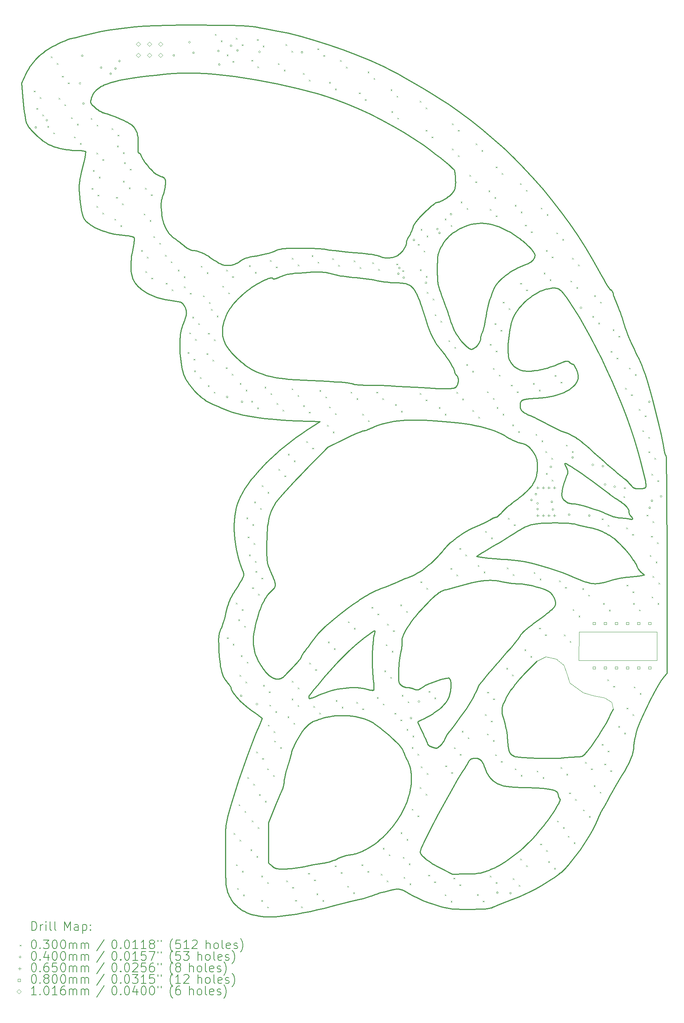
<source format=gbr>
%TF.GenerationSoftware,KiCad,Pcbnew,(6.99.0-3809-g2741d0eb4b)*%
%TF.CreationDate,2022-10-21T00:44:27-04:00*%
%TF.ProjectId,PortWing,506f7274-5769-46e6-972e-6b696361645f,rev?*%
%TF.SameCoordinates,Original*%
%TF.FileFunction,Drillmap*%
%TF.FilePolarity,Positive*%
%FSLAX45Y45*%
G04 Gerber Fmt 4.5, Leading zero omitted, Abs format (unit mm)*
G04 Created by KiCad (PCBNEW (6.99.0-3809-g2741d0eb4b)) date 2022-10-21 00:44:27*
%MOMM*%
%LPD*%
G01*
G04 APERTURE LIST*
%ADD10C,0.264583*%
%ADD11C,0.100000*%
%ADD12C,0.200000*%
%ADD13C,0.030000*%
%ADD14C,0.040000*%
%ADD15C,0.065000*%
%ADD16C,0.080000*%
%ADD17C,0.101600*%
G04 APERTURE END LIST*
D10*
X-31562390Y-1062240D02*
X-31536396Y-1010145D01*
X-21786191Y-3268914D02*
X-21798089Y-3253560D01*
X-23821603Y-9222543D02*
X-23831849Y-9225468D01*
X-25896326Y-12652092D02*
X-25891532Y-12666986D01*
X-17722308Y-11248897D02*
X-17720183Y-11247202D01*
X-27910082Y-6594062D02*
X-27907636Y-6581887D01*
X-26721567Y-6210997D02*
X-26767883Y-6258822D01*
X-24038268Y-18897092D02*
X-24016040Y-18890439D01*
X-27080518Y-6992856D02*
X-27078197Y-7024495D01*
X-19134819Y-7679457D02*
X-19129316Y-7683381D01*
X-22904608Y-5865053D02*
X-22937115Y-5858383D01*
X-19888771Y-10133502D02*
X-19887198Y-10080372D01*
X-22916186Y-16634430D02*
X-22931170Y-16600420D01*
X-22083027Y-16402650D02*
X-22067503Y-16384704D01*
X-20280066Y-9509848D02*
X-20297005Y-9505133D01*
X-28905314Y-6015661D02*
X-28927672Y-5998851D01*
X-25108099Y-15325555D02*
X-25107283Y-15333411D01*
X-20031614Y-9654374D02*
X-20031614Y-9654374D01*
X-25286884Y-16154855D02*
X-25312660Y-16195868D01*
X-27710848Y-5111203D02*
X-27691070Y-5113777D01*
X-25669533Y-8041497D02*
X-25560110Y-8051314D01*
X-17433248Y-10536264D02*
X-17427235Y-10532261D01*
X-22322571Y-16448767D02*
X-22322571Y-16448768D01*
X-19433705Y-17496779D02*
X-19447960Y-17480722D01*
X-22418364Y-16326877D02*
X-22407808Y-16353674D01*
X-17780046Y-11146982D02*
X-17783307Y-11140345D01*
X-20538833Y-7568518D02*
X-20538833Y-7568518D01*
X-22883390Y-4962094D02*
X-22881385Y-4952889D01*
X-29687995Y-4700138D02*
X-29755308Y-4680071D01*
X-19024749Y-12588905D02*
X-19024749Y-12588905D01*
X-25944241Y-12873733D02*
X-25944241Y-12873733D01*
X-20195523Y-8518292D02*
X-20206837Y-8522176D01*
X-23313170Y-5278948D02*
X-23285354Y-5278082D01*
X-22280587Y-16465547D02*
X-22271896Y-16468456D01*
X-30628705Y-294249D02*
X-30584962Y-278011D01*
X-21615841Y-4589284D02*
X-21615841Y-4589284D01*
X-21165411Y-20162169D02*
X-21248801Y-20164870D01*
X-27989383Y-6819109D02*
X-27975435Y-6781219D01*
X-21096360Y-16907956D02*
X-21107692Y-16878810D01*
X-21137470Y-16817255D02*
X-21143747Y-16806816D01*
X-26632920Y-5324157D02*
X-26615125Y-5314100D01*
X-24768977Y-5606242D02*
X-24820847Y-5602776D01*
X-22533755Y-13310116D02*
X-22597401Y-13382567D01*
X-21813283Y-8257031D02*
X-21799844Y-8254089D01*
X-20153893Y-12742027D02*
X-20201053Y-12735769D01*
X-31140613Y-2626862D02*
X-31180093Y-2598260D01*
X-20242711Y-8540914D02*
X-20249535Y-8546489D01*
X-19258340Y-10360314D02*
X-19277406Y-10421474D01*
X-20940269Y-17189704D02*
X-20960825Y-17167268D01*
X-18652027Y-12717858D02*
X-18611035Y-12722983D01*
X-21418761Y-19359756D02*
X-21369291Y-19357472D01*
X-25673367Y-17248958D02*
X-25673367Y-17248958D01*
X-21858581Y-6747741D02*
X-21839485Y-6799961D01*
X-19225421Y-8324596D02*
X-19292186Y-8356342D01*
X-23933799Y-13087394D02*
X-23879556Y-13052433D01*
X-26615125Y-5314100D02*
X-26597046Y-5304831D01*
X-23716608Y-1987393D02*
X-23980165Y-1864408D01*
X-25186807Y-10129437D02*
X-25293037Y-10238792D01*
X-24684248Y-19094466D02*
X-24638211Y-19082619D01*
X-29101533Y-2291729D02*
X-29085730Y-2312530D01*
X-30204851Y-2848773D02*
X-30207140Y-2846298D01*
X-17534293Y-9907436D02*
X-17603454Y-9662919D01*
X-26942752Y-8770671D02*
X-27030633Y-8736633D01*
X-20211630Y-7857731D02*
X-20173363Y-7862907D01*
X-23810363Y-9219066D02*
X-23821603Y-9222543D01*
X-20160904Y-5432581D02*
X-20160904Y-5432581D01*
X-18598706Y-18303931D02*
X-18624842Y-18354906D01*
X-21483164Y-7320417D02*
X-21472507Y-7328758D01*
X-22270032Y-13041066D02*
X-22324615Y-13092932D01*
X-25520491Y-9475816D02*
X-25400324Y-9385603D01*
X-22189868Y-7247177D02*
X-22217839Y-7204380D01*
X-22186091Y-4009819D02*
X-22177307Y-4009384D01*
X-30204195Y-2850474D02*
X-30204851Y-2848773D01*
X-17648112Y-16204933D02*
X-17660841Y-16261125D01*
X-27159811Y-14240374D02*
X-27159811Y-14240374D01*
X-19830144Y-7837456D02*
X-19774569Y-7825701D01*
X-19378029Y-17640453D02*
X-19381134Y-17636937D01*
X-22358730Y-16428383D02*
X-22352084Y-16432720D01*
X-27120489Y-5416597D02*
X-27091807Y-5427563D01*
X-26444481Y-5255878D02*
X-26386071Y-5244806D01*
X-28469896Y-4249350D02*
X-28463737Y-4301910D01*
X-23057282Y-14899919D02*
X-23056728Y-14912092D01*
X-20435258Y-15078519D02*
X-20465973Y-15120442D01*
X-23641464Y-15161952D02*
X-23638424Y-15161510D01*
X-26944767Y-5450485D02*
X-26915120Y-5448734D01*
X-26264495Y-10163078D02*
X-26172255Y-10062561D01*
X-25750019Y-19246354D02*
X-25724268Y-19246581D01*
X-30351906Y-3729231D02*
X-30353125Y-3667633D01*
X-21109073Y-9153432D02*
X-21202680Y-9130575D01*
X-17690160Y-16500054D02*
X-17695514Y-16533918D01*
X-28480376Y-4021357D02*
X-28481648Y-4043178D01*
X-26805448Y-15255138D02*
X-26828391Y-15223263D01*
X-22013558Y-16307441D02*
X-22003337Y-16288117D01*
X-21911366Y-8266142D02*
X-21887065Y-8265070D01*
X-23948010Y-15107464D02*
X-23885810Y-15115392D01*
X-20788684Y-11181191D02*
X-20779527Y-11174052D01*
X-23631673Y-13814777D02*
X-23654669Y-13828828D01*
X-19198944Y-7637947D02*
X-19194155Y-7638922D01*
X-26022317Y-5747123D02*
X-26045750Y-5755665D01*
X-20282308Y-8648993D02*
X-20281713Y-8669411D01*
X-17981635Y-11222707D02*
X-17981635Y-11222708D01*
X-21017578Y-6382255D02*
X-20999350Y-6312853D01*
X-26102177Y-8949831D02*
X-26219322Y-8935777D01*
X-20142130Y-14742091D02*
X-20194458Y-14797393D01*
X-22001040Y-8267083D02*
X-21968184Y-8267149D01*
X-23034592Y-16424182D02*
X-23075786Y-16380087D01*
X-19215041Y-7637133D02*
X-19209347Y-7637044D01*
X-25501110Y-16575206D02*
X-25502829Y-16584669D01*
X-20938131Y-9205100D02*
X-21021064Y-9178235D01*
X-21971578Y-16212539D02*
X-21966756Y-16203746D01*
X-20837541Y-11206486D02*
X-20837541Y-11206486D01*
X-19393084Y-17617716D02*
X-19395851Y-17611850D01*
X-23612638Y-13887971D02*
X-23610235Y-13879308D01*
X-23051396Y-14961180D02*
X-23049750Y-14968994D01*
X-26278339Y-14451098D02*
X-26252552Y-14502392D01*
X-25878794Y-12718793D02*
X-25877203Y-12730052D01*
X-22533116Y-18927127D02*
X-22514005Y-18948985D01*
X-23626129Y-15156443D02*
X-23625153Y-15155188D01*
X-29314690Y-1195179D02*
X-29426241Y-1217829D01*
X-22977363Y-14060522D02*
X-22976878Y-14070925D01*
X-22094172Y-15562875D02*
X-22136739Y-15598726D01*
X-28968270Y-2888624D02*
X-28964685Y-2891814D01*
X-25271518Y-14374939D02*
X-25268239Y-14367954D01*
X-19945751Y-5241908D02*
X-19944582Y-5233723D01*
X-27534792Y-8488134D02*
X-27571268Y-8459451D01*
X-21277790Y-16714806D02*
X-21287811Y-16713937D01*
X-19292930Y-10795963D02*
X-19286580Y-10804202D01*
X-20049029Y-16708465D02*
X-19879546Y-16714203D01*
X-30048109Y-1563868D02*
X-30056245Y-1582530D01*
X-23858784Y-18828525D02*
X-23836747Y-18817710D01*
X-24915439Y-20181873D02*
X-25080298Y-20217955D01*
X-26799694Y-11707378D02*
X-26809598Y-11597333D01*
X-26684301Y-12713961D02*
X-26667439Y-12684313D01*
X-18240472Y-11621555D02*
X-18278930Y-11598718D01*
X-19093659Y-7703386D02*
X-19089449Y-7704902D01*
X-19495015Y-7740221D02*
X-19441231Y-7718188D01*
X-20249057Y-13869091D02*
X-20235206Y-13854025D01*
X-18838105Y-16651378D02*
X-18818853Y-16636007D01*
X-22976878Y-14070925D02*
X-22976848Y-14082602D01*
X-20298184Y-13942604D02*
X-20288268Y-13927281D01*
X-19329959Y-11336027D02*
X-19480517Y-11334036D01*
X-18338811Y-5830698D02*
X-18303118Y-5888812D01*
X-20805717Y-11193109D02*
X-20797438Y-11187562D01*
X-25200031Y-14268155D02*
X-25200031Y-14268155D01*
X-26915120Y-5448734D02*
X-26885555Y-5444886D01*
X-16993045Y-9674974D02*
X-16990842Y-9688247D01*
X-22531622Y-6385311D02*
X-22553077Y-6323995D01*
X-27928459Y-6661975D02*
X-27919996Y-6633820D01*
X-17838126Y-16904841D02*
X-17864281Y-16952953D01*
X-25835908Y-8018165D02*
X-25757715Y-8030740D01*
X-20260891Y-8558830D02*
X-20265504Y-8565632D01*
X-26025291Y-18652505D02*
X-26025530Y-19113525D01*
X-20189270Y-9533687D02*
X-20206127Y-9528244D01*
X-19194668Y-10145187D02*
X-19193479Y-10150075D01*
X-22098876Y-16419504D02*
X-22083027Y-16402650D01*
X-20264442Y-9513568D02*
X-20280066Y-9509848D01*
X-24993533Y-15871417D02*
X-25015961Y-15881647D01*
X-22919773Y-15089120D02*
X-22911311Y-15091894D01*
X-29926198Y-1409535D02*
X-29942291Y-1422708D01*
X-21214981Y-15043112D02*
X-21181349Y-14995998D01*
X-24443760Y-15135822D02*
X-24369502Y-15123135D01*
X-20085540Y-8498099D02*
X-20104832Y-8500359D01*
X-29426241Y-1217829D02*
X-29504993Y-1237182D01*
X-25215621Y-14287466D02*
X-25207937Y-14277766D01*
X-19411630Y-17556749D02*
X-19416081Y-17534662D01*
X-26064292Y-11648777D02*
X-26067199Y-11833063D01*
X-17720671Y-11218152D02*
X-17722952Y-11214232D01*
X-26311366Y-13617642D02*
X-26311366Y-13617642D01*
X-19614344Y-5978347D02*
X-19657554Y-5986702D01*
X-24952766Y-13937912D02*
X-24921889Y-13900048D01*
X-17754794Y-12569794D02*
X-17711000Y-12566018D01*
X-25909821Y-19209969D02*
X-25898008Y-19217270D01*
X-25915364Y-8002898D02*
X-25915364Y-8002898D01*
X-31555641Y-2197293D02*
X-31555641Y-2197293D01*
X-22977299Y-16495917D02*
X-23001338Y-16463162D01*
X-22020976Y-15490847D02*
X-22055580Y-15526911D01*
X-22622714Y-15152662D02*
X-22617493Y-15151586D01*
X-22346444Y-15740772D02*
X-22408657Y-15775884D01*
X-26837538Y-12957376D02*
X-26817564Y-12924807D01*
X-23948557Y-18867045D02*
X-23925981Y-18858163D01*
X-23418306Y-16070406D02*
X-23479386Y-16021654D01*
X-22136739Y-15598726D02*
X-22183264Y-15634453D01*
X-17592996Y-12372393D02*
X-17597649Y-12363522D01*
X-19508200Y-13045056D02*
X-19513608Y-13034354D01*
X-22853451Y-4842857D02*
X-22848775Y-4833040D01*
X-31376226Y-2427507D02*
X-31411675Y-2391135D01*
X-23665331Y-9161705D02*
X-23696677Y-9175611D01*
X-19447960Y-17480722D02*
X-19466565Y-17466413D01*
X-26978514Y-19708712D02*
X-26989378Y-19652715D01*
X-19063379Y-7715610D02*
X-19054270Y-7725768D01*
X-17465986Y-10546090D02*
X-17447853Y-10542253D01*
X-25753011Y-9664817D02*
X-25638226Y-9569061D01*
X-22003337Y-16288117D02*
X-21994913Y-16269334D01*
X-17890049Y-10925506D02*
X-17910819Y-10908147D01*
X-22837812Y-15098637D02*
X-22829331Y-15099516D01*
X-21913819Y-14883083D02*
X-21907125Y-14884800D01*
X-26739014Y-12804727D02*
X-26720640Y-12775095D01*
D11*
X-18931293Y-13827477D02*
X-17261293Y-13827477D01*
D10*
X-17778171Y-10444394D02*
X-17778171Y-10444394D01*
X-21300043Y-12685595D02*
X-21385771Y-12704173D01*
X-22922247Y-13838646D02*
X-22947239Y-13890442D01*
X-30385118Y-228230D02*
X-30305761Y-208879D01*
X-19089171Y-19047343D02*
X-19151618Y-19123941D01*
X-21865701Y-15103398D02*
X-21869297Y-15137194D01*
X-29125334Y-4797035D02*
X-29136034Y-4793151D01*
X-26856188Y-12989396D02*
X-26837538Y-12957376D01*
X-22322572Y-16448764D02*
X-22322572Y-16448765D01*
X-29868719Y-106179D02*
X-29681674Y-72065D01*
X-25875912Y-12750887D02*
X-25876206Y-12760563D01*
X-17569876Y-12408743D02*
X-17576238Y-12399663D01*
X-25355334Y-14506449D02*
X-25343116Y-14492161D01*
X-19257460Y-9998285D02*
X-19255615Y-10004390D01*
X-31524099Y-2254093D02*
X-31542345Y-2224320D01*
X-28376157Y-4602313D02*
X-28366507Y-4620044D01*
X-17542630Y-10551146D02*
X-17487754Y-10548421D01*
X-27960162Y-6745163D02*
X-27954391Y-6732041D01*
X-19180300Y-19157779D02*
X-19207802Y-19189107D01*
X-19111788Y-8253034D02*
X-19165169Y-8290098D01*
X-27307229Y-8620152D02*
X-27361007Y-8593904D01*
X-19123837Y-7687084D02*
X-19118419Y-7690544D01*
X-30229740Y-2837192D02*
X-30238337Y-2835178D01*
X-21817817Y-7777713D02*
X-21833606Y-7748358D01*
X-26406558Y-16382765D02*
X-26313723Y-16143901D01*
X-17618101Y-12309335D02*
X-17631621Y-12282122D01*
X-29180923Y-2220829D02*
X-29155907Y-2237906D01*
X-18131466Y-6180810D02*
X-18118745Y-6216610D01*
X-26215946Y-14567107D02*
X-26202450Y-14589092D01*
D11*
X-17261293Y-14477477D02*
X-17151293Y-14477477D01*
D10*
X-19294530Y-16705732D02*
X-19260376Y-16701948D01*
X-24584038Y-8104124D02*
X-24486536Y-8110535D01*
X-29167338Y-5360057D02*
X-29162578Y-5309119D01*
X-27990122Y-6321164D02*
X-27996595Y-6314973D01*
X-21756656Y-3582289D02*
X-21755878Y-3551707D01*
X-20549180Y-7185842D02*
X-20554002Y-7253351D01*
X-22167314Y-5283128D02*
X-22169416Y-5315118D01*
X-27051461Y-6757319D02*
X-27060399Y-6792796D01*
X-17954859Y-17104928D02*
X-17954859Y-17104928D01*
X-27918503Y-6445166D02*
X-27922012Y-6434742D01*
X-22985428Y-14172698D02*
X-22991293Y-14207477D01*
X-20384341Y-11554039D02*
X-20384341Y-11554039D01*
X-21904879Y-16117155D02*
X-21904879Y-16117155D01*
X-19191325Y-10164247D02*
X-19191075Y-10168881D01*
X-17756420Y-11178263D02*
X-17756420Y-11178263D01*
X-19826541Y-6043395D02*
X-19883744Y-6071776D01*
X-25277642Y-14395907D02*
X-25277239Y-14391842D01*
X-19062454Y-16686934D02*
X-19026078Y-16685326D01*
X-17720183Y-11247202D02*
X-17718446Y-11245260D01*
X-21994821Y-3077739D02*
X-22098913Y-2994763D01*
X-22364800Y-19071909D02*
X-22325379Y-19098310D01*
X-31030724Y-2693015D02*
X-31030724Y-2693015D01*
X-31604350Y-1936111D02*
X-31613992Y-1857461D01*
X-22754955Y-15115726D02*
X-22745905Y-15118694D01*
X-21157032Y-7003468D02*
X-21153173Y-6994171D01*
X-20271948Y-7842324D02*
X-20246151Y-7850178D01*
X-22934724Y-17863833D02*
X-22872855Y-17720067D01*
X-17526808Y-12458301D02*
X-17534335Y-12450971D01*
X-21754188Y-8233850D02*
X-21748176Y-8228706D01*
X-17770462Y-11248716D02*
X-17764256Y-11250322D01*
X-21543527Y-4556359D02*
X-21615841Y-4589284D01*
X-18444956Y-12713117D02*
X-18398815Y-12703418D01*
X-20357976Y-16684300D02*
X-20316406Y-16690076D01*
X-26602267Y-12551000D02*
X-26598854Y-12538659D01*
X-23831849Y-9225468D02*
X-23841001Y-9227804D01*
X-26804831Y-1129466D02*
X-27263099Y-1078165D01*
X-19140305Y-7675336D02*
X-19134819Y-7679457D01*
X-25670612Y-5673404D02*
X-25694669Y-5681629D01*
X-22854462Y-13722511D02*
X-22891205Y-13782501D01*
X-30215917Y-2841560D02*
X-30222240Y-2839324D01*
X-23076308Y-8213251D02*
X-23076307Y-8213250D01*
X-28049409Y-7130854D02*
X-28044907Y-7081739D01*
X-19472639Y-13182461D02*
X-19472233Y-13171582D01*
X-19991651Y-9706461D02*
X-20010616Y-9681066D01*
X-18187405Y-6027219D02*
X-18183259Y-6032752D01*
X-26352494Y-5910887D02*
X-26406672Y-5946882D01*
X-20421685Y-16665754D02*
X-20410375Y-16670008D01*
X-23389963Y-19769065D02*
X-23448777Y-19785159D01*
X-19118938Y-10894930D02*
X-19107827Y-10895760D01*
X-25942887Y-14872559D02*
X-25929903Y-14879311D01*
X-29755308Y-4680071D02*
X-29820315Y-4657949D01*
X-22192863Y-16483642D02*
X-22187048Y-16482456D01*
X-21578414Y-15679133D02*
X-21508813Y-15578583D01*
X-31343414Y-737169D02*
X-31303978Y-697204D01*
X-21391043Y-7367816D02*
X-21383516Y-7366502D01*
X-28507676Y-6200117D02*
X-28573099Y-6180175D01*
X-25966028Y-11068164D02*
X-25985376Y-11119109D01*
X-19325031Y-10630789D02*
X-19328008Y-10654622D01*
X-25552721Y-14714959D02*
X-25489321Y-14648545D01*
X-19055405Y-10083193D02*
X-19096260Y-10057274D01*
X-22802907Y-16896781D02*
X-22823350Y-16837420D01*
X-20548098Y-16490473D02*
X-20545061Y-16505846D01*
X-30301924Y-3324155D02*
X-30276955Y-3221863D01*
X-24153914Y-8145215D02*
X-24133608Y-8149066D01*
X-22288748Y-4078402D02*
X-22270165Y-4063305D01*
X-22080493Y-12900066D02*
X-22099822Y-12910127D01*
X-24713197Y-5083796D02*
X-24713197Y-5083796D01*
X-21191495Y-7163555D02*
X-21188892Y-7154473D01*
X-27132265Y-14565490D02*
X-27139456Y-14509451D01*
X-19426286Y-5977865D02*
X-19438838Y-5973841D01*
X-19330044Y-10693633D02*
X-19329488Y-10703529D01*
X-20827007Y-11204233D02*
X-20820572Y-11201500D01*
X-27041696Y-7178142D02*
X-27029349Y-7208283D01*
X-26596747Y-12526723D02*
X-26596181Y-12520792D01*
X-22548266Y-18906482D02*
X-22533116Y-18927127D01*
X-26279484Y-15716117D02*
X-26341304Y-15671563D01*
X-23674403Y-15161503D02*
X-23664855Y-15162268D01*
X-22447184Y-6650991D02*
X-22512027Y-6445671D01*
X-22122614Y-3995297D02*
X-22096814Y-3984810D01*
X-25646754Y-5062009D02*
X-25610642Y-5059556D01*
X-20841190Y-14585430D02*
X-20752540Y-14485191D01*
X-19498667Y-13066068D02*
X-19503203Y-13055653D01*
X-26312553Y-20310021D02*
X-26377269Y-20294928D01*
X-25969122Y-14856836D02*
X-25955960Y-14865068D01*
X-26252552Y-14502392D02*
X-26252552Y-14502392D01*
X-22161420Y-5844002D02*
X-22156960Y-5873976D01*
X-19209347Y-7637044D02*
X-19203994Y-7637318D01*
X-18213268Y-6007986D02*
X-18213268Y-6007986D01*
X-24416359Y-5682195D02*
X-24445084Y-5676345D01*
X-21199531Y-11377951D02*
X-21199531Y-11377951D01*
X-21470121Y-4529677D02*
X-21543527Y-4556359D01*
X-26060201Y-13001988D02*
X-26085549Y-13037787D01*
X-25793510Y-14904721D02*
X-25781741Y-14902588D01*
X-17858332Y-6940571D02*
X-17831969Y-7010935D01*
X-19292186Y-8356342D02*
X-19365107Y-8385148D01*
X-19713049Y-6000524D02*
X-19769510Y-6019533D01*
X-20556562Y-7436640D02*
X-20553061Y-7487744D01*
X-26245239Y-20321678D02*
X-26312553Y-20310021D01*
X-22798011Y-5907878D02*
X-22821628Y-5894557D01*
X-21164261Y-7023080D02*
X-21160735Y-7013131D01*
X-20480998Y-7686403D02*
X-20465096Y-7707364D01*
X-25926751Y-5758034D02*
X-25926751Y-5758034D01*
X-23006861Y-14278390D02*
X-23015703Y-14317987D01*
X-22879918Y-4943961D02*
X-22879008Y-4935336D01*
X-30205307Y-4428317D02*
X-30218477Y-4412052D01*
X-20997958Y-19277336D02*
X-20956284Y-19259772D01*
X-17898540Y-6818969D02*
X-17898540Y-6818969D01*
X-20689621Y-11084135D02*
X-20677480Y-11071181D01*
X-18175377Y-6045384D02*
X-18171700Y-6052388D01*
X-19764017Y-17404192D02*
X-19918980Y-17394682D01*
X-27547677Y-5160135D02*
X-27521227Y-5172319D01*
X-22446516Y-18572253D02*
X-22535313Y-18761131D01*
X-21508813Y-15578583D02*
X-21452164Y-15493787D01*
X-22254732Y-16473682D02*
X-22246385Y-16475963D01*
X-30301450Y-4179305D02*
X-30315596Y-4098392D01*
X-25000872Y-15160019D02*
X-25045531Y-15217544D01*
X-17873968Y-10345262D02*
X-17867397Y-10350928D01*
X-22271146Y-8258626D02*
X-22166079Y-8262989D01*
X-18213268Y-6007986D02*
X-18211137Y-6008532D01*
X-25856197Y-85349D02*
X-25581797Y-141686D01*
X-19085552Y-11353494D02*
X-19136010Y-11347436D01*
X-25419930Y-5628869D02*
X-25460821Y-5633061D01*
X-21202680Y-9130575D02*
X-21302404Y-9109543D01*
X-23008076Y-5163074D02*
X-22990459Y-5144576D01*
X-21718597Y-8186422D02*
X-21714759Y-8178027D01*
X-23277645Y-5836708D02*
X-23328631Y-5831264D01*
X-29618810Y-4717973D02*
X-29687995Y-4700138D01*
X-19620349Y-13368487D02*
X-19598630Y-13350394D01*
X-17792558Y-11242661D02*
X-17784170Y-11244701D01*
X-21180531Y-7084431D02*
X-21178504Y-7074399D01*
X-24057415Y-15761477D02*
X-24128307Y-15751381D01*
X-20918551Y-17210864D02*
X-20940269Y-17189704D01*
X-31501405Y-2286137D02*
X-31524099Y-2254093D01*
X-26773418Y-12857484D02*
X-26756790Y-12832499D01*
X-17894396Y-10331744D02*
X-17892966Y-10332181D01*
X-24287864Y-9416826D02*
X-24287864Y-9416826D01*
X-27943832Y-6385257D02*
X-27948952Y-6376059D01*
X-20303373Y-19878666D02*
X-20442552Y-19936702D01*
X-19259242Y-9976455D02*
X-19259756Y-9977149D01*
X-30258488Y-2831553D02*
X-30282028Y-2828548D01*
X-22767467Y-17086836D02*
X-22775056Y-17021680D01*
X-22157407Y-4006018D02*
X-22146410Y-4003163D01*
X-26982042Y-7298357D02*
X-26962818Y-7328418D01*
X-19191075Y-10168881D02*
X-19191060Y-10173509D01*
X-26005380Y-12935369D02*
X-26033519Y-12967931D01*
X-23980165Y-1864408D02*
X-24238637Y-1754078D01*
X-31380576Y-778523D02*
X-31343414Y-737169D01*
X-21537883Y-7271018D02*
X-21527005Y-7281738D01*
X-26779707Y-15288376D02*
X-26805448Y-15255138D01*
X-23821753Y-19909122D02*
X-23870513Y-19922753D01*
X-25349726Y-1404420D02*
X-25830676Y-1295572D01*
X-22098913Y-2994763D02*
X-22217132Y-2903779D01*
X-19024749Y-12588905D02*
X-18956581Y-12617802D01*
X-20223233Y-10697205D02*
X-20168535Y-10648842D01*
X-20385884Y-16678144D02*
X-20385884Y-16678143D01*
X-20354829Y-18884878D02*
X-20288615Y-18829435D01*
X-23089058Y-19707250D02*
X-23103800Y-19708664D01*
X-30230641Y-189656D02*
X-30230641Y-189656D01*
X-20037030Y-10510064D02*
X-20003367Y-10464909D01*
X-23386752Y-911138D02*
X-23243391Y-982561D01*
X-24591815Y-15169382D02*
X-24518008Y-15151254D01*
X-19341139Y-19320312D02*
X-19369676Y-19343907D01*
X-24278309Y-5702783D02*
X-24331293Y-5695631D01*
X-20465096Y-7707364D02*
X-20447904Y-7727302D01*
X-29938327Y-1883698D02*
X-29924442Y-1893583D01*
X-19390208Y-17623203D02*
X-19393084Y-17617716D01*
X-20219331Y-13837830D02*
X-20181821Y-13802339D01*
X-24182668Y-18926098D02*
X-24164961Y-18923675D01*
X-30077316Y-1642746D02*
X-30081927Y-1658739D01*
X-21669646Y-7119323D02*
X-21642709Y-7153662D01*
X-23075786Y-16380087D02*
X-23123645Y-16331991D01*
X-26491941Y-15566542D02*
X-26523821Y-15543486D01*
X-31665614Y-1279601D02*
X-31562390Y-1062240D01*
X-26567595Y-10553878D02*
X-26502738Y-10458908D01*
X-25807642Y-17648560D02*
X-25857463Y-17770069D01*
X-18251721Y-11156007D02*
X-18231276Y-11164497D01*
X-25528285Y-16692723D02*
X-25555206Y-16783637D01*
X-22713502Y-13524522D02*
X-22765263Y-13593016D01*
X-17721509Y-10506475D02*
X-17709680Y-10517145D01*
X-21516017Y-7292094D02*
X-21504996Y-7302029D01*
X-30277336Y-4281149D02*
X-30285748Y-4249867D01*
X-26636753Y27353D02*
X-26419464Y14647D01*
X-18257912Y-5957266D02*
X-18245574Y-5974286D01*
X-27011374Y-19273581D02*
X-27013307Y-18925262D01*
X-22180990Y-14944405D02*
X-22134302Y-14929158D01*
X-18047411Y-10211435D02*
X-17969590Y-10276569D01*
X-24449482Y-19011847D02*
X-24436625Y-19004798D01*
X-30366364Y-2824272D02*
X-30410981Y-2823602D01*
X-22980992Y-14139651D02*
X-22985428Y-14172698D01*
X-20075641Y-10555571D02*
X-20037030Y-10510064D01*
X-21057934Y-11314944D02*
X-21026116Y-11298978D01*
X-21768548Y-3368283D02*
X-21781287Y-3279448D01*
X-20297005Y-9505133D02*
X-20315099Y-9499494D01*
X-19298845Y-10787492D02*
X-19292930Y-10795963D01*
X-27257208Y43602D02*
X-26923378Y37106D01*
X-19044571Y-7739192D02*
X-19034485Y-7755419D01*
X-28438275Y-3847090D02*
X-28438275Y-3847090D01*
X-21779377Y-20163079D02*
X-21826457Y-20159793D01*
X-21452164Y-15493787D02*
X-21414634Y-15433346D01*
X-20832687Y-11205913D02*
X-20827007Y-11204233D01*
X-23919364Y-15790681D02*
X-23987683Y-15774580D01*
X-25799751Y-20331192D02*
X-25873296Y-20337313D01*
X-19974442Y-10419806D02*
X-19961692Y-10397181D01*
X-29957412Y-1436315D02*
X-29971602Y-1450383D01*
X-25923494Y-5761898D02*
X-25924903Y-5761234D01*
X-27074229Y-7055770D02*
X-27068605Y-7086726D01*
X-21432844Y-16755932D02*
X-21436296Y-16759654D01*
X-31665614Y-1279601D02*
X-31665614Y-1279601D01*
X-21735752Y-7960928D02*
X-21740064Y-7957106D01*
X-20616112Y-11011680D02*
X-20579736Y-10979065D01*
X-24637163Y-5096707D02*
X-24524020Y-5111684D01*
X-30366364Y-2824272D02*
X-30366364Y-2824272D01*
X-30084643Y-1739199D02*
X-30082290Y-1744135D01*
X-21046705Y-17035350D02*
X-21060605Y-17004899D01*
X-19328313Y-10713354D02*
X-19326537Y-10723092D01*
X-21945009Y-14883219D02*
X-21922441Y-14882273D01*
X-18956581Y-12617802D02*
X-18894751Y-12643088D01*
X-21450704Y-20167039D02*
X-21450704Y-20167039D01*
X-29170422Y-5408865D02*
X-29167338Y-5360057D01*
X-22728748Y-15125105D02*
X-22693910Y-15139144D01*
X-21548573Y-7259988D02*
X-21537883Y-7271018D01*
X-29984899Y-1464936D02*
X-29997343Y-1480000D01*
X-22230481Y-16479771D02*
X-22223051Y-16481261D01*
X-20432663Y-11586155D02*
X-20487064Y-11621377D01*
X-17829718Y-10988900D02*
X-17841547Y-10973792D01*
X-26196562Y-13251617D02*
X-26216478Y-13303089D01*
X-25672897Y-20318082D02*
X-25799753Y-20331192D01*
X-17605276Y-12346521D02*
X-17608156Y-12338529D01*
X-23719480Y-15154284D02*
X-23707319Y-15156700D01*
X-19251181Y-6142885D02*
X-19279491Y-6105116D01*
X-31536396Y-1010145D02*
X-31508836Y-960126D01*
X-18377633Y-17838705D02*
X-18397471Y-17873342D01*
X-19989867Y-7861005D02*
X-19938145Y-7855166D01*
X-22434555Y-19020533D02*
X-22401246Y-19045940D01*
X-20026461Y-11375610D02*
X-20047146Y-11381527D01*
X-19994297Y-5333762D02*
X-19987917Y-5326656D01*
X-18261737Y-15809874D02*
X-18209142Y-15703699D01*
X-21759378Y-7933284D02*
X-21762640Y-7927872D01*
X-26745470Y-7576180D02*
X-26745470Y-7576180D01*
X-20960825Y-17167268D02*
X-20980235Y-17143539D01*
X-25091316Y-15926609D02*
X-25108008Y-15939722D01*
X-20434275Y-14116480D02*
X-20375926Y-14044858D01*
X-24445084Y-5676345D02*
X-24687595Y-5618746D01*
X-25396045Y-14551713D02*
X-25381874Y-14536320D01*
X-26888130Y-15094317D02*
X-26890340Y-15089227D01*
X-23192649Y-2261690D02*
X-23452569Y-2120624D01*
X-26607366Y-7694418D02*
X-26560217Y-7729558D01*
X-26406672Y-5946882D02*
X-26461163Y-5985923D01*
X-25891532Y-12666986D02*
X-25887385Y-12681053D01*
X-29000758Y-2870593D02*
X-28999282Y-2873046D01*
X-25799753Y-20331192D02*
X-25799751Y-20331192D01*
X-19633464Y-12899897D02*
X-19666454Y-12882979D01*
X-17831969Y-7010935D02*
X-17802660Y-7084670D01*
X-19513608Y-13034354D02*
X-19519379Y-13023627D01*
X-18410452Y-9894748D02*
X-18270652Y-10018091D01*
X-31622882Y-1774856D02*
X-31630713Y-1690378D01*
X-22707758Y-4524333D02*
X-22697649Y-4506837D01*
X-26741406Y-5394427D02*
X-26713799Y-5378138D01*
X-27004031Y-5447672D02*
X-26974428Y-5450134D01*
X-26154811Y-13158125D02*
X-26176047Y-13203379D01*
X-22048312Y-4961393D02*
X-22067926Y-4995274D01*
X-19907961Y-9871088D02*
X-19915315Y-9847044D01*
X-26150659Y-5201297D02*
X-26092697Y-5187116D01*
X-25718499Y-5690691D02*
X-25742520Y-5700666D01*
X-22322572Y-16448765D02*
X-22322572Y-16448766D01*
X-27521227Y-5172319D02*
X-27494496Y-5185579D01*
X-23659489Y-14453799D02*
X-23657183Y-14315914D01*
X-19329714Y-10675706D02*
X-19330044Y-10693633D01*
X-19358998Y-9228308D02*
X-19315273Y-9246175D01*
X-30090214Y-1719391D02*
X-30089371Y-1724414D01*
X-18894751Y-12643088D02*
X-18838441Y-12664834D01*
X-25946340Y-19181671D02*
X-25946340Y-19181671D01*
X-22537508Y-19950558D02*
X-22590495Y-19926377D01*
X-16923864Y-12282260D02*
X-16923864Y-14769145D01*
X-21758544Y-3610991D02*
X-21756656Y-3582289D01*
X-21471598Y-19361125D02*
X-21418761Y-19359756D01*
X-28971890Y-2885941D02*
X-28968270Y-2888624D01*
X-23058109Y-14841701D02*
X-23057954Y-14872816D01*
X-26036113Y-7974747D02*
X-25976559Y-7989612D01*
X-20271518Y-8722906D02*
X-20268384Y-8730892D01*
X-19961424Y-5166048D02*
X-19974662Y-5144574D01*
X-20620793Y-15376675D02*
X-20638274Y-15411274D01*
X-26064550Y-12119437D02*
X-26062384Y-12158021D01*
X-17685426Y-16421313D02*
X-17685864Y-16437033D01*
X-23024096Y-15020586D02*
X-23019866Y-15025159D01*
X-27191611Y-5379895D02*
X-27168920Y-5392798D01*
X-25904212Y-14890594D02*
X-25891508Y-14895126D01*
X-23385513Y-9060083D02*
X-23457520Y-9081269D01*
X-26001573Y-12397864D02*
X-25969086Y-12472636D01*
X-18385090Y-11096723D02*
X-18336557Y-11117314D01*
X-28607738Y-1101055D02*
X-28807092Y-1123172D01*
X-22192158Y-4011030D02*
X-22188838Y-4010124D01*
X-19493209Y-5965929D02*
X-19508165Y-5965827D01*
X-18236198Y-12658113D02*
X-18186524Y-12643865D01*
X-21548573Y-7259988D02*
X-21548573Y-7259988D01*
X-26293641Y-712D02*
X-26293641Y-712D01*
X-21938349Y-8266835D02*
X-21911366Y-8266142D01*
X-18798454Y-16616301D02*
X-18776280Y-16591706D01*
X-17519251Y-12465098D02*
X-17526808Y-12458301D01*
X-20503037Y-14198657D02*
X-20434275Y-14116480D01*
X-18336557Y-11117314D02*
X-18292642Y-11137445D01*
X-17541784Y-12443177D02*
X-17549109Y-12434989D01*
X-24880803Y-15829375D02*
X-24913015Y-15840399D01*
X-22848261Y-16780372D02*
X-22865493Y-16744526D01*
X-26941852Y-7358574D02*
X-26919133Y-7388871D01*
X-23685347Y-775864D02*
X-23386752Y-911138D01*
X-29287462Y-17991D02*
X-29077113Y2404D01*
X-22468734Y-4243292D02*
X-22444543Y-4219508D01*
X-28481838Y-4090765D02*
X-28480813Y-4117242D01*
X-22199806Y-12979360D02*
X-22221942Y-12997969D01*
X-19904891Y-8951119D02*
X-19855632Y-8975624D01*
X-26608538Y-20201471D02*
X-26634174Y-20186199D01*
X-18282014Y-10648908D02*
X-18656483Y-10364499D01*
X-20690139Y-15689908D02*
X-20683366Y-15722924D01*
X-23028025Y-15015916D02*
X-23024096Y-15020586D01*
X-19221117Y-7637592D02*
X-19215041Y-7637133D01*
X-25929903Y-14879311D02*
X-25917011Y-14885323D01*
X-25757715Y-8030740D02*
X-25669533Y-8041497D01*
X-17408359Y-10489027D02*
X-17407954Y-10477866D01*
X-29010605Y-2744564D02*
X-29011255Y-2764188D01*
X-25783407Y-5718931D02*
X-25799209Y-5725760D01*
X-31555641Y-2197293D02*
X-31559915Y-2185369D01*
X-29095999Y-4818969D02*
X-29098647Y-4814247D01*
X-23621684Y-15122577D02*
X-23622049Y-15091526D01*
X-26130260Y-14695144D02*
X-26115656Y-14714496D01*
X-20366887Y-12196391D02*
X-20295544Y-12204567D01*
X-25343116Y-14492161D02*
X-25331702Y-14478434D01*
X-19304000Y-12478308D02*
X-19159005Y-12533683D01*
X-22618546Y-15880073D02*
X-22618761Y-15881659D01*
X-16995035Y-9661318D02*
X-16995035Y-9661318D01*
X-28807092Y-1123172D02*
X-28996868Y-1146880D01*
X-22559741Y-18821042D02*
X-22568308Y-18853126D01*
X-20963795Y-11264050D02*
X-20955286Y-11258410D01*
X-19695378Y-18191908D02*
X-19653092Y-18135264D01*
X-25620149Y-5659171D02*
X-25645911Y-5665943D01*
X-27029590Y-13510999D02*
X-27017027Y-13464186D01*
X-17717348Y-11225509D02*
X-17718804Y-11221914D01*
X-22963750Y-16521333D02*
X-22969133Y-16509612D01*
X-19068358Y-10897590D02*
X-19033366Y-10902077D01*
X-19191725Y-10182835D02*
X-19192406Y-10187578D01*
X-17660841Y-16261125D02*
X-17671304Y-16313950D01*
X-28463737Y-4301910D02*
X-28456146Y-4351759D01*
X-18099068Y-11722968D02*
X-18099068Y-11722968D01*
X-22980968Y-13997584D02*
X-22982437Y-14014676D01*
X-19612476Y-18079281D02*
X-19573851Y-18024473D01*
X-20173191Y-19820676D02*
X-20303373Y-19878666D01*
X-17955581Y-12593780D02*
X-17898755Y-12584726D01*
X-26094112Y-7958258D02*
X-26036113Y-7974747D01*
X-20909516Y-20123825D02*
X-20928594Y-20132800D01*
X-23674291Y-18723058D02*
X-23606638Y-18676428D01*
X-28608933Y-3351553D02*
X-28592964Y-3362330D01*
X-28424003Y-4486541D02*
X-28409904Y-4527044D01*
X-28051185Y-7395863D02*
X-28053615Y-7340462D01*
X-19958392Y-5281768D02*
X-19954972Y-5273953D01*
X-29965209Y-1863107D02*
X-29951951Y-1873518D01*
X-23372643Y-12800810D02*
X-23372643Y-12800810D01*
X-23311339Y-9041623D02*
X-23385513Y-9060083D01*
X-28753106Y-6106984D02*
X-28807147Y-6078436D01*
X-18570711Y-16310244D02*
X-18570711Y-16310244D01*
X-26073510Y-14766044D02*
X-26060386Y-14780541D01*
X-31260311Y-2534081D02*
X-31300040Y-2499455D01*
X-28957720Y-2899584D02*
X-28954392Y-2904099D01*
X-20119407Y-10601731D02*
X-20075641Y-10555571D01*
X-26650648Y-5335077D02*
X-26632920Y-5324157D01*
X-19043979Y-9365989D02*
X-19012462Y-9385357D01*
X-21718285Y-7049612D02*
X-21694759Y-7084789D01*
X-20562314Y-17362019D02*
X-20595770Y-17357742D01*
X-17681426Y-9411613D02*
X-17767527Y-9155075D01*
X-22183264Y-15634453D02*
X-22233733Y-15670044D01*
X-19328008Y-10654622D02*
X-19329714Y-10675706D01*
X-23150371Y-5253665D02*
X-23126225Y-5244877D01*
X-20410789Y-6586823D02*
X-20439087Y-6643411D01*
X-30852394Y-2758113D02*
X-30891755Y-2746536D01*
X-25274138Y-14381292D02*
X-25271518Y-14374939D01*
X-16995035Y-9661318D02*
X-16993045Y-9674974D01*
X-20201053Y-12735769D02*
X-20244771Y-12731846D01*
X-17686864Y-10533552D02*
X-17681131Y-10536719D01*
X-20697284Y-15631010D02*
X-20694784Y-15659450D01*
X-21809090Y-3773766D02*
X-21803108Y-3764753D01*
X-26092697Y-5187116D02*
X-26036513Y-5172027D01*
X-23527863Y-5799945D02*
X-23576430Y-5790512D01*
X-19186606Y-6235078D02*
X-19186606Y-6235078D01*
X-17783307Y-11140345D02*
X-17786318Y-11133443D01*
X-21461920Y-16796984D02*
X-21468036Y-16808595D01*
X-20999350Y-6312853D02*
X-20977590Y-6241844D01*
X-28345684Y-4654332D02*
X-28334490Y-4670927D01*
X-22797475Y-4744199D02*
X-22785030Y-4719440D01*
X-25890188Y-5758228D02*
X-25899397Y-5760390D01*
X-25111692Y-19172362D02*
X-24990885Y-19149944D01*
X-21717084Y-7983115D02*
X-21721214Y-7976808D01*
X-19136010Y-11347436D02*
X-19194511Y-11342507D01*
X-20344936Y-7809421D02*
X-20321407Y-7821881D01*
X-21654801Y-15786835D02*
X-21578414Y-15679133D01*
X-19476569Y-13204106D02*
X-19474058Y-13193272D01*
X-21732123Y-8209659D02*
X-21727280Y-8202271D01*
X-21092186Y-11331315D02*
X-21057934Y-11314944D01*
X-26945165Y-19815072D02*
X-26955535Y-19787137D01*
X-21737299Y-8216646D02*
X-21732123Y-8209659D01*
X-22982046Y-14030176D02*
X-22979751Y-14044020D01*
X-28003174Y-6309268D02*
X-28009844Y-6304073D01*
X-21711258Y-8169362D02*
X-21708094Y-8160460D01*
X-22190918Y-19178801D02*
X-22141247Y-19205627D01*
X-17313751Y-15392068D02*
X-17403362Y-15572794D01*
X-19907523Y-10258031D02*
X-19901975Y-10233924D01*
X-21777866Y-7883867D02*
X-21778086Y-7878909D01*
X-23860886Y-9230930D02*
X-23860886Y-9230930D01*
X-18699740Y-11440185D02*
X-18742872Y-11432476D01*
X-20925591Y-14682841D02*
X-20841190Y-14585430D01*
X-25284332Y-14413198D02*
X-25280666Y-14406075D01*
X-21701756Y-8020765D02*
X-21704115Y-8012528D01*
X-29871709Y-1372371D02*
X-29890946Y-1384392D01*
X-28016592Y-6299414D02*
X-28023402Y-6295315D01*
X-23604400Y-13854951D02*
X-23602929Y-13847521D01*
X-26798053Y-5420828D02*
X-26769514Y-5408660D01*
X-22566026Y-18869352D02*
X-22559291Y-18887180D01*
X-20206127Y-9528244D02*
X-20224185Y-9523131D01*
X-22180885Y-16480520D02*
X-22174404Y-16477869D01*
X-20534280Y-7047650D02*
X-20542568Y-7116917D01*
X-18977169Y-7885870D02*
X-18970039Y-7908826D01*
X-19644178Y-13387767D02*
X-19620349Y-13368487D01*
X-18036557Y-6419162D02*
X-18016654Y-6469608D01*
X-22166079Y-8262989D02*
X-22076497Y-8265804D01*
X-22322571Y-16448768D02*
X-22322571Y-16448768D01*
X-17934022Y-10890017D02*
X-17959738Y-10871033D01*
X-21047734Y-6531331D02*
X-21033348Y-6453824D01*
X-29137682Y-2252875D02*
X-29118844Y-2271867D01*
X-20449869Y-5568723D02*
X-20393423Y-5536392D01*
X-25699563Y-17384509D02*
X-25709490Y-17414941D01*
X-23001338Y-16463162D02*
X-23034592Y-16424182D01*
X-18127361Y-17394746D02*
X-18178203Y-17485928D01*
X-25845748Y-19237367D02*
X-25830156Y-19240405D01*
X-18080352Y-10790114D02*
X-18110134Y-10770257D01*
X-30276955Y-3221863D02*
X-30259761Y-3151300D01*
X-24990885Y-19149944D02*
X-24873443Y-19129126D01*
X-17903008Y-10328005D02*
X-17898326Y-10330692D01*
X-23848958Y-9229517D02*
X-23855619Y-9230571D01*
X-21260437Y-11403423D02*
X-21199531Y-11377951D01*
X-23633431Y-5780669D02*
X-23696782Y-5770705D01*
X-22820503Y-15100681D02*
X-22811399Y-15102120D01*
X-30203774Y-2853057D02*
X-30204195Y-2850474D01*
X-19414020Y-5982777D02*
X-19426286Y-5977865D01*
X-28689731Y-3282267D02*
X-28673196Y-3298383D01*
X-17798753Y-11075020D02*
X-17798753Y-11075020D01*
X-19595296Y-17424037D02*
X-19643761Y-17416503D01*
X-29624050Y-2014423D02*
X-29527048Y-2052121D01*
X-28933966Y-2951801D02*
X-28930205Y-2960732D01*
X-25881019Y-12706907D02*
X-25878794Y-12718793D01*
X-23599993Y-13808111D02*
X-23600333Y-13806769D01*
X-28284277Y-4734084D02*
X-28255770Y-4763989D01*
X-25862536Y-10877086D02*
X-25892556Y-10923929D01*
X-26555024Y-20229671D02*
X-26582152Y-20215965D01*
X-19816397Y-19636931D02*
X-19931727Y-19700812D01*
X-28994269Y-2878386D02*
X-28992401Y-2879505D01*
X-27988982Y-4976783D02*
X-27970381Y-4992517D01*
X-22888940Y-4981225D02*
X-22883390Y-4962094D01*
X-22576189Y-15133233D02*
X-22561600Y-15124293D01*
X-17698225Y-10526128D02*
X-17692550Y-10530027D01*
X-21742807Y-8223198D02*
X-21742807Y-8223198D01*
X-28042104Y-7509860D02*
X-28047350Y-7452348D01*
X-21388052Y-16726677D02*
X-21392772Y-16728541D01*
X-21994913Y-16269334D02*
X-21988531Y-16251364D01*
X-26598210Y-12489701D02*
X-26601278Y-12475745D01*
X-19431708Y-19391241D02*
X-19465977Y-19415676D01*
X-28706603Y-3264897D02*
X-28689731Y-3282267D01*
X-29504993Y-1237182D02*
X-29577219Y-1256548D01*
X-22851846Y-19787129D02*
X-22877805Y-19772805D01*
X-22590718Y-15951698D02*
X-22556251Y-16027255D01*
X-20295544Y-12204567D02*
X-20232644Y-12212494D01*
X-22086400Y-5030470D02*
X-22086400Y-5030470D01*
X-28255770Y-4763989D02*
X-28224890Y-4792979D01*
X-17981635Y-11222708D02*
X-17951891Y-11223934D01*
X-20230246Y-11460240D02*
X-20280254Y-11488312D01*
X-18148702Y-10124465D02*
X-18047411Y-10211435D01*
X-30345506Y-3548696D02*
X-30341165Y-3517088D01*
X-24913015Y-15840399D02*
X-24942349Y-15850965D01*
X-27011658Y-18538263D02*
X-27010304Y-18468063D01*
X-17776555Y-11153300D02*
X-17780046Y-11146982D01*
X-30891755Y-2746536D02*
X-30929464Y-2734198D01*
X-19071695Y-7709177D02*
X-19067649Y-7711899D01*
X-19482654Y-13113050D02*
X-19491171Y-13086033D01*
X-20280254Y-11488312D02*
X-20331668Y-11519602D01*
X-24664747Y-15190154D02*
X-24591815Y-15169382D01*
X-20270371Y-13895550D02*
X-20260805Y-13882956D01*
X-18667152Y-7101190D02*
X-18795731Y-6867606D01*
X-20554002Y-7253351D02*
X-20556916Y-7318370D01*
X-18946514Y-10918895D02*
X-18842562Y-10944551D01*
X-27116111Y-13760785D02*
X-27104273Y-13732374D01*
X-18211137Y-6008532D02*
X-18208988Y-6009290D01*
X-19416081Y-17534662D02*
X-19423259Y-17514715D01*
X-26237783Y-15747453D02*
X-26279484Y-15716117D01*
X-29071413Y-2334341D02*
X-29058564Y-2357232D01*
X-22878349Y-4920852D02*
X-22877460Y-4913975D01*
X-21092671Y-6788417D02*
X-21081654Y-6733582D01*
X-21233028Y-7241746D02*
X-21219709Y-7221855D01*
X-25934012Y-20341510D02*
X-25985763Y-20343701D01*
X-20581372Y-9374505D02*
X-20646739Y-9335552D01*
X-29093969Y-4831292D02*
X-29094735Y-4824052D01*
X-22468734Y-4243292D02*
X-22468734Y-4243292D01*
X-22822062Y-12575705D02*
X-22777457Y-12559951D01*
X-26228869Y-14545226D02*
X-26215946Y-14567107D01*
X-23612638Y-13887971D02*
X-23612638Y-13887971D01*
X-22288131Y-15705488D02*
X-22346444Y-15740772D01*
X-25829558Y-10830044D02*
X-25829558Y-10830044D01*
X-19367331Y-17660319D02*
X-19367436Y-17653695D01*
X-26624543Y-8865446D02*
X-26711505Y-8844140D01*
X-23056728Y-14912092D02*
X-23056016Y-14923413D01*
X-17682042Y-16383551D02*
X-17684139Y-16403423D01*
X-20495544Y-7664485D02*
X-20480998Y-7686403D01*
X-25502829Y-16584669D02*
X-25503414Y-16592495D01*
X-17812093Y-11018137D02*
X-17819926Y-11003654D01*
X-21761013Y-8238631D02*
X-21754188Y-8233850D01*
X-21778086Y-7878909D02*
X-21779863Y-7866304D01*
X-19545118Y-12982044D02*
X-19551973Y-12972373D01*
X-22210816Y-4020361D02*
X-22200448Y-4014584D01*
X-20081477Y-9598876D02*
X-20093577Y-9587862D01*
X-26959675Y-18048569D02*
X-26934525Y-17951596D01*
X-26624308Y-10646161D02*
X-26567595Y-10553878D01*
X-23656261Y-19856369D02*
X-23713422Y-19875557D01*
X-23614520Y-13805976D02*
X-23631673Y-13814777D01*
X-28320627Y40542D02*
X-27977963Y45621D01*
X-22978934Y-15059368D02*
X-22970946Y-15064547D01*
X-24020646Y-8174847D02*
X-23980479Y-8179457D01*
X-23393036Y-5273226D02*
X-23367301Y-5276537D01*
X-19465977Y-19415676D02*
X-19502928Y-19441090D01*
X-26033519Y-12967931D02*
X-26060201Y-13001988D01*
X-20216958Y-8795412D02*
X-20198980Y-8808796D01*
X-27104273Y-13732374D02*
X-27089210Y-13694615D01*
X-26713799Y-5378138D02*
X-26686761Y-5359798D01*
X-26740057Y-12043003D02*
X-26764914Y-11930659D01*
X-28406749Y-3454785D02*
X-28403078Y-3458556D01*
X-30348814Y-3579080D02*
X-30345506Y-3548696D01*
X-30352565Y-3638076D02*
X-30351148Y-3608716D01*
X-22401246Y-19045940D02*
X-22364800Y-19071909D01*
X-24441436Y-14516146D02*
X-24593110Y-14682545D01*
X-30086599Y-1734287D02*
X-30084643Y-1739199D01*
X-22937015Y-15082338D02*
X-22928363Y-15085927D01*
X-24287864Y-9416826D02*
X-24670864Y-9602723D01*
X-31102222Y-2652505D02*
X-31140613Y-2626862D01*
X-21160735Y-7013131D02*
X-21157032Y-7003468D01*
X-21223364Y-16729966D02*
X-21231803Y-16726213D01*
X-23030513Y-19710430D02*
X-23045447Y-19708179D01*
X-18286812Y-5914328D02*
X-18271700Y-5937213D01*
X-19318439Y-6058102D02*
X-19330744Y-6044864D01*
X-24247530Y-5140403D02*
X-24247530Y-5140403D01*
X-27337641Y-5283543D02*
X-27337641Y-5283543D01*
X-19451742Y-5970669D02*
X-19465062Y-5968316D01*
X-28386519Y-3628210D02*
X-28391715Y-3662879D01*
X-21073448Y-16973051D02*
X-21085248Y-16939790D01*
X-28310491Y-4703113D02*
X-28284277Y-4734084D01*
X-20722206Y-17328466D02*
X-20742811Y-17320630D01*
X-26721520Y-15356946D02*
X-26751589Y-15322479D01*
X-25532325Y-5642252D02*
X-25563773Y-5647399D01*
X-28416458Y-3775777D02*
X-28426988Y-3812586D01*
X-27051367Y-14859903D02*
X-27066636Y-14826585D01*
X-25876206Y-12760563D02*
X-25877122Y-12769810D01*
X-25261596Y-16116476D02*
X-25286884Y-16154855D01*
X-27124107Y-14617536D02*
X-27132265Y-14565490D01*
X-26159635Y-14654118D02*
X-26144957Y-14674967D01*
X-26029615Y-11287400D02*
X-26040147Y-11350281D01*
X-18846707Y-9507728D02*
X-18810299Y-9538340D01*
X-22445387Y-15052133D02*
X-22407810Y-15033803D01*
X-19579604Y-12938955D02*
X-19586322Y-12932310D01*
X-21278571Y-19349710D02*
X-21236380Y-19344010D01*
X-18172486Y-10727616D02*
X-18232287Y-10685424D01*
X-20422832Y-10852800D02*
X-20350174Y-10798884D01*
X-22086400Y-5030470D02*
X-22113894Y-5086811D01*
X-20846280Y-17266863D02*
X-20871572Y-17249426D01*
X-20024349Y-14620858D02*
X-20024349Y-14620858D01*
X-23796101Y-8186885D02*
X-23669416Y-8187823D01*
X-24418420Y-15741238D02*
X-24491321Y-15746307D01*
X-21418170Y-16742929D02*
X-21421982Y-16745907D01*
X-22381213Y-16410725D02*
X-22376285Y-16415119D01*
X-18991477Y-11376712D02*
X-19014458Y-11369006D01*
X-27769995Y-5105322D02*
X-27755835Y-5108060D01*
X-27933846Y-5021171D02*
X-27915955Y-5034068D01*
X-18278930Y-11598718D02*
X-18318398Y-11576991D01*
X-26974428Y-5450134D02*
X-26944767Y-5450485D01*
X-30811577Y-2768892D02*
X-30852394Y-2758113D01*
X-21820470Y-6848403D02*
X-21801299Y-6893514D01*
X-18281078Y-17671047D02*
X-18333417Y-17762847D01*
X-20194458Y-14797393D02*
X-20242805Y-14849653D01*
X-25726182Y-17458382D02*
X-25732105Y-17471817D01*
X-18570651Y-12725000D02*
X-18530056Y-12723980D01*
X-21765664Y-3663014D02*
X-21761546Y-3637877D01*
X-25009530Y-14014213D02*
X-25009530Y-14014213D01*
X-26317917Y-5233953D02*
X-26265000Y-5225159D01*
X-25917011Y-14885323D02*
X-25904212Y-14890594D01*
X-24487419Y-1658812D02*
X-24685088Y-1591558D01*
X-27081202Y-6960807D02*
X-27080518Y-6992856D01*
X-20277682Y-5478751D02*
X-20219215Y-5454074D01*
X-27016551Y-14920041D02*
X-27034693Y-14890972D01*
X-22397014Y-13164793D02*
X-22466844Y-13237356D01*
X-20530425Y-16558384D02*
X-20526048Y-16569480D01*
X-19368598Y-7687334D02*
X-19338321Y-7674869D01*
X-22512713Y-16118861D02*
X-22512713Y-16118861D01*
X-22750962Y-4639279D02*
X-22741890Y-4613291D01*
X-22973592Y-5125152D02*
X-22957624Y-5105017D01*
X-27903635Y-6520072D02*
X-27904621Y-6509335D01*
X-26998051Y-18255522D02*
X-26992766Y-18213127D01*
X-22203615Y-16483862D02*
X-22198300Y-16484045D01*
X-23593496Y-15936610D02*
X-23643977Y-15902543D01*
X-23654669Y-13828828D02*
X-23682857Y-13847621D01*
X-19172747Y-7648730D02*
X-19168693Y-7651622D01*
X-26502738Y-10458908D02*
X-26430256Y-10361771D01*
X-20951223Y-6165457D02*
X-20919175Y-6079918D01*
X-19247794Y-10025888D02*
X-19240858Y-10042349D01*
X-19193479Y-10150075D02*
X-19192526Y-10154866D01*
X-26944304Y-6487142D02*
X-26965202Y-6527481D01*
X-25555206Y-16783637D02*
X-25588081Y-16888788D01*
X-22990558Y-12642404D02*
X-22955257Y-12627445D01*
X-29168816Y-1171206D02*
X-29314690Y-1195179D01*
X-19617216Y-8452060D02*
X-19711174Y-8467240D01*
X-19443824Y-8410827D02*
X-19527979Y-8433194D01*
X-19191060Y-10173509D02*
X-19191276Y-10178153D01*
X-24477294Y-19026172D02*
X-24462520Y-19018943D01*
X-26374486Y-14104393D02*
X-26369620Y-14155158D01*
X-30347957Y-3797297D02*
X-30347957Y-3797297D01*
X-17020344Y-9518177D02*
X-16995035Y-9661318D01*
X-17422063Y-10527477D02*
X-17417720Y-10521832D01*
X-25638226Y-9569061D02*
X-25520491Y-9475816D01*
X-19657554Y-5986702D02*
X-19685156Y-5992944D01*
X-25895511Y-12819095D02*
X-25900695Y-12826740D01*
X-21784748Y-3728583D02*
X-21777263Y-3708301D01*
X-28882063Y-6032036D02*
X-28905314Y-6015661D01*
X-28984463Y-2881014D02*
X-28982702Y-2881260D01*
X-19804841Y-9001613D02*
X-19754034Y-9028320D01*
X-21115193Y-6885376D02*
X-21103965Y-6839505D01*
X-18377633Y-17838705D02*
X-18377633Y-17838705D01*
X-23903457Y-18848770D02*
X-23881039Y-18838885D01*
X-19769510Y-6019533D02*
X-19826541Y-6043395D01*
X-28393981Y-4565585D02*
X-28385312Y-4584166D01*
X-27148766Y-5403488D02*
X-27120489Y-5416597D01*
X-20592753Y-19995788D02*
X-20702200Y-20038395D01*
X-17633440Y-16146892D02*
X-17648112Y-16204933D01*
X-23285901Y-8201871D02*
X-23076308Y-8213251D01*
X-22398975Y-20005688D02*
X-22440130Y-19990972D01*
X-18295254Y-12675844D02*
X-18236198Y-12658113D01*
X-22505373Y-15086752D02*
X-22478216Y-15069887D01*
X-17417720Y-10521832D02*
X-17414192Y-10515245D01*
X-26001610Y-5740578D02*
X-26022317Y-5747123D01*
X-31338847Y-2463772D02*
X-31376226Y-2427507D01*
X-23008997Y-18005398D02*
X-22934724Y-17863833D01*
X-19944582Y-5233723D02*
X-19943878Y-5225478D01*
X-25107283Y-15333411D02*
X-25105576Y-15339849D01*
X-25839238Y-5103604D02*
X-25813279Y-5094482D01*
X-18397471Y-17873342D02*
X-18418582Y-17912337D01*
X-19277406Y-10421474D02*
X-19294745Y-10484765D01*
X-20260805Y-13882956D02*
X-20249057Y-13869091D01*
X-20269460Y-8572879D02*
X-20272800Y-8580589D01*
X-19369676Y-19343907D02*
X-19399737Y-19367434D01*
X-19309519Y-10546907D02*
X-19320886Y-10604620D01*
X-21721214Y-7976808D02*
X-21725702Y-7970987D01*
X-17474625Y-10143607D02*
X-17474625Y-10143607D01*
X-21975980Y-16221081D02*
X-21971578Y-16212539D01*
X-19491171Y-13086033D02*
X-19494640Y-13076221D01*
X-19518986Y-17442515D02*
X-19553884Y-17432664D01*
X-29332020Y-4763435D02*
X-29404357Y-4756306D01*
X-21737818Y-4657173D02*
X-21774471Y-4680813D01*
X-21450704Y-20167039D02*
X-21606879Y-20166920D01*
X-23885810Y-15115392D02*
X-23827063Y-15126466D01*
X-23057687Y-14886844D02*
X-23057282Y-14899919D01*
X-19259756Y-9977149D02*
X-19260142Y-9978070D01*
X-20281713Y-8669411D02*
X-20279823Y-8688433D01*
X-25105576Y-15339849D02*
X-25104302Y-15342517D01*
X-20863258Y-5945407D02*
X-20840497Y-5908116D01*
X-20350174Y-10798884D02*
X-20283710Y-10747119D01*
X-23625153Y-15155188D02*
X-23623739Y-15151125D01*
X-29757852Y-1316756D02*
X-29783109Y-1327365D01*
X-22729744Y-4573435D02*
X-22723726Y-4557530D01*
X-23044974Y-5196436D02*
X-23026297Y-5180432D01*
X-22317198Y-18315347D02*
X-22446516Y-18572253D01*
X-19945692Y-5202584D02*
X-19951693Y-5185463D01*
X-23596950Y-9132028D02*
X-23665331Y-9161705D01*
X-27647309Y-5123639D02*
X-27623662Y-5130778D01*
X-20246151Y-7850178D02*
X-20246151Y-7850178D01*
X-29488452Y-42741D02*
X-29287462Y-17991D01*
X-26512368Y-7762635D02*
X-26463734Y-7793693D01*
X-19256560Y-9975216D02*
X-19259242Y-9976455D01*
X-25890927Y-12811370D02*
X-25895511Y-12819095D01*
X-24449482Y-19011847D02*
X-24449482Y-19011847D01*
X-22777226Y-17361047D02*
X-22768951Y-17290838D01*
X-22990459Y-5144576D02*
X-22973592Y-5125152D01*
X-31303978Y-697204D02*
X-31262148Y-658515D01*
X-26101036Y-5778811D02*
X-26167956Y-5810157D01*
X-17578997Y-15972599D02*
X-17599558Y-16031340D01*
X-27875496Y-8114736D02*
X-27899875Y-8076238D01*
X-23257424Y-5275855D02*
X-23229671Y-5272283D01*
X-17516531Y-12542941D02*
X-17516531Y-12542941D01*
X-20820572Y-11201500D02*
X-20813452Y-11197774D01*
X-23138930Y-12707327D02*
X-23061951Y-12673719D01*
X-19411630Y-17556749D02*
X-19411630Y-17556749D01*
X-21959529Y-7547654D02*
X-22006613Y-7482603D01*
X-21398236Y-7368264D02*
X-21391043Y-7367816D01*
X-23814982Y-18806459D02*
X-23814982Y-18806459D01*
X-24687595Y-5618746D02*
X-24687595Y-5618746D01*
X-22023251Y-11942513D02*
X-21992515Y-11905176D01*
X-20288615Y-18829435D02*
X-20222791Y-18771493D01*
X-20572946Y-16248688D02*
X-20568345Y-16303453D01*
X-23328631Y-5831264D02*
X-23380709Y-5824684D01*
X-23175854Y-5261172D02*
X-23150371Y-5253665D01*
X-23057172Y-14765827D02*
X-23057822Y-14806172D01*
X-22561600Y-15124293D02*
X-22545159Y-15113604D01*
X-20131155Y-9560385D02*
X-20144556Y-9552808D01*
X-21918741Y-6563930D02*
X-21897971Y-6630173D01*
X-20460409Y-9440125D02*
X-20503048Y-9418907D01*
X-17724287Y-16644624D02*
X-17738080Y-16684483D01*
X-29951951Y-1873518D02*
X-29938327Y-1883698D01*
X-29095999Y-4818969D02*
X-29095999Y-4818969D01*
X-26167956Y-5810157D02*
X-26246997Y-5849842D01*
X-30041021Y-1794686D02*
X-30026350Y-1808761D01*
X-17922657Y-17053022D02*
X-17954859Y-17104928D01*
X-23056233Y-14720263D02*
X-23056233Y-14720263D01*
X-20264787Y-8738664D02*
X-20260707Y-8746240D01*
X-20178277Y-8822166D02*
X-20154689Y-8835674D01*
X-26065982Y-12075857D02*
X-26064550Y-12119437D01*
X-17657035Y-10546123D02*
X-17650545Y-10547737D01*
X-22845877Y-15098059D02*
X-22837812Y-15098637D01*
X-21918741Y-6563930D02*
X-21918741Y-6563930D01*
X-18570711Y-16310244D02*
X-18495546Y-16201187D01*
X-25787979Y-5086554D02*
X-25762635Y-5079740D01*
X-23852711Y-15809770D02*
X-23919364Y-15790681D01*
X-17445975Y-12528210D02*
X-17445975Y-12528210D01*
X-26578469Y-5296279D02*
X-26559178Y-5288368D01*
X-20385884Y-16678143D02*
X-20385884Y-16678143D01*
X-18314504Y-15908795D02*
X-18261737Y-15809874D01*
X-20158182Y-11424317D02*
X-20181786Y-11435455D01*
X-19445647Y-17827230D02*
X-19421771Y-17785978D01*
X-17738643Y-11253360D02*
X-17734623Y-11253032D01*
X-30064095Y-1770246D02*
X-30053567Y-1781929D01*
X-26814384Y-11382671D02*
X-26809246Y-11278947D01*
X-27477388Y-1061755D02*
X-27678870Y-1052003D01*
X-22693910Y-15139144D02*
X-22679411Y-15144520D01*
X-25560110Y-8051314D02*
X-25232534Y-8071631D01*
X-26982601Y-13308879D02*
X-26974012Y-13274976D01*
X-23005271Y-15038791D02*
X-22993859Y-15048312D01*
X-21061811Y-6618551D02*
X-21061811Y-6618551D01*
X-18724089Y-16525614D02*
X-18657245Y-16433278D01*
X-26062384Y-12158021D02*
X-26059342Y-12192534D01*
X-27972414Y-7915939D02*
X-27985568Y-7870999D01*
X-21302404Y-9109543D02*
X-21408767Y-9090219D01*
X-22775056Y-17021680D02*
X-22786839Y-16958265D01*
X-19911824Y-8485791D02*
X-19911824Y-8485791D01*
X-20288215Y-4839803D02*
X-20326210Y-4811982D01*
X-21165523Y-4485394D02*
X-21243324Y-4487097D01*
X-21957091Y-4837734D02*
X-21981947Y-4866997D01*
X-19159005Y-12533683D02*
X-19024748Y-12588903D01*
X-22027490Y-4928763D02*
X-22048312Y-4961393D01*
X-23907731Y-5171545D02*
X-23783382Y-5184732D01*
X-22233733Y-15670044D02*
X-22288131Y-15705488D01*
X-22804900Y-17503633D02*
X-22789240Y-17432042D01*
X-18179240Y-6038823D02*
X-18175377Y-6045384D01*
X-28030261Y-6291800D02*
X-28037154Y-6288895D01*
X-20510883Y-16598515D02*
X-20505085Y-16606909D01*
X-25249325Y-14335006D02*
X-25243346Y-14325844D01*
X-19944159Y-5210211D02*
X-19945692Y-5202584D01*
X-18225758Y-5998415D02*
X-18218533Y-6005121D01*
X-21316303Y-15250864D02*
X-21294131Y-15206217D01*
X-20244771Y-12731846D02*
X-20284262Y-12730488D01*
X-25505142Y-16604314D02*
X-25510095Y-16625769D01*
X-29085319Y-5829864D02*
X-29097622Y-5809330D01*
X-20139675Y-8505433D02*
X-20155306Y-8508282D01*
X-17603454Y-9662919D02*
X-17681426Y-9411613D01*
X-20032170Y-5367407D02*
X-20023813Y-5360944D01*
X-30259761Y-3151300D02*
X-30244314Y-3084513D01*
X-21902868Y-4782129D02*
X-21930754Y-4809466D01*
X-21452096Y-7343459D02*
X-21442496Y-7349707D01*
X-22763980Y-17153541D02*
X-22767467Y-17086836D01*
X-21073778Y-14859538D02*
X-21003777Y-14775014D01*
X-29126788Y-5083273D02*
X-29117944Y-5037108D01*
X-29108769Y-4805305D02*
X-29116246Y-4801087D01*
X-27143338Y-13834105D02*
X-27135577Y-13811043D01*
X-19329488Y-10703529D02*
X-19328313Y-10713354D01*
X-26954535Y-13209414D02*
X-26943532Y-13177485D01*
X-22764505Y-17221605D02*
X-22763980Y-17153541D01*
X-29841572Y-1943182D02*
X-29828817Y-1949241D01*
X-25739609Y-10720964D02*
X-25793554Y-10784363D01*
X-21777221Y-7889044D02*
X-21777866Y-7883867D01*
X-26923378Y37106D02*
X-26636753Y27353D01*
X-24747682Y-5078287D02*
X-24728415Y-5081009D01*
X-23600333Y-13806769D02*
X-23600742Y-13805619D01*
X-25887385Y-12681053D02*
X-25883882Y-12694344D01*
X-21356150Y-16718246D02*
X-21367514Y-16720564D01*
X-17880829Y-6875832D02*
X-17858332Y-6940571D01*
X-25588081Y-16888788D02*
X-25588081Y-16888788D01*
X-20312148Y-13962315D02*
X-20298184Y-13942604D01*
X-19183176Y-10879302D02*
X-19172850Y-10883095D01*
X-18068304Y-17292517D02*
X-18127361Y-17394746D01*
X-19572762Y-12946362D02*
X-19579604Y-12938955D01*
X-20543802Y-9396843D02*
X-20563067Y-9385673D01*
X-19253377Y-10011061D02*
X-19247794Y-10025888D01*
X-17898540Y-6818969D02*
X-17880829Y-6875832D01*
X-17222487Y-15217908D02*
X-17313751Y-15392068D01*
X-25157550Y-15986308D02*
X-25174848Y-16004827D01*
X-20880371Y-5981454D02*
X-20880371Y-5981454D01*
X-22839646Y-12581638D02*
X-22822062Y-12575705D01*
X-22324615Y-13092932D02*
X-22397014Y-13164793D01*
X-19368563Y-17668581D02*
X-19367331Y-17660319D01*
X-17650545Y-10547737D02*
X-17643798Y-10549089D01*
X-20835221Y-11206342D02*
X-20832687Y-11205913D01*
X-21770830Y-7911097D02*
X-21772957Y-7905467D01*
X-17969590Y-10276569D02*
X-17918047Y-10317434D01*
X-22346401Y-2807290D02*
X-22483641Y-2707803D01*
X-21388499Y-15386932D02*
X-21363434Y-15341116D01*
X-25829119Y-5737893D02*
X-25843063Y-5743151D01*
X-24932034Y-5064157D02*
X-24859425Y-5068351D01*
X-21116837Y-19318300D02*
X-21077764Y-19306489D01*
X-21582411Y-7223546D02*
X-21548573Y-7259987D01*
X-20486693Y-6788638D02*
X-20500524Y-6848534D01*
X-25325788Y-5620925D02*
X-25375059Y-5624849D01*
X-19914023Y-10281815D02*
X-19907523Y-10258031D01*
X-18894821Y-11402303D02*
X-18930544Y-11393621D01*
X-16950357Y-9795374D02*
X-16944536Y-9839442D01*
X-28050989Y-6285008D02*
X-28089920Y-6278277D01*
X-19220393Y-6186115D02*
X-19251181Y-6142885D01*
X-20956284Y-19259772D02*
X-20912802Y-19240068D01*
X-20183190Y-8514694D02*
X-20195523Y-8518292D01*
X-22440130Y-19990972D02*
X-22486847Y-19972342D01*
X-19943642Y-5217176D02*
X-19944159Y-5210211D01*
X-17674347Y-7368262D02*
X-17641914Y-7433262D01*
X-23999500Y-645508D02*
X-23685347Y-775864D01*
X-17474625Y-10143607D02*
X-17534293Y-9907436D01*
X-19024748Y-12588903D02*
X-19024749Y-12588905D01*
X-25794151Y-19244503D02*
X-25773229Y-19245681D01*
X-25919821Y-12849698D02*
X-25927377Y-12857523D01*
X-26672358Y-10735239D02*
X-26672358Y-10735239D01*
X-26620387Y-12594082D02*
X-26613029Y-12578348D01*
X-24680774Y-5089877D02*
X-24637163Y-5096707D01*
X-22512027Y-6445671D02*
X-22512027Y-6445671D01*
X-20589784Y-4648393D02*
X-20675387Y-4606363D01*
X-27745429Y-8282142D02*
X-27745429Y-8282142D01*
X-21748305Y-7948393D02*
X-21752189Y-7943587D01*
X-21722771Y-8194515D02*
X-21718597Y-8186422D01*
X-25503414Y-16592495D02*
X-25503414Y-16592495D01*
X-21478392Y-16828195D02*
X-21491480Y-16851491D01*
X-22020064Y-12874940D02*
X-22040824Y-12882612D01*
X-22389447Y-16402178D02*
X-22385613Y-16406400D01*
X-29004610Y-2861161D02*
X-29003422Y-2864654D01*
X-21941242Y-15382173D02*
X-21963792Y-15418466D01*
X-22444543Y-4219508D02*
X-22420545Y-4196392D01*
X-17765308Y-12087826D02*
X-17801163Y-12042419D01*
X-18795731Y-6867606D02*
X-18925621Y-6644354D01*
X-30029937Y-1528509D02*
X-30039353Y-1545870D01*
X-22376285Y-16415119D02*
X-22370870Y-16419549D01*
X-21071253Y-6676470D02*
X-21061811Y-6618551D01*
X-27915312Y-6455708D02*
X-27918503Y-6445166D01*
X-26036191Y-14804580D02*
X-26036191Y-14804580D01*
X-26784796Y-11818635D02*
X-26799694Y-11707378D01*
X-27965567Y-6350302D02*
X-27971477Y-6342411D01*
X-17534335Y-12450971D02*
X-17541784Y-12443177D01*
X-26917972Y-6444425D02*
X-26944304Y-6487142D01*
X-17692550Y-10530027D02*
X-17686864Y-10533552D01*
X-17855492Y-10958245D02*
X-17871633Y-10942178D01*
X-23024186Y-14365676D02*
X-23032110Y-14419646D01*
X-25767149Y-5711626D02*
X-25783407Y-5718931D01*
X-23610235Y-13879308D02*
X-23608058Y-13870888D01*
X-21468036Y-16808595D02*
X-21478392Y-16828195D01*
X-27922012Y-6434742D02*
X-27925825Y-6424461D01*
X-26969946Y-18091485D02*
X-26959675Y-18048569D01*
X-27162781Y-13926756D02*
X-27159527Y-13902318D01*
X-25924903Y-5761234D02*
X-25925923Y-5760371D01*
X-22811399Y-15102120D02*
X-22802091Y-15103819D01*
X-22403950Y-16364339D02*
X-22401116Y-16373001D01*
X-22568308Y-18853126D02*
X-22567734Y-18861030D01*
X-24745729Y-20141719D02*
X-24915439Y-20181873D01*
X-25736543Y-5073958D02*
X-25709002Y-5069130D01*
X-29820315Y-4657949D02*
X-29882582Y-4633950D01*
X-29006154Y-2587612D02*
X-29005597Y-2623365D01*
X-24016040Y-18890439D02*
X-23993642Y-18883202D01*
X-31474768Y-2319975D02*
X-31501405Y-2286137D01*
X-27005749Y-18350670D02*
X-27002344Y-18300948D01*
X-26470570Y-5261679D02*
X-26444481Y-5255878D01*
X-26964961Y-19758575D02*
X-26978514Y-19708712D01*
X-20160904Y-5432581D02*
X-20135967Y-5423473D01*
X-19441231Y-7718188D02*
X-19441231Y-7718188D01*
X-17998960Y-11221892D02*
X-17981635Y-11222707D01*
X-17995744Y-6525306D02*
X-17974469Y-6584439D01*
X-19107827Y-10895760D02*
X-19096650Y-10896040D01*
X-24942349Y-15850965D02*
X-24969092Y-15861247D01*
X-24745242Y-14854916D02*
X-24885330Y-15018871D01*
X-22345107Y-16436960D02*
X-22337836Y-16441069D01*
X-21957615Y-20140310D02*
X-22003016Y-20129750D01*
X-25709002Y-5069130D02*
X-25679306Y-5065173D01*
X-21113811Y-12129054D02*
X-20998596Y-12140360D01*
X-26144957Y-14674967D02*
X-26130260Y-14695144D01*
X-28053615Y-7340462D02*
X-28054647Y-7286202D01*
X-20015843Y-5354344D02*
X-20008264Y-5347610D01*
X-30207140Y-2846298D02*
X-30210857Y-2843889D01*
X-20028308Y-8894162D02*
X-19992747Y-8909622D01*
X-22786839Y-16958265D02*
X-22802907Y-16896781D01*
X-28447046Y-4399048D02*
X-28436358Y-4443925D01*
X-26386071Y-5244806D02*
X-26317917Y-5233953D01*
X-21702783Y-8142075D02*
X-21698834Y-8123135D01*
X-27943347Y-6704592D02*
X-27938131Y-6690475D01*
X-19508237Y-13261752D02*
X-19499094Y-13249461D01*
X-21439676Y-16763574D02*
X-21442991Y-16767698D01*
X-20245371Y-8767987D02*
X-20232369Y-8781861D01*
X-21658571Y-4611472D02*
X-21699207Y-4634081D01*
X-26375569Y-13998338D02*
X-26376461Y-14052242D01*
X-20653018Y-17347783D02*
X-20677807Y-17341985D01*
X-29279852Y-4768057D02*
X-29332020Y-4763435D01*
X-28356353Y-4637377D02*
X-28345684Y-4654332D01*
X-26461163Y-5985923D02*
X-26515490Y-6027558D01*
D11*
X-17151293Y-14477477D02*
X-17151293Y-13827477D01*
D10*
X-27166855Y-14049215D02*
X-27167045Y-14013679D01*
X-21768821Y-8243047D02*
X-21761013Y-8238631D01*
X-27905669Y-6570425D02*
X-27904208Y-6559780D01*
X-21280604Y-7298158D02*
X-21263771Y-7280229D01*
X-29712114Y-1984361D02*
X-29669610Y-1998255D01*
X-23026451Y-12657963D02*
X-22990558Y-12642404D01*
X-19901975Y-10233924D02*
X-19893627Y-10184586D01*
X-22158304Y-12947323D02*
X-22178664Y-12962525D01*
X-19545349Y-13302343D02*
X-19531286Y-13288103D01*
X-26255003Y-13416726D02*
X-26273858Y-13479389D01*
X-22069482Y-3972004D02*
X-22041091Y-3957183D01*
X-21015674Y-17092134D02*
X-21031733Y-17064423D01*
X-25955231Y-5732755D02*
X-25968128Y-5733412D01*
X-20006326Y-11370594D02*
X-20026461Y-11375610D01*
X-18271700Y-5937213D02*
X-18257912Y-5957266D01*
X-20580287Y-14289055D02*
X-20503037Y-14198657D01*
X-30338924Y-3907013D02*
X-30347957Y-3797297D01*
X-25658510Y-17150159D02*
X-25666446Y-17190882D01*
X-21085248Y-16939790D02*
X-21096360Y-16907956D01*
X-21828555Y-8259601D02*
X-21813283Y-8257031D01*
X-23669416Y-8187823D02*
X-23491476Y-8193107D01*
X-31564423Y-2169597D02*
X-31573993Y-2127552D01*
X-20556033Y-16438345D02*
X-20550927Y-16474125D01*
X-22821852Y-4785930D02*
X-22821852Y-4785930D01*
X-17845881Y-12577756D02*
X-17798753Y-12573217D01*
X-17764924Y-11169815D02*
X-17768972Y-11164770D01*
X-27906010Y-6498569D02*
X-27907787Y-6487799D01*
X-20812502Y-5869897D02*
X-20779688Y-5831068D01*
X-17409373Y-10451427D02*
X-17413674Y-10418960D01*
X-26523821Y-15543486D02*
X-26556711Y-15517303D01*
X-21946908Y-6478139D02*
X-21931268Y-6524730D01*
X-30249970Y-4358437D02*
X-30259438Y-4335481D01*
X-26208671Y-5214126D02*
X-26150659Y-5201297D01*
X-26817564Y-12924807D02*
X-26796210Y-12891555D01*
X-19260451Y-9983885D02*
X-19259896Y-9987980D01*
X-17852491Y-10364731D02*
X-17835634Y-10381441D01*
X-19992747Y-8909622D02*
X-19951102Y-8928863D01*
X-20635288Y-15891374D02*
X-20625076Y-15927797D01*
X-30238337Y-2835178D02*
X-30258488Y-2831553D01*
X-21887560Y-14902370D02*
X-21879896Y-14917340D01*
X-21988531Y-16251364D02*
X-21988531Y-16251364D01*
X-25664118Y-19245930D02*
X-25618435Y-19244164D01*
X-19156268Y-7662019D02*
X-19156268Y-7662019D01*
X-23682857Y-13847621D02*
X-23752212Y-13897412D01*
X-23656136Y-15162601D02*
X-23648315Y-15162498D01*
X-21119318Y-16852283D02*
X-21131312Y-16828308D01*
X-23045447Y-19708179D02*
X-23060062Y-19706942D01*
X-23457520Y-9081269D02*
X-23527840Y-9105234D01*
X-18963134Y-11385003D02*
X-18991477Y-11376712D01*
X-20326210Y-4811982D02*
X-20415198Y-4751202D01*
X-19653092Y-18135264D02*
X-19612476Y-18079281D01*
X-17711000Y-12566018D02*
X-17668529Y-12562016D01*
X-27904208Y-6559780D02*
X-27903285Y-6550057D01*
X-26311366Y-13617642D02*
X-26328951Y-13689737D01*
X-20422832Y-10852800D02*
X-20422832Y-10852800D01*
X-20837112Y-11833683D02*
X-20936882Y-11890915D01*
X-28382166Y-3550182D02*
X-28382085Y-3570132D01*
X-26829408Y-20014996D02*
X-26846971Y-19992370D01*
X-26009484Y-20344019D02*
X-26032412Y-20343804D01*
X-18270652Y-10018091D02*
X-18148702Y-10124465D01*
X-17599558Y-16031340D02*
X-17599558Y-16031340D01*
X-28527233Y-3397226D02*
X-28509964Y-3404206D01*
X-21922740Y-15345826D02*
X-21941242Y-15382173D01*
X-17715583Y-11238044D02*
X-17715421Y-11235205D01*
X-20947432Y-11253121D02*
X-20939363Y-11247980D01*
X-17798753Y-11075020D02*
X-17799547Y-11060790D01*
X-25303036Y-14441570D02*
X-25295593Y-14431041D01*
X-27975435Y-6781219D02*
X-27960162Y-6745163D01*
X-22575695Y-6263422D02*
X-22598779Y-6205293D01*
X-20144556Y-9552808D02*
X-20158619Y-9545888D01*
X-28954392Y-2904099D02*
X-28951201Y-2908991D01*
X-17871633Y-10942178D02*
X-17890049Y-10925506D01*
X-29006305Y-2660897D02*
X-29008257Y-2700278D01*
X-22200448Y-4014584D02*
X-22196034Y-4012522D01*
X-29041911Y-5889492D02*
X-29057443Y-5869956D01*
X-19013960Y-7794444D02*
X-19003926Y-7816319D01*
X-24815886Y-13784479D02*
X-24775149Y-13744428D01*
X-21966756Y-16203746D02*
X-21961558Y-16194771D01*
X-21675754Y-11634920D02*
X-21619869Y-11597702D01*
X-18535672Y-18163261D02*
X-18535672Y-18163261D01*
X-23745166Y-15148273D02*
X-23732119Y-15151473D01*
X-26048764Y-11417369D02*
X-26055583Y-11489155D01*
X-21409935Y-7366054D02*
X-21406681Y-7367010D01*
X-27691070Y-5113777D02*
X-27669834Y-5117947D01*
X-19151069Y-7666594D02*
X-19145735Y-7671041D01*
X-22159788Y-7289671D02*
X-22189868Y-7247177D01*
X-18418582Y-17912337D02*
X-18440318Y-17954357D01*
X-23551493Y-5220379D02*
X-23528942Y-5226366D01*
X-27996595Y-6314973D02*
X-28003174Y-6309268D01*
X-18916242Y-16680656D02*
X-18895280Y-16677053D01*
X-28996868Y-1146880D02*
X-29168816Y-1171206D01*
X-18203139Y-11645452D02*
X-18240472Y-11621555D01*
X-23924625Y-14031634D02*
X-24017279Y-14107965D01*
X-18930544Y-11393621D02*
X-18963134Y-11385003D01*
X-16985884Y-9713370D02*
X-16983176Y-9725081D01*
D11*
X-18191293Y-15437477D02*
X-18154545Y-15586356D01*
D10*
X-26870310Y-8796792D02*
X-26942752Y-8770671D01*
X-26796210Y-12891555D02*
X-26773418Y-12857484D01*
X-22928973Y-5063464D02*
X-22916585Y-5042475D01*
X-24896151Y-1526493D02*
X-25118425Y-1463989D01*
X-20606671Y-11696547D02*
X-20728306Y-11770375D01*
X-20840497Y-5908116D02*
X-20812502Y-5869897D01*
X-26846971Y-19992370D02*
X-26863670Y-19969052D01*
X-22260441Y-12202403D02*
X-22209310Y-12152726D01*
X-22638280Y-15153725D02*
X-22633066Y-15153724D01*
X-25724268Y-19246581D02*
X-25664118Y-19245930D01*
X-26036191Y-14804580D02*
X-26022615Y-14816511D01*
X-19757832Y-3711015D02*
X-19549439Y-3964459D01*
X-22491098Y-18971925D02*
X-22464560Y-18995818D01*
X-18014565Y-12604568D02*
X-17955581Y-12593780D01*
X-26035566Y-12308381D02*
X-26026010Y-12336419D01*
X-21728096Y-20165191D02*
X-21779377Y-20163079D01*
X-28037154Y-6288895D02*
X-28044068Y-6286622D01*
X-19909092Y-11354812D02*
X-19962220Y-11362152D01*
X-29008413Y-2843610D02*
X-29007604Y-2848542D01*
X-21931409Y-16149573D02*
X-21924849Y-16140951D01*
X-22865537Y-4871795D02*
X-22861861Y-4862307D01*
X-18992482Y-10909260D02*
X-18946514Y-10918895D01*
X-19478863Y-5966747D02*
X-19493209Y-5965929D01*
X-26934525Y-17951596D02*
X-26934525Y-17951596D01*
X-19480250Y-13215053D02*
X-19476569Y-13204106D01*
X-25720418Y-17444349D02*
X-25726182Y-17458382D01*
X-28023402Y-6295315D02*
X-28030261Y-6291800D01*
X-22579889Y-4358029D02*
X-22528772Y-4303976D01*
X-19098169Y-7701489D02*
X-19093659Y-7703386D01*
X-21619869Y-11597702D02*
X-21562296Y-11561497D01*
X-26657219Y-15424982D02*
X-26689922Y-15391281D01*
X-23633157Y-15160284D02*
X-23630949Y-15159499D01*
X-26527166Y-20242582D02*
X-26555024Y-20229671D01*
X-22420545Y-4196392D02*
X-22396887Y-4174062D01*
X-20760285Y-11157694D02*
X-20750340Y-11148590D01*
X-20513143Y-6912385D02*
X-20524433Y-6979114D01*
X-26025530Y-19113525D02*
X-25946345Y-19181672D01*
X-19102940Y-7699233D02*
X-19098169Y-7701489D01*
X-18358758Y-11556430D02*
X-18399894Y-11537085D01*
X-26219834Y-16352D02*
X-26112755Y-37524D01*
X-20052417Y-6180700D02*
X-20106339Y-6223822D01*
X-22891220Y-8988380D02*
X-22983407Y-8993995D01*
X-19075492Y-9347978D02*
X-19043979Y-9365989D01*
X-24687595Y-5618746D02*
X-24724730Y-5611564D01*
X-25494487Y-16551768D02*
X-25501110Y-16575206D01*
X-16923864Y-14769145D02*
X-17001475Y-14857869D01*
X-18195956Y-6017957D02*
X-18191647Y-6022272D01*
X-20256124Y-8753640D02*
X-20251019Y-8760882D01*
X-17819926Y-11003654D02*
X-17829718Y-10988900D01*
X-19611934Y-9106525D02*
X-19561980Y-9132756D01*
X-21175367Y-12036329D02*
X-21277405Y-12105665D01*
X-22188838Y-4010124D02*
X-22186091Y-4009819D01*
X-27089210Y-13694615D02*
X-27073773Y-13652150D01*
X-28155703Y-4848809D02*
X-28103444Y-4887694D01*
X-20385884Y-16678143D02*
X-20357976Y-16684300D01*
X-19538383Y-12992084D02*
X-19545118Y-12982044D01*
X-19294530Y-16705732D02*
X-19294530Y-16705732D01*
X-18996800Y-18928513D02*
X-19089171Y-19047343D01*
X-21842176Y-4729992D02*
X-21873364Y-4755659D01*
X-26328951Y-13689737D02*
X-26343814Y-13757887D01*
X-25857463Y-17770069D02*
X-25907639Y-17895150D01*
X-19670196Y-13408324D02*
X-19644178Y-13387767D01*
X-23665331Y-9161705D02*
X-23665331Y-9161705D01*
X-21185818Y-7137226D02*
X-21185420Y-7129144D01*
X-21865276Y-8263622D02*
X-21845830Y-8261799D01*
X-21185420Y-7129144D02*
X-21185210Y-7121188D01*
X-29011552Y-2782173D02*
X-29011491Y-2798547D01*
X-23626630Y-15006384D02*
X-23630707Y-14954875D01*
X-21770902Y-3686467D02*
X-21765664Y-3663014D01*
X-27742163Y-5109723D02*
X-27729001Y-5110299D01*
X-25212381Y-5613070D02*
X-25325788Y-5620925D01*
X-17712588Y-16606228D02*
X-17724287Y-16644624D01*
X-27316000Y-5299396D02*
X-27292247Y-5315987D01*
X-26965202Y-6527481D02*
X-26965202Y-6527481D01*
X-30240168Y-4378524D02*
X-30249970Y-4358437D01*
X-19705146Y-16717158D02*
X-19540038Y-16716971D01*
X-21367514Y-16720564D02*
X-21378129Y-16723362D01*
X-20553061Y-7487744D02*
X-20547190Y-7532061D01*
X-20618727Y-12694005D02*
X-20666367Y-12684834D01*
X-28438275Y-3847090D02*
X-28454514Y-3895591D01*
X-21778086Y-7878909D02*
X-21778086Y-7878909D01*
X-21870848Y-20155074D02*
X-21914063Y-20148665D01*
X-22006613Y-7482603D02*
X-22029843Y-7452527D01*
X-20461135Y-16646572D02*
X-20452102Y-16651773D01*
X-21136085Y-6955585D02*
X-21126014Y-6924559D01*
X-26868397Y-7450070D02*
X-26810535Y-7512384D01*
X-24684975Y-8098697D02*
X-24684975Y-8098697D01*
X-20104832Y-8500359D02*
X-20122863Y-8502798D01*
X-20614841Y-15971912D02*
X-20604859Y-16022027D01*
X-26538958Y-5281027D02*
X-26517593Y-5274180D01*
X-28964685Y-2891814D02*
X-28961160Y-2895478D01*
X-25915364Y-8002898D02*
X-25835908Y-8018165D01*
X-20272800Y-8580589D02*
X-20275564Y-8588779D01*
X-18622391Y-5325001D02*
X-18461358Y-5614226D01*
X-17778171Y-10444394D02*
X-17762043Y-10463079D01*
X-21937850Y-16158427D02*
X-21931409Y-16149573D01*
X-25045531Y-15217544D02*
X-25079366Y-15263971D01*
X-26009118Y-14827702D02*
X-25995703Y-14838153D01*
X-21198648Y-7182428D02*
X-21194759Y-7172887D01*
X-27164457Y-14133777D02*
X-27165970Y-14089045D01*
X-22764225Y-15112936D02*
X-22754955Y-15115726D01*
X-31068535Y-514223D02*
X-31012967Y-480194D01*
X-16988447Y-9701069D02*
X-16985884Y-9713370D01*
X-25277836Y-14397910D02*
X-25277642Y-14395907D01*
X-20986841Y-20147691D02*
X-21034318Y-20153572D01*
X-19367436Y-17653695D02*
X-19368918Y-17648775D01*
X-28044068Y-6286622D02*
X-28050989Y-6285008D01*
X-19279491Y-6105116D02*
X-19305839Y-6072533D01*
X-21865366Y-14982593D02*
X-21863341Y-15009905D01*
X-28945331Y-2919775D02*
X-28942704Y-2925602D01*
X-22297865Y-16459228D02*
X-22289264Y-16462465D01*
X-20500524Y-6848534D02*
X-20513143Y-6912385D01*
X-21899829Y-3863445D02*
X-21875028Y-3842892D01*
X-20515505Y-12710314D02*
X-20567917Y-12702561D01*
X-21828793Y-19362707D02*
X-21528273Y-19361689D01*
X-19527979Y-8433194D02*
X-19617216Y-8452060D01*
X-19931727Y-19700812D02*
X-20049984Y-19761726D01*
X-16939337Y-9968668D02*
X-16930995Y-10464732D01*
X-18303118Y-5888812D02*
X-18286812Y-5914328D01*
X-20141197Y-12226612D02*
X-20141197Y-12226612D01*
X-21862722Y-15039387D02*
X-21863509Y-15070673D01*
X-21126014Y-6924559D02*
X-21115193Y-6885376D01*
X-30518735Y-258309D02*
X-30459261Y-245458D01*
X-18994315Y-7839156D02*
X-18985328Y-7862493D01*
X-24820847Y-5602776D02*
X-24880849Y-5601158D01*
X-22408657Y-15775884D02*
X-22474755Y-15810813D01*
X-22903041Y-15094221D02*
X-22895028Y-15096077D01*
X-23026297Y-5180432D02*
X-23008076Y-5163074D01*
X-25912854Y-12841992D02*
X-25919821Y-12849698D01*
X-21385771Y-12704173D02*
X-21480577Y-12726789D01*
X-29021432Y-2460988D02*
X-29015614Y-2490326D01*
X-23149140Y-19715436D02*
X-23203678Y-19725652D01*
X-17898755Y-12584726D02*
X-17845881Y-12577756D01*
X-23796101Y-8186885D02*
X-23796101Y-8186885D01*
X-18088565Y-6295258D02*
X-18071930Y-6335851D01*
X-22365802Y-12296375D02*
X-22312721Y-12250379D01*
X-20621035Y-19079466D02*
X-20554537Y-19035116D01*
X-29009753Y-2832636D02*
X-29009130Y-2838309D01*
X-22468531Y-16212527D02*
X-22449193Y-16255217D01*
X-22955257Y-12627445D02*
X-22921531Y-12613486D01*
X-23914063Y-19933784D02*
X-23951197Y-19941842D01*
X-21133625Y-14934003D02*
X-21073778Y-14859538D01*
X-18751702Y-16561662D02*
X-18724089Y-16525614D01*
X-20050022Y-5379902D02*
X-20032170Y-5367407D01*
X-19662028Y-7796676D02*
X-19605766Y-7779522D01*
X-26320753Y-14351662D02*
X-26301065Y-14400977D01*
X-23843205Y-8186930D02*
X-23796101Y-8186885D01*
X-19151687Y-10889302D02*
X-19140887Y-10891685D01*
X-27985568Y-7870999D02*
X-27997235Y-7822798D01*
X-21395621Y-4509239D02*
X-21470121Y-4529677D01*
X-18502788Y-18085264D02*
X-18520538Y-18126077D01*
X-17918047Y-10317434D02*
X-17903008Y-10328005D01*
X-22553077Y-6323995D02*
X-22575695Y-6263422D01*
X-21799844Y-8254089D02*
X-21788067Y-8250777D01*
X-23599522Y-13811349D02*
X-23599723Y-13809640D01*
X-22730516Y-12539732D02*
X-22681588Y-12515323D01*
X-19257201Y-10834539D02*
X-19240382Y-10847910D01*
X-17730977Y-11252412D02*
X-17727707Y-11251511D01*
X-25940519Y-5735378D02*
X-25944815Y-5734025D01*
X-20377897Y-6530750D02*
X-20410789Y-6586823D01*
X-21383516Y-7366502D02*
X-21375693Y-7364362D01*
X-16954588Y-9793822D02*
X-16953150Y-9794679D01*
X-23452569Y-2120624D02*
X-23716608Y-1987393D01*
X-18399894Y-11537085D02*
X-18441689Y-11519011D01*
X-30518735Y-258309D02*
X-30518735Y-258309D01*
X-18776280Y-16591706D02*
X-18751702Y-16561662D01*
X-21702435Y-12784810D02*
X-21975641Y-12861007D01*
X-28392007Y-3475567D02*
X-28390037Y-3480437D01*
X-19883744Y-6071776D02*
X-19940722Y-6104343D01*
X-26087170Y-14750101D02*
X-26073510Y-14766044D01*
X-21406681Y-7367010D02*
X-21403639Y-7367702D01*
X-21762640Y-7927872D02*
X-21765650Y-7922342D01*
X-19162348Y-10886434D02*
X-19151687Y-10889302D01*
X-28951201Y-2908991D02*
X-28948172Y-2914227D01*
X-20556916Y-7318370D02*
X-20557808Y-7379824D01*
X-26017054Y-11228238D02*
X-26029615Y-11287400D01*
X-22962696Y-15069459D02*
X-22954247Y-15074078D01*
X-24242134Y-14309222D02*
X-24302723Y-14370109D01*
X-17411464Y-10507636D02*
X-17409524Y-10498924D01*
X-27062791Y-5436393D02*
X-27033509Y-5443094D01*
X-21700328Y-17184508D02*
X-21838923Y-17424994D01*
X-22252936Y-4049833D02*
X-22237204Y-4038105D01*
X-28980923Y-2881666D02*
X-28979131Y-2882227D01*
X-27034693Y-14890972D02*
X-27051367Y-14859903D01*
X-19248422Y-10331558D02*
X-19258340Y-10360314D01*
X-22878672Y-4927041D02*
X-22878349Y-4920852D01*
X-18030945Y-11785333D02*
X-18066219Y-11751843D01*
X-16977416Y-9746463D02*
X-16974410Y-9755995D01*
X-24385292Y-13415944D02*
X-24231755Y-13298808D01*
X-27916292Y-6620133D02*
X-27912977Y-6606845D01*
X-19855632Y-8975624D02*
X-19804841Y-9001613D01*
X-19324180Y-10732728D02*
X-19321259Y-10742245D01*
X-22871685Y-4889936D02*
X-22868821Y-4881029D01*
X-23074538Y-19706655D02*
X-23089058Y-19707250D01*
X-27066636Y-14826585D02*
X-27080564Y-14790769D01*
X-17722952Y-11214232D02*
X-17725649Y-11210164D01*
X-23071033Y-9002074D02*
X-23154578Y-9012671D01*
X-19075493Y-7707501D02*
X-19071695Y-7709177D01*
X-20316406Y-16690076D02*
X-20199385Y-16700303D01*
X-21503359Y-11526527D02*
X-21443381Y-11493012D01*
X-22896421Y-5001142D02*
X-22888940Y-4981225D01*
X-23601223Y-13804665D02*
X-23601774Y-13803914D01*
X-22223116Y-4028241D02*
X-22210816Y-4020361D01*
X-23538208Y-15976684D02*
X-23593496Y-15936610D01*
X-20494788Y-15161961D02*
X-20522003Y-15203453D01*
X-17636759Y-10550194D02*
X-17621667Y-10551725D01*
X-19457998Y-9183877D02*
X-19407094Y-9207297D01*
X-29077113Y2404D02*
X-28855814Y18662D01*
X-30077316Y-1642746D02*
X-30077316Y-1642746D01*
X-21768387Y-7916737D02*
X-21770830Y-7911097D01*
X-18964999Y-10142925D02*
X-19055405Y-10083193D01*
X-22728748Y-15125105D02*
X-22728748Y-15125105D01*
X-21845830Y-8261799D02*
X-21828555Y-8259601D01*
X-20752540Y-14485191D02*
X-20664098Y-14385344D01*
X-23094944Y-18143236D02*
X-23008997Y-18005398D01*
X-23764400Y-5760910D02*
X-23904100Y-5742989D01*
X-23541975Y-19815048D02*
X-23598710Y-19836074D01*
X-25193020Y-16025128D02*
X-25214227Y-16050814D01*
X-17628538Y-12557910D02*
X-17592185Y-12553826D01*
X-26943532Y-13177485D02*
X-26931610Y-13145945D01*
X-24377869Y-5688696D02*
X-24416359Y-5682195D01*
X-29332020Y-4763435D02*
X-29332020Y-4763435D01*
X-22737146Y-15121825D02*
X-22728748Y-15125105D01*
X-22773645Y-15110336D02*
X-22764225Y-15112936D01*
X-29009130Y-2838309D02*
X-29008413Y-2843610D01*
X-18483069Y-18042152D02*
X-18502788Y-18085264D01*
X-28025839Y-7652051D02*
X-28042104Y-7509860D01*
X-24774037Y-19112570D02*
X-24774037Y-19112570D01*
X-18165023Y-6067531D02*
X-18162083Y-6075575D01*
X-28807634Y-3145457D02*
X-28778955Y-3181650D01*
X-26463734Y-7793693D02*
X-26414228Y-7822776D01*
X-22398755Y-16383770D02*
X-22398755Y-16383770D01*
X-22136469Y-5961024D02*
X-22126852Y-5991531D01*
X-21433403Y-7355145D02*
X-21424894Y-7359720D01*
X-24776832Y-15797267D02*
X-24845422Y-15817723D01*
X-19186606Y-6235078D02*
X-19220393Y-6186115D01*
X-19079017Y-7706930D02*
X-19079017Y-7706930D01*
X-30341165Y-3517088D02*
X-30335733Y-3483786D01*
X-29008257Y-2700278D02*
X-29009604Y-2723271D01*
X-26067208Y-11970005D02*
X-26066820Y-12026354D01*
X-22617812Y-15885595D02*
X-22612640Y-15900026D01*
X-22223051Y-16481261D02*
X-22216054Y-16482452D01*
X-30190584Y-4444468D02*
X-30205307Y-4428317D01*
X-30276955Y-3221863D02*
X-30276955Y-3221863D01*
X-21442991Y-16767698D02*
X-21449455Y-16776574D01*
X-20951562Y-20140764D02*
X-20986841Y-20147691D01*
X-19240382Y-10847910D02*
X-19222340Y-10859913D01*
X-25690878Y-17353965D02*
X-25699563Y-17384509D01*
X-23695705Y-15158713D02*
X-23684710Y-15160316D01*
X-28390037Y-3480437D02*
X-28388346Y-3485609D01*
X-22401116Y-16373001D02*
X-22399365Y-16379523D01*
X-21801299Y-6893514D02*
X-21781734Y-6935742D01*
X-26773418Y-12857484D02*
X-26773418Y-12857484D01*
X-21367610Y-7361437D02*
X-21359305Y-7357769D01*
X-25074054Y-15914418D02*
X-25091316Y-15926609D01*
X-29007758Y-5927488D02*
X-29025342Y-5908673D01*
X-27745429Y-8282142D02*
X-27783334Y-8236963D01*
X-18333417Y-17762847D02*
X-18377633Y-17838705D01*
X-20023813Y-5360944D02*
X-20015843Y-5354344D01*
X-25864326Y-9762565D02*
X-25753011Y-9664817D01*
X-28403078Y-3458556D02*
X-28399789Y-3462492D01*
X-27028885Y-6684124D02*
X-27040953Y-6721111D01*
X-19586426Y-19496245D02*
X-19701972Y-19569076D01*
X-22982437Y-14014676D02*
X-22982046Y-14030176D01*
X-20447904Y-7727302D02*
X-20429489Y-7746155D01*
X-28855814Y18662D02*
X-28621974Y31001D01*
X-21382686Y-11461176D02*
X-21321597Y-11431239D01*
X-27925825Y-6424461D02*
X-27929928Y-6414348D01*
X-29816644Y-1954501D02*
X-29805159Y-1958898D01*
X-20691531Y-12166159D02*
X-20691531Y-12166159D01*
X-24103377Y-18913351D02*
X-24081992Y-18908566D01*
X-22066299Y-11996239D02*
X-22023251Y-11942513D01*
X-21117108Y-11998887D02*
X-21150048Y-12019679D01*
X-22716424Y-4541197D02*
X-22707758Y-4524333D01*
X-16944536Y-9839442D02*
X-16939337Y-9968668D01*
X-21785007Y-7849415D02*
X-21793236Y-7828709D01*
X-28857937Y-6047964D02*
X-28882063Y-6032036D01*
X-18016654Y-6469608D02*
X-17995744Y-6525306D01*
X-26618150Y-12423940D02*
X-26635743Y-12377487D01*
X-19223510Y-10078496D02*
X-19223510Y-10078496D01*
X-24200106Y-15744300D02*
X-24272559Y-15740243D01*
X-27052348Y-7147866D02*
X-27041696Y-7178142D01*
X-25843063Y-5743151D02*
X-25856224Y-5747837D01*
X-17587845Y-12381419D02*
X-17592996Y-12372393D01*
X-21695222Y-8065606D02*
X-21696787Y-8047069D01*
X-21277405Y-12105665D02*
X-21182023Y-12120794D01*
X-22099822Y-12910127D02*
X-22119093Y-12921264D01*
X-24164961Y-18923675D02*
X-24164961Y-18923675D01*
X-18019024Y-10830171D02*
X-18052753Y-10808125D01*
X-27151190Y-14384395D02*
X-27159811Y-14240374D01*
X-28031805Y-6987859D02*
X-28023217Y-6943209D01*
X-30547795Y-265819D02*
X-30532155Y-261439D01*
X-21956025Y-16185683D02*
X-21950200Y-16176550D01*
X-20728306Y-11770375D02*
X-20785241Y-11803917D01*
X-21022847Y-12648297D02*
X-21084795Y-12652407D01*
X-19781461Y-11343447D02*
X-19909092Y-11354812D01*
X-26893355Y-15083325D02*
X-26897128Y-15076677D01*
X-17795413Y-11104238D02*
X-17796841Y-11096803D01*
X-21107692Y-16878810D02*
X-21119318Y-16852283D01*
X-25968128Y-5733412D02*
X-25983567Y-5736014D01*
X-26634174Y-20186199D02*
X-26659048Y-20170155D01*
X-24017279Y-14107965D02*
X-24107296Y-14185045D01*
X-22979751Y-14044020D02*
X-22978316Y-14051513D01*
X-27247975Y-8647139D02*
X-27307229Y-8620152D01*
X-27815196Y-5090763D02*
X-27799697Y-5096662D01*
X-25853984Y-14904278D02*
X-25841679Y-14905848D01*
X-21421982Y-16745907D02*
X-21425694Y-16749063D01*
X-22514005Y-18948985D02*
X-22491098Y-18971925D01*
X-23479386Y-16021654D02*
X-23538208Y-15976684D01*
X-24524020Y-5111684D02*
X-24389050Y-5126868D01*
X-17733992Y-10493992D02*
X-17721509Y-10506475D01*
X-19180963Y-7643852D02*
X-19176824Y-7646137D01*
X-17981635Y-11222708D02*
X-17981635Y-11222708D01*
X-28986205Y-2880931D02*
X-28986205Y-2880931D01*
X-25391799Y-20277208D02*
X-25536606Y-20300030D01*
X-20334184Y-9493001D02*
X-20374677Y-9477742D01*
X-23713422Y-19875557D02*
X-23768987Y-19893266D01*
X-18791814Y-5041187D02*
X-18622391Y-5325001D01*
X-22983407Y-8993995D02*
X-23071033Y-9002074D01*
X-24845422Y-15817723D02*
X-24880803Y-15829375D01*
X-21034318Y-20153572D02*
X-21093879Y-20158400D01*
X-28695976Y-6133517D02*
X-28753106Y-6106984D01*
X-19330044Y-10693633D02*
X-19330044Y-10693633D01*
X-25971651Y-9861785D02*
X-25864326Y-9762565D01*
X-24572086Y-20097668D02*
X-24572086Y-20097668D01*
X-19139435Y-9315439D02*
X-19107233Y-9331177D01*
X-22866859Y-15098269D02*
X-22860471Y-15097862D01*
X-20664098Y-14385344D02*
X-20580287Y-14289055D01*
X-24632769Y-13616046D02*
X-24518208Y-13520996D01*
X-19315273Y-9246175D02*
X-19277481Y-9260162D01*
X-29103907Y-4950610D02*
X-29098966Y-4912444D01*
X-20374677Y-9477742D02*
X-20417185Y-9459927D01*
X-21359305Y-7357769D02*
X-21350813Y-7353400D01*
X-23606111Y-13862755D02*
X-23604400Y-13854951D01*
X-26245239Y-20321678D02*
X-26245239Y-20321678D01*
X-20262565Y-17381446D02*
X-20384662Y-17375774D01*
X-30090280Y-1698016D02*
X-30090733Y-1703614D01*
X-22134302Y-14929158D02*
X-22089326Y-14915515D01*
X-28759989Y-3204650D02*
X-28741658Y-3226150D01*
X-17409524Y-10498924D02*
X-17408359Y-10489027D01*
X-17835634Y-10381441D02*
X-17817307Y-10400597D01*
X-23648315Y-15162498D02*
X-23641464Y-15161952D01*
X-20843227Y-4541049D02*
X-20925470Y-4517765D01*
X-17621667Y-10551725D02*
X-17604988Y-10552459D01*
X-18996457Y-8128314D02*
X-19010750Y-8150373D01*
X-19218388Y-10257508D02*
X-19218388Y-10257508D01*
X-16930995Y-10464732D02*
X-16923864Y-12282260D01*
X-25264341Y-14360403D02*
X-25259862Y-14352350D01*
X-20366945Y-14991953D02*
X-20402348Y-15035815D01*
X-22164902Y-5812326D02*
X-22161420Y-5844002D01*
X-20255638Y-6368961D02*
X-20299925Y-6421485D01*
X-17953471Y-6645190D02*
X-17933389Y-6705740D01*
X-21562296Y-11561497D02*
X-21503359Y-11526527D01*
X-26639082Y-12631488D02*
X-26639082Y-12631488D01*
X-29997343Y-1480000D02*
X-30008971Y-1495600D01*
X-23602929Y-13847521D02*
X-23601702Y-13840509D01*
X-21985027Y-6369726D02*
X-21946908Y-6478139D01*
X-21968184Y-8267149D02*
X-21938349Y-8266835D01*
X-22972448Y-5853133D02*
X-23010848Y-5849206D01*
X-20867041Y-19218112D02*
X-20818531Y-19193794D01*
X-29009604Y-2723271D02*
X-29010605Y-2744564D01*
X-25036665Y-15892109D02*
X-25055933Y-15902975D01*
X-19934251Y-9800587D02*
X-19946019Y-9777621D01*
X-23527863Y-5799945D02*
X-23527863Y-5799945D01*
X-19246444Y-9976372D02*
X-19252275Y-9975200D01*
X-22783143Y-15107941D02*
X-22773645Y-15110336D01*
X-20701260Y-5752842D02*
X-20656475Y-5714078D01*
X-26172255Y-10062561D02*
X-26074467Y-9961957D01*
X-20487064Y-11621377D02*
X-20606671Y-11696547D01*
X-28044907Y-7081739D02*
X-28039037Y-7034055D01*
X-29941676Y-4608252D02*
X-29997163Y-4581031D01*
X-21406055Y-16735020D02*
X-21410213Y-16737491D01*
X-25368278Y-14521201D02*
X-25355334Y-14506449D01*
X-22115634Y-6024007D02*
X-22102689Y-6059187D01*
X-26419464Y14647D02*
X-26343736Y7280D01*
X-22337836Y-16441069D02*
X-22330312Y-16445015D01*
X-29896314Y-1912219D02*
X-29882281Y-1920842D01*
X-17758407Y-11251583D02*
X-17752919Y-11252508D01*
X-20792018Y-17298132D02*
X-20819767Y-17283092D01*
X-30315596Y-4098392D02*
X-30328112Y-4007503D01*
X-23083106Y-5223527D02*
X-23063959Y-5210872D01*
X-22345131Y-8995447D02*
X-22467299Y-8989522D01*
X-27606300Y-8429054D02*
X-27640560Y-8396533D01*
X-20677807Y-17341985D02*
X-20700704Y-17335565D01*
X-28673196Y-3298383D02*
X-28656923Y-3313309D01*
X-21152344Y-2339574D02*
X-20903760Y-2549278D01*
X-21330946Y-16714888D02*
X-21330946Y-16714888D01*
X-30501522Y-2818746D02*
X-30547053Y-2814638D01*
X-26590190Y-15488493D02*
X-26623834Y-15457553D01*
X-25694669Y-5681629D02*
X-25718499Y-5690691D01*
X-24272559Y-15740243D02*
X-24345415Y-15739220D01*
X-21398236Y-7368264D02*
X-21398236Y-7368264D01*
X-18110798Y-11203821D02*
X-18091376Y-11208359D01*
X-29924442Y-1893583D02*
X-29910403Y-1903111D01*
X-18461358Y-5614226D02*
X-18418948Y-5691790D01*
X-19160493Y-7658275D02*
X-19156268Y-7662019D01*
X-31012967Y-480194D02*
X-30954297Y-446754D01*
X-17879871Y-10340497D02*
X-17873968Y-10345262D01*
X-23768987Y-19893266D02*
X-23821753Y-19909122D01*
X-21145067Y-6976983D02*
X-21140734Y-6967579D01*
X-23972015Y-5735443D02*
X-24035862Y-5729227D01*
X-21263771Y-7280229D02*
X-21247814Y-7261314D01*
X-19287094Y-19271522D02*
X-19313740Y-19296300D01*
X-20936882Y-11890915D02*
X-21033914Y-11948200D01*
X-27006276Y-13419902D02*
X-26997772Y-13379596D01*
X-22269209Y-7114130D02*
X-22293488Y-7064804D01*
X-19531286Y-13288103D02*
X-19518942Y-13274603D01*
X-22263257Y-16471174D02*
X-22254732Y-16473682D01*
X-23603093Y-13803041D02*
X-23603861Y-13802929D01*
X-27948776Y-6718482D02*
X-27943347Y-6704592D01*
X-25735806Y-14886644D02*
X-25724617Y-14880806D01*
X-26259630Y-7898613D02*
X-26205785Y-7920235D01*
X-20608993Y-12172850D02*
X-20525868Y-12180285D01*
X-22848775Y-4833040D02*
X-22843824Y-4823259D01*
X-25524925Y-5056462D02*
X-25416530Y-5055248D01*
X-22622716Y-4406272D02*
X-22602299Y-4382826D01*
X-18865986Y-10211259D02*
X-18964999Y-10142925D01*
X-19974662Y-5144574D02*
X-19991185Y-5121277D01*
X-20524433Y-6979114D02*
X-20534280Y-7047650D01*
X-16957533Y-9791135D02*
X-16956050Y-9792638D01*
X-22737983Y-4600888D02*
X-22734556Y-4589014D01*
X-19196094Y-10140178D02*
X-19194668Y-10145187D01*
X-17892966Y-10332181D02*
X-17889430Y-10333898D01*
X-18540566Y-7343551D02*
X-18667152Y-7101190D01*
X-21755878Y-3551707D02*
X-21756209Y-3519178D01*
D11*
X-19899836Y-14497907D02*
X-19691293Y-14397477D01*
D10*
X-22877805Y-19772805D02*
X-22901815Y-19760084D01*
X-25813279Y-5094482D02*
X-25787979Y-5086554D01*
X-17933389Y-6705740D02*
X-17914865Y-6764273D01*
X-23623739Y-15151125D02*
X-23622695Y-15144228D01*
X-19299559Y-7659698D02*
X-19288252Y-7655550D01*
X-18150331Y-11192983D02*
X-18130461Y-11198693D01*
X-25498146Y-5637497D02*
X-25532325Y-5642252D01*
X-24238637Y-1754078D02*
X-24487419Y-1658812D01*
X-31121119Y-548955D02*
X-31068535Y-514223D01*
X-19561208Y-13317412D02*
X-19545349Y-13302343D01*
X-17791498Y-11119054D02*
X-17793624Y-11111673D01*
X-24436625Y-19004798D02*
X-24422444Y-18997748D01*
X-19959447Y-9754462D02*
X-19974626Y-9730834D01*
X-28034677Y-1053958D02*
X-28213282Y-1065477D01*
X-25099109Y-5057902D02*
X-25012704Y-5060635D01*
X-22052488Y-7424706D02*
X-22127157Y-7332799D01*
X-30008971Y-1495600D02*
X-30019823Y-1511761D01*
X-22322571Y-16448767D02*
X-22322571Y-16448767D01*
X-30282028Y-2828548D02*
X-30308296Y-2826266D01*
X-25969086Y-12472636D02*
X-25948253Y-12520509D01*
X-31415580Y-821382D02*
X-31380576Y-778523D01*
X-27573678Y-5149101D02*
X-27547677Y-5160135D01*
X-27030633Y-8736633D02*
X-27110349Y-8704971D01*
X-19145735Y-7671041D02*
X-19140305Y-7675336D01*
X-20501288Y-10913099D02*
X-20461492Y-10881742D01*
X-20790651Y-12662122D02*
X-20848867Y-12654463D01*
X-29010723Y-2820156D02*
X-29010284Y-2826586D01*
X-23599328Y-13817504D02*
X-23599390Y-13813233D01*
X-17777024Y-11246757D02*
X-17777024Y-11246757D01*
X-20019700Y-8492213D02*
X-20064948Y-8496000D01*
X-27799697Y-5096662D02*
X-27784623Y-5101519D01*
X-23043482Y-14989335D02*
X-23040917Y-14995250D01*
X-25140836Y-15969399D02*
X-25157550Y-15986308D01*
X-26376461Y-14052242D02*
X-26374486Y-14104393D01*
X-18751861Y-18574195D02*
X-18827199Y-18690427D01*
X-29882582Y-4633950D02*
X-29941676Y-4608252D01*
X-23599532Y-13822412D02*
X-23599328Y-13817504D01*
X-31217808Y-620987D02*
X-31170837Y-584505D01*
X-19950048Y-10374456D02*
X-19939486Y-10351595D01*
X-20328752Y-14946556D02*
X-20366945Y-14991953D01*
X-29427670Y-2094532D02*
X-29332480Y-2138736D01*
X-28478283Y-4000374D02*
X-28480376Y-4021357D01*
X-29805159Y-1958898D02*
X-29794468Y-1962371D01*
X-30203613Y-2860771D02*
X-30203774Y-2853057D01*
X-18939205Y-16682707D02*
X-18916242Y-16680656D01*
X-20442529Y-16656676D02*
X-20432396Y-16661324D01*
X-23294469Y-16174812D02*
X-23418306Y-16070406D01*
X-22134865Y-5135050D02*
X-22143176Y-5157756D01*
X-28999282Y-2873046D02*
X-28997709Y-2875160D01*
X-29117944Y-5037108D02*
X-29110275Y-4992526D01*
X-19259896Y-9987980D02*
X-19258893Y-9992798D01*
X-19089171Y-19047343D02*
X-19089171Y-19047343D01*
X-19398429Y-16713282D02*
X-19294530Y-16705732D01*
X-18761952Y-10285887D02*
X-18865986Y-10211259D01*
X-28007667Y-7770678D02*
X-28017118Y-7713981D01*
X-19250035Y-7643292D02*
X-19242034Y-7641272D01*
X-30838776Y-386892D02*
X-30784059Y-360853D01*
X-26355932Y-13822456D02*
X-26365280Y-13883810D01*
X-20367575Y-7795555D02*
X-20344936Y-7809421D01*
X-22419335Y-12340116D02*
X-22365802Y-12296375D01*
X-30072713Y-1759393D02*
X-30068636Y-1764731D01*
X-25277642Y-14395907D02*
X-25277642Y-14395907D01*
X-26879496Y-19945051D02*
X-26894438Y-19920374D01*
X-25671515Y-17224307D02*
X-25672865Y-17237821D01*
X-26047909Y-14793438D02*
X-26036190Y-14804579D01*
X-28191561Y-4821202D02*
X-28155703Y-4848809D01*
X-20251019Y-8760882D02*
X-20245371Y-8767987D01*
X-23061951Y-12673719D02*
X-23026451Y-12657963D01*
X-19272649Y-10819927D02*
X-19265105Y-10827380D01*
X-23936668Y-8183091D02*
X-23890486Y-8185624D01*
X-29476557Y-4746235D02*
X-29548186Y-4733398D01*
X-28640838Y-3327104D02*
X-28624866Y-3339832D01*
X-23146862Y-5844396D02*
X-23146862Y-5844396D01*
X-25510095Y-16625769D02*
X-25528285Y-16692723D01*
X-20581372Y-9374505D02*
X-20581372Y-9374505D01*
X-25389872Y-19221355D02*
X-25330356Y-19212788D01*
X-23010848Y-5849206D02*
X-23052556Y-5846505D01*
X-21207170Y-16739013D02*
X-21215156Y-16734230D01*
X-20666367Y-12684834D02*
X-20666367Y-12684834D01*
X-29155907Y-2237906D02*
X-29137682Y-2252875D01*
X-22792648Y-15105764D02*
X-22783143Y-15107941D01*
X-17487754Y-10548421D02*
X-17465986Y-10546090D01*
X-25830676Y-1295572D02*
X-26321534Y-1202928D01*
X-27921503Y-8037767D02*
X-27940634Y-7998666D01*
X-20568345Y-16303453D02*
X-20564587Y-16353328D01*
X-20277793Y-8597466D02*
X-20279526Y-8606669D01*
X-17798753Y-12573217D02*
X-17798753Y-12573217D01*
X-29426241Y-1217829D02*
X-29426241Y-1217829D01*
X-23032110Y-14419646D02*
X-23039270Y-14478083D01*
X-31542345Y-2224320D02*
X-31549644Y-2210434D01*
X-24128307Y-15751381D02*
X-24200106Y-15744300D01*
X-22862742Y-12590181D02*
X-22839646Y-12581638D01*
X-22944408Y-16569526D02*
X-22955426Y-16542809D01*
X-21462125Y-7336458D02*
X-21452096Y-7343459D01*
X-27008369Y-18405954D02*
X-27005749Y-18350670D01*
X-23063959Y-5210872D02*
X-23044974Y-5196436D01*
X-22979751Y-14044020D02*
X-22979751Y-14044020D01*
X-21491480Y-16851491D02*
X-21506769Y-16877614D01*
X-20625838Y-17353016D02*
X-20653018Y-17347783D01*
X-30410981Y-2823602D02*
X-30456099Y-2821747D01*
X-22911311Y-15091894D02*
X-22903041Y-15094221D01*
X-29136034Y-4793151D02*
X-29148350Y-4789433D01*
X-21252310Y-15117357D02*
X-21232554Y-15072935D01*
X-25027289Y-5603448D02*
X-25114749Y-5607346D01*
X-21249412Y-16720204D02*
X-21258600Y-16717931D01*
X-26886308Y-15101797D02*
X-26886308Y-15101797D01*
X-29137682Y-2252875D02*
X-29137682Y-2252875D01*
X-25321166Y-14465362D02*
X-25311585Y-14453042D01*
X-18155211Y-6101027D02*
X-18150110Y-6121891D01*
X-25193020Y-16025128D02*
X-25193020Y-16025128D01*
X-20685540Y-15526616D02*
X-20691768Y-15552390D01*
X-24649126Y-408029D02*
X-24322872Y-522190D01*
X-17542630Y-10551146D02*
X-17542630Y-10551146D01*
X-24775149Y-13744428D02*
X-24731240Y-13703179D01*
X-21911541Y-16124673D02*
X-21904879Y-16117155D01*
X-25410715Y-14567282D02*
X-25396045Y-14551713D01*
X-21298127Y-16713519D02*
X-21308749Y-16713544D01*
X-25102699Y-15344809D02*
X-25100732Y-15346717D01*
X-23448777Y-19785159D02*
X-23500531Y-19800750D01*
X-22666413Y-15148724D02*
X-22660372Y-15150368D01*
X-20720057Y-11118252D02*
X-20710047Y-11107320D01*
X-19551973Y-12972373D02*
X-19558897Y-12963150D01*
X-28407052Y-1081500D02*
X-28607738Y-1101055D01*
X-31613992Y-1857461D02*
X-31622882Y-1774856D01*
X-25955960Y-14865068D02*
X-25942887Y-14872559D01*
X-30090713Y-1714271D02*
X-30090214Y-1719391D01*
X-17750732Y-11183125D02*
X-17756420Y-11178263D01*
X-20276477Y-8706214D02*
X-20271518Y-8722906D01*
X-20031614Y-9654374D02*
X-20044568Y-9638620D01*
X-22681588Y-12515323D02*
X-22631021Y-12487002D01*
X-23103707Y-5234826D02*
X-23083106Y-5223527D01*
X-25588081Y-16888788D02*
X-25605101Y-16943838D01*
X-20246151Y-7850178D02*
X-20211630Y-7857731D01*
X-22291787Y-1529385D02*
X-22103907Y-1647848D01*
X-25678194Y-17296199D02*
X-25680704Y-17309940D01*
X-22076497Y-8265804D02*
X-22001040Y-8267083D01*
X-16971350Y-9764663D02*
X-16968260Y-9772399D01*
X-21907125Y-14884800D02*
X-21901703Y-14887532D01*
X-18052753Y-10808125D02*
X-18052753Y-10808125D01*
X-20880371Y-5981454D02*
X-20863258Y-5945407D01*
X-20260707Y-8746240D02*
X-20256124Y-8753640D01*
X-18104307Y-6255135D02*
X-18088565Y-6295258D01*
X-22067503Y-16384704D02*
X-22052548Y-16365938D01*
X-22888537Y-1175710D02*
X-22691158Y-1289195D01*
X-20058243Y-5042800D02*
X-20085685Y-5014564D01*
X-28807147Y-6078436D02*
X-28857937Y-6047964D01*
X-19129316Y-7683381D02*
X-19123837Y-7687084D01*
X-19466565Y-17466413D02*
X-19490059Y-17453721D01*
X-27216064Y-5365270D02*
X-27191611Y-5379895D01*
X-20922819Y-11238249D02*
X-20914465Y-11233713D01*
X-19279813Y-10812196D02*
X-19272649Y-10819927D01*
X-31479592Y-912068D02*
X-31448546Y-865858D01*
X-27959833Y-6358556D02*
X-27965567Y-6350302D01*
X-30677491Y-313893D02*
X-30628705Y-294249D01*
X-20112317Y-11404595D02*
X-20135020Y-11414028D01*
X-22916585Y-5042475D02*
X-22905685Y-5021630D01*
X-28903081Y-3009644D02*
X-28883401Y-3040308D01*
X-29148350Y-4789433D02*
X-29162280Y-4785882D01*
X-22617493Y-15151586D02*
X-22612186Y-15150139D01*
X-21755888Y-7938536D02*
X-21759378Y-7933284D01*
X-19943642Y-5217176D02*
X-19943642Y-5217176D01*
X-19378294Y-6003176D02*
X-19390089Y-5995398D01*
X-28469070Y-3420224D02*
X-28452379Y-3427329D01*
X-22793356Y-19820849D02*
X-22793356Y-19820849D01*
X-21400821Y-7368122D02*
X-21398236Y-7368264D01*
X-24873969Y-15267846D02*
X-24873969Y-15267846D01*
X-19012462Y-9385357D02*
X-18980710Y-9406231D01*
X-29144970Y-5694198D02*
X-29153652Y-5659193D01*
X-27669834Y-5117947D02*
X-27647309Y-5123639D01*
X-26188493Y-14611025D02*
X-26174184Y-14632752D01*
X-26233988Y-15952819D02*
X-26233988Y-15952819D01*
X-29010284Y-2826586D02*
X-29009753Y-2832636D01*
X-19887198Y-10080372D02*
X-19887198Y-10080372D01*
X-26919133Y-7388871D02*
X-26868397Y-7450070D01*
X-19540167Y-5967636D02*
X-19575388Y-5971900D01*
X-19472761Y-13160547D02*
X-19474145Y-13149266D01*
X-20625076Y-15927797D02*
X-20614841Y-15971912D01*
X-19168693Y-7651622D02*
X-19164621Y-7654806D01*
X-21918212Y-16132628D02*
X-21911541Y-16124673D01*
X-26363766Y-7849927D02*
X-26312262Y-7875192D01*
X-18091376Y-11208359D02*
X-18072225Y-11212297D01*
X-25877203Y-12730052D02*
X-25876243Y-12740733D01*
X-20504811Y-5602974D02*
X-20449869Y-5568723D01*
X-21175367Y-12036329D02*
X-21175367Y-12036329D01*
X-27362523Y-5265396D02*
X-27337641Y-5283543D01*
X-20859752Y-9234146D02*
X-20938131Y-9205100D01*
X-26814498Y-11488949D02*
X-26814384Y-11382671D01*
X-19474145Y-13149266D02*
X-19476308Y-13137649D01*
X-19894072Y-12800391D02*
X-19946613Y-12785869D01*
X-20326210Y-4811982D02*
X-20326210Y-4811982D01*
X-25878901Y-14898917D02*
X-25866393Y-14901968D01*
X-27599063Y-5139290D02*
X-27573678Y-5149101D01*
X-25114749Y-5607346D02*
X-25212381Y-5613070D01*
X-26377269Y-20294928D02*
X-26439308Y-20276463D01*
X-29110275Y-4992526D02*
X-29103907Y-4950610D01*
X-29177827Y-4782497D02*
X-29194992Y-4779278D01*
X-27015297Y-7238335D02*
X-26999531Y-7268345D01*
X-24638211Y-19082619D02*
X-24593176Y-19069456D01*
X-21926411Y-3883801D02*
X-21899829Y-3863445D01*
X-30085695Y-1673119D02*
X-30088515Y-1686130D01*
X-25944241Y-12873733D02*
X-25975662Y-12904052D01*
X-26559178Y-5288368D02*
X-26538958Y-5281027D01*
X-23987683Y-15774580D02*
X-24057415Y-15761477D01*
X-29015614Y-2490326D02*
X-29011142Y-2521162D01*
X-19304308Y-10778808D02*
X-19298845Y-10787492D01*
X-26706471Y-20135785D02*
X-26729000Y-20117476D01*
X-29071919Y-5850076D02*
X-29085319Y-5829864D01*
X-23035017Y-15006080D02*
X-23031662Y-15011097D01*
X-22398644Y-16385340D02*
X-22398338Y-16386980D01*
X-29118844Y-2271867D02*
X-29101533Y-2291729D01*
X-26771641Y-20078646D02*
X-26791733Y-20058142D01*
X-24736372Y-15213523D02*
X-24664747Y-15190154D01*
X-20524973Y-17365902D02*
X-20562314Y-17362019D01*
X-25873296Y-20337313D02*
X-25934012Y-20341510D01*
X-27957520Y-7958275D02*
X-27972414Y-7915939D01*
X-26799074Y-11178223D02*
X-26783859Y-11080946D01*
X-21155984Y-19328417D02*
X-21116837Y-19318300D01*
X-23787977Y-15831839D02*
X-23852711Y-15809770D01*
X-22393055Y-8252706D02*
X-22271146Y-8258626D01*
X-19079017Y-7706930D02*
X-19075493Y-7707501D01*
X-26863670Y-19969052D02*
X-26879496Y-19945051D01*
X-26964961Y-19758575D02*
X-26964961Y-19758575D01*
X-25012704Y-5060635D02*
X-24932034Y-5064157D01*
X-22028099Y-6252581D02*
X-21985027Y-6369726D01*
X-22392675Y-16398091D02*
X-22389447Y-16402178D01*
X-23540902Y-18626766D02*
X-23477174Y-18574264D01*
X-21735752Y-7960928D02*
X-21735752Y-7960928D01*
X-23707319Y-15156700D02*
X-23695705Y-15158713D01*
X-23628681Y-13963770D02*
X-23621040Y-13922350D01*
X-22391492Y-6817623D02*
X-22447184Y-6650991D01*
X-16963617Y-9782102D02*
X-16962079Y-9784796D01*
X-19634811Y-11336515D02*
X-19781461Y-11343447D01*
X-24511395Y-19040822D02*
X-24493641Y-19033482D01*
X-18130461Y-11198693D02*
X-18110798Y-11203821D01*
X-21873643Y-14935944D02*
X-21868800Y-14957817D01*
X-24853733Y-13823592D02*
X-24815886Y-13784479D01*
X-20595770Y-17357742D02*
X-20625838Y-17353016D01*
X-23541975Y-19815048D02*
X-23541975Y-19815048D01*
X-24106372Y-13206426D02*
X-23989541Y-13124631D01*
X-23951197Y-19941842D02*
X-23951197Y-19941842D01*
X-17424033Y-7932707D02*
X-17424033Y-7932707D01*
X-21455745Y-16786323D02*
X-21461920Y-16796984D01*
X-26112755Y-37524D02*
X-25986758Y-61448D01*
X-25108308Y-15316339D02*
X-25108308Y-15316339D01*
X-19987917Y-5326656D02*
X-19981947Y-5319435D01*
X-30584962Y-278011D02*
X-30547795Y-265819D01*
X-20550927Y-16474125D02*
X-20548098Y-16490473D01*
X-20282643Y-13916636D02*
X-20277676Y-13906800D01*
X-26873573Y-13021000D02*
X-26856188Y-12989396D01*
X-22673196Y-6045626D02*
X-22681856Y-6031210D01*
X-25866393Y-14901968D02*
X-25853984Y-14904278D01*
X-20730156Y-11128812D02*
X-20720057Y-11118252D01*
X-24004452Y-9285537D02*
X-24135682Y-9344647D01*
X-23126225Y-5244877D02*
X-23103707Y-5234826D01*
X-20860083Y-11210583D02*
X-20853624Y-11208831D01*
X-31180093Y-2598260D02*
X-31220160Y-2567174D01*
X-24845422Y-15817723D02*
X-24845422Y-15817723D01*
X-26957676Y-14994158D02*
X-26975616Y-14973176D01*
X-31300040Y-2499455D02*
X-31338847Y-2463772D01*
X-22823350Y-16837420D02*
X-22848261Y-16780372D01*
X-21606879Y-20166920D02*
X-21728096Y-20165191D01*
X-19080498Y-7706871D02*
X-19079017Y-7706930D01*
X-24035862Y-5729227D02*
X-24035862Y-5729227D01*
X-28054285Y-7233143D02*
X-28052538Y-7181341D01*
X-20492257Y-16622008D02*
X-20485189Y-16628793D01*
X-20090161Y-5403042D02*
X-20069365Y-5391793D01*
X-26611252Y-12443228D02*
X-26618150Y-12423940D01*
X-22215531Y-9003523D02*
X-22215531Y-9003523D01*
X-23473975Y-12839848D02*
X-23423625Y-12819809D01*
X-19553884Y-17432664D02*
X-19595296Y-17424037D01*
X-31584043Y-2073236D02*
X-31594264Y-2008730D01*
X-23491476Y-8193107D02*
X-23285901Y-8201871D01*
X-23642087Y-14840438D02*
X-23642087Y-14840438D01*
X-25883573Y-12795482D02*
X-25886946Y-12803516D01*
X-23015078Y-19713761D02*
X-23030513Y-19710430D01*
X-26066820Y-12026354D02*
X-26065982Y-12075857D01*
X-18179581Y-8107729D02*
X-18296098Y-7848377D01*
X-21887065Y-8265070D02*
X-21865276Y-8263622D01*
X-19999653Y-12772543D02*
X-20052405Y-12760643D01*
X-25917026Y-5762724D02*
X-25919544Y-5762640D01*
X-26343814Y-13757887D02*
X-26355932Y-13822456D01*
X-25106402Y-15308870D02*
X-25108308Y-15316339D01*
X-23598710Y-19836074D02*
X-23656261Y-19856369D01*
X-21760180Y-3448018D02*
X-21763816Y-3409255D01*
X-19718413Y-7812088D02*
X-19662028Y-7796676D01*
X-26975616Y-14973176D02*
X-26975616Y-14973176D01*
X-26174184Y-14632752D02*
X-26159635Y-14654118D01*
X-23154578Y-9012671D02*
X-23234521Y-9025836D01*
X-21809234Y-4705065D02*
X-21842176Y-4729992D01*
X-27149872Y-13856600D02*
X-27143338Y-13834105D01*
X-23629036Y-15158597D02*
X-23627426Y-15157579D01*
X-24921889Y-13900048D02*
X-24888973Y-13862028D01*
X-22641217Y-4428471D02*
X-22622716Y-4406272D01*
X-30459261Y-245458D02*
X-30385118Y-228230D01*
X-21597616Y-17020262D02*
X-21597616Y-17020262D01*
X-20779688Y-5831068D02*
X-20742469Y-5791944D01*
X-27915955Y-5034068D02*
X-27898343Y-5045998D01*
X-19172328Y-9300616D02*
X-19139435Y-9315439D01*
X-22365978Y-6888773D02*
X-22391492Y-6817623D01*
X-22096814Y-3984810D02*
X-22069482Y-3972004D01*
X-24144917Y-18920924D02*
X-24124371Y-18917477D01*
X-28322763Y-4687181D02*
X-28310491Y-4703113D01*
X-27080258Y-6928301D02*
X-27081202Y-6960807D01*
X-26667439Y-12684313D02*
X-26652182Y-12656513D01*
X-23826598Y-13019624D02*
X-23774712Y-12988845D01*
X-16959034Y-9789321D02*
X-16957533Y-9791135D01*
X-20214971Y-4897505D02*
X-20251061Y-4868389D01*
X-21414634Y-15433346D02*
X-21414634Y-15433346D01*
X-19605766Y-7779522D02*
X-19549978Y-7760685D01*
X-22237204Y-4038105D02*
X-22223116Y-4028241D01*
X-23432315Y-5817149D02*
X-23481887Y-5808842D01*
X-20249535Y-8546489D02*
X-20255581Y-8552455D01*
X-22891205Y-13782501D02*
X-22922247Y-13838646D01*
X-21975641Y-12861007D02*
X-21998406Y-12867785D01*
X-19490059Y-17453721D02*
X-19518986Y-17442515D01*
X-25100812Y-15297502D02*
X-25106402Y-15308870D01*
X-24684975Y-8098697D02*
X-24584038Y-8104124D01*
X-25946345Y-19181672D02*
X-25946340Y-19181671D01*
X-22657883Y-4449524D02*
X-22641217Y-4428471D01*
X-20146868Y-4956387D02*
X-20180166Y-4926916D01*
X-22697649Y-4506837D02*
X-22686020Y-4488605D01*
X-18349187Y-12690970D02*
X-18295254Y-12675844D01*
X-25880809Y-12787220D02*
X-25883573Y-12795482D01*
X-20530379Y-7593626D02*
X-20520301Y-7618032D01*
X-17738080Y-16684483D02*
X-17753959Y-16725779D01*
X-22768951Y-17290838D02*
X-22764505Y-17221605D01*
X-25100732Y-15346717D02*
X-25098366Y-15348234D01*
X-20086997Y-7866362D02*
X-20039602Y-7864756D01*
X-21277405Y-12105665D02*
X-21277405Y-12105665D01*
X-25221191Y-19193716D02*
X-25221191Y-19193716D01*
X-28741658Y-3226150D02*
X-28723887Y-3246212D01*
X-23480330Y-5245574D02*
X-23461433Y-5254680D01*
X-21714759Y-8178027D02*
X-21711258Y-8169362D01*
X-23725414Y-15856880D02*
X-23787977Y-15831839D01*
X-19330744Y-6044864D02*
X-19342816Y-6032787D01*
X-22901815Y-19760084D02*
X-22924056Y-19748901D01*
X-22568308Y-18853126D02*
X-22568308Y-18853126D01*
X-22474755Y-15810813D02*
X-22544723Y-15845547D01*
X-23657183Y-14315914D02*
X-23651149Y-14184065D01*
X-26025530Y-19113525D02*
X-26025530Y-19113525D01*
X-24572086Y-20097668D02*
X-24745729Y-20141719D01*
X-23019866Y-15025159D02*
X-23015325Y-15029684D01*
X-22681856Y-6031210D02*
X-22699380Y-6005003D01*
X-25983567Y-5736014D02*
X-26001610Y-5740578D01*
X-19491171Y-13086033D02*
X-19491171Y-13086033D01*
X-18969430Y-4763004D02*
X-18791814Y-5041187D01*
X-21333419Y-7342723D02*
X-21315723Y-7329736D01*
X-26880539Y-15129638D02*
X-26883709Y-15119373D01*
X-21184596Y-7112661D02*
X-21183598Y-7103640D01*
X-19949461Y-5258079D02*
X-19947378Y-5250029D01*
X-21781734Y-6935742D02*
X-21761535Y-6975536D01*
X-28089920Y-6278277D02*
X-28149360Y-6268546D01*
X-19901891Y-9896043D02*
X-19907961Y-9871088D01*
X-19586322Y-12932310D02*
X-19586322Y-12932310D01*
X-20998596Y-12140360D02*
X-20852471Y-12153225D01*
X-24873443Y-19129126D02*
X-24774037Y-19112570D01*
X-20635288Y-15891374D02*
X-20635288Y-15891374D01*
X-17736268Y-11197154D02*
X-17740658Y-11192579D01*
X-27898343Y-5045998D02*
X-27881030Y-5056951D01*
X-31559915Y-2185369D02*
X-31564423Y-2169597D01*
X-24311332Y-8125362D02*
X-24238374Y-8133305D01*
X-29057443Y-5869956D02*
X-29071919Y-5850076D01*
X-29288508Y-2160596D02*
X-29248044Y-2181808D01*
X-18218533Y-6005121D02*
X-18215648Y-6007046D01*
X-29093686Y-4840554D02*
X-29093969Y-4831292D01*
X-18684094Y-18461851D02*
X-18751861Y-18574195D01*
X-17747794Y-11253107D02*
X-17743034Y-11253388D01*
X-17771323Y-7159523D02*
X-17738879Y-7233241D01*
X-25003602Y-15324303D02*
X-24947342Y-15300314D01*
X-29681674Y-72065D02*
X-29488452Y-42741D01*
X-18052753Y-10808125D02*
X-18080352Y-10790114D01*
X-22486847Y-19972342D02*
X-22537508Y-19950558D01*
X-19537535Y-17971351D02*
X-19503849Y-17920429D01*
X-22397160Y-16390459D02*
X-22395259Y-16394174D01*
X-29005702Y-2857313D02*
X-29004610Y-2861161D01*
X-28431566Y-3437467D02*
X-28425671Y-3440816D01*
X-25200031Y-14268155D02*
X-25182136Y-14246268D01*
X-25892556Y-10923929D02*
X-25919734Y-10971064D01*
X-23234521Y-9025836D02*
X-23311339Y-9041623D01*
X-20219215Y-5454074D02*
X-20160904Y-5432581D01*
X-23223168Y-12742492D02*
X-23138930Y-12707327D01*
X-28925156Y-2971104D02*
X-28918898Y-2982794D01*
X-17702994Y-16569317D02*
X-17712588Y-16606228D01*
X-29990209Y-1841843D02*
X-29990209Y-1841843D01*
X-21908299Y-15309439D02*
X-21908299Y-15309439D01*
X-20526048Y-16569480D02*
X-20521345Y-16579841D01*
X-22216054Y-16482452D02*
X-22209554Y-16483325D01*
X-27017027Y-13464186D02*
X-27006276Y-13419902D01*
X-22627891Y-15153372D02*
X-22622714Y-15152662D01*
X-22877460Y-4913975D02*
X-22876033Y-4906482D01*
X-19598630Y-13350394D02*
X-19578942Y-13333399D01*
X-27938131Y-6690475D02*
X-27928459Y-6661975D01*
X-24124371Y-18917477D02*
X-24103377Y-18913351D01*
X-26180372Y-20330755D02*
X-26245239Y-20321678D01*
X-19499094Y-13249461D02*
X-19491434Y-13237640D01*
X-17877309Y-11950886D02*
X-17916428Y-11906216D01*
X-21744256Y-7952913D02*
X-21748305Y-7948393D01*
D11*
X-17261293Y-14477477D02*
X-18941293Y-14477477D01*
D10*
X-25073820Y-15348710D02*
X-25060847Y-15345409D01*
X-21528273Y-19361689D02*
X-21528273Y-19361689D01*
X-22399365Y-16379523D02*
X-22398755Y-16383770D01*
X-25702604Y-14866905D02*
X-25691784Y-14858842D01*
X-22306325Y-16455854D02*
X-22297865Y-16459228D01*
X-23652136Y-14722384D02*
X-23657872Y-14591397D01*
X-28017118Y-7713981D02*
X-28025839Y-7652051D01*
X-17028240Y-14891983D02*
X-17060078Y-14938505D01*
X-24713197Y-5083796D02*
X-24680774Y-5089877D01*
X-22663870Y-6062566D02*
X-22673196Y-6045626D01*
X-21803108Y-3764753D02*
X-21793363Y-3747379D01*
X-26877143Y-17751454D02*
X-26800275Y-17506120D01*
X-18492774Y-11055131D02*
X-18385090Y-11096723D01*
X-26439308Y-20276463D02*
X-26498587Y-20254689D01*
X-25919544Y-5762640D02*
X-25921704Y-5762366D01*
X-23600742Y-13805619D02*
X-23601223Y-13804665D01*
X-20912802Y-19240068D02*
X-20867041Y-19218112D01*
X-17836430Y-11234911D02*
X-17812640Y-11238680D01*
X-22745905Y-15118694D02*
X-22737146Y-15121825D01*
X-19971252Y-5304668D02*
X-19966536Y-5297130D01*
X-19107233Y-9331177D02*
X-19075492Y-9347978D01*
X-17728766Y-11205956D02*
X-17732305Y-11201616D01*
X-26026010Y-12336419D02*
X-26014727Y-12365938D01*
X-20331668Y-11519602D02*
X-20384341Y-11554039D01*
X-23925981Y-18858163D02*
X-23903457Y-18848770D01*
X-26569172Y-6071335D02*
X-26621732Y-6116801D01*
D11*
X-19141293Y-14997477D02*
X-18841293Y-15217477D01*
D10*
X-22052488Y-7424706D02*
X-22052488Y-7424706D01*
X-20155306Y-8508282D02*
X-20169797Y-8511363D01*
X-20595404Y-16076452D02*
X-20586750Y-16133497D01*
X-28002000Y-6858776D02*
X-27989383Y-6819109D01*
X-25154772Y-9216349D02*
X-24850755Y-9019263D01*
X-20279526Y-8606669D02*
X-20280804Y-8616406D01*
X-28948172Y-2914227D02*
X-28945331Y-2919775D01*
X-26060721Y-11566128D02*
X-26064292Y-11648777D01*
X-25900695Y-12826740D02*
X-25906477Y-12834356D01*
X-22595330Y-15143491D02*
X-22589259Y-15140482D01*
X-18072225Y-11212297D02*
X-18053377Y-11215629D01*
X-25108008Y-15939722D02*
X-25124418Y-15953928D01*
X-23855619Y-9230571D02*
X-23860886Y-9230930D01*
X-19003926Y-7816319D02*
X-18994315Y-7839156D01*
X-20452102Y-16651773D02*
X-20442529Y-16656676D01*
X-21757644Y-3484637D02*
X-21760180Y-3448018D01*
X-26430256Y-10361771D02*
X-26350669Y-10262988D01*
X-20421306Y-18937712D02*
X-20354829Y-18884878D01*
X-30090881Y-1709022D02*
X-30090713Y-1714271D01*
X-27139456Y-14509451D02*
X-27145743Y-14449169D01*
X-19118419Y-7690544D02*
X-19113104Y-7693737D01*
X-19951693Y-5185463D02*
X-19961424Y-5166048D01*
X-30244314Y-3084513D02*
X-30230908Y-3023032D01*
X-28996038Y-2876939D02*
X-28994269Y-2878386D01*
X-17752919Y-11252508D02*
X-17747794Y-11253107D01*
X-25279832Y-5055271D02*
X-25279832Y-5055271D01*
X-19252275Y-9975200D02*
X-19256560Y-9975216D01*
X-25186807Y-10129437D02*
X-25186807Y-10129437D01*
X-24030749Y-19960015D02*
X-24174329Y-19995452D01*
X-19915315Y-9847044D02*
X-19924047Y-9823636D01*
X-18190574Y-11179852D02*
X-18170380Y-11186699D01*
X-22612640Y-15900026D02*
X-22603464Y-15922387D01*
X-20702200Y-20038395D02*
X-20802002Y-20078430D01*
X-22874099Y-4898445D02*
X-22871685Y-4889936D01*
X-17563202Y-12417703D02*
X-17569876Y-12408743D01*
X-21896636Y-14891402D02*
X-21891921Y-14896363D01*
X-25397143Y-10347672D02*
X-25496490Y-10453202D01*
X-26237783Y-15747453D02*
X-26237783Y-15747453D01*
X-16950357Y-9795374D02*
X-16950357Y-9795374D01*
X-30219839Y-2968387D02*
X-30211403Y-2922108D01*
X-19966536Y-5297130D02*
X-19962248Y-5289495D01*
X-26597638Y-12532663D02*
X-26596747Y-12526723D01*
X-17604988Y-10552459D02*
X-17586442Y-10552523D01*
X-28406915Y-3737798D02*
X-28416458Y-3775777D01*
X-25450254Y-19228990D02*
X-25389872Y-19221355D01*
X-25899397Y-5760390D02*
X-25907414Y-5761862D01*
X-19704672Y-12865891D02*
X-19747332Y-12848860D01*
X-28436358Y-4443925D02*
X-28424003Y-4486541D01*
X-19685156Y-5992944D02*
X-19713049Y-6000524D01*
X-27043526Y-13558896D02*
X-27029590Y-13510999D01*
X-21761546Y-3637877D02*
X-21758544Y-3610991D01*
X-22293488Y-7064804D02*
X-22317416Y-7011426D01*
X-18440318Y-17954357D02*
X-18462029Y-17998073D01*
X-21191826Y-16750170D02*
X-21199397Y-16744324D01*
X-22660372Y-15150368D02*
X-22654580Y-15151697D01*
X-20049984Y-19761726D02*
X-20173191Y-19820676D01*
X-19222767Y-16698308D02*
X-19142117Y-16691808D01*
X-18066219Y-11751843D02*
X-18099068Y-11722968D01*
X-22978095Y-14109299D02*
X-22980992Y-14139651D01*
X-26828391Y-15223263D02*
X-26848112Y-15193250D01*
X-22633066Y-15153724D02*
X-22627891Y-15153372D01*
X-22644191Y-19900557D02*
X-22696978Y-19873857D01*
X-21816049Y-3783070D02*
X-21809090Y-3773766D01*
X-22872855Y-17720067D02*
X-22824117Y-17575628D01*
X-27940634Y-7998666D02*
X-27957520Y-7958275D01*
X-19374881Y-17689764D02*
X-19371093Y-17678417D01*
X-20813452Y-11197774D02*
X-20805717Y-11193109D01*
X-20675387Y-4606363D02*
X-20759867Y-4570582D01*
X-19366527Y-6011977D02*
X-19378294Y-6003176D01*
X-30729786Y-336307D02*
X-30677491Y-313893D01*
X-22283149Y-19125012D02*
X-22238274Y-19151886D01*
X-30347957Y-3797297D02*
X-30351906Y-3729231D01*
X-17686940Y-16467751D02*
X-17690160Y-16500054D01*
X-17601758Y-12354875D02*
X-17605276Y-12346521D01*
X-27783334Y-8236963D02*
X-27817479Y-8194441D01*
X-17414192Y-10515245D02*
X-17411464Y-10507636D01*
X-19265105Y-10827380D02*
X-19257201Y-10834539D01*
X-19305839Y-6072533D02*
X-19318439Y-6058102D01*
X-27977549Y-6334907D02*
X-27983768Y-6327817D01*
X-22981982Y-19723923D02*
X-22998961Y-19718237D01*
X-30769500Y-2778835D02*
X-30811577Y-2768892D01*
X-25670359Y-10642722D02*
X-25739609Y-10720964D01*
X-21429312Y-16752403D02*
X-21432844Y-16755932D01*
X-26025053Y-18191484D02*
X-26025053Y-18191484D01*
X-23696782Y-5770705D02*
X-23764400Y-5760910D01*
X-23480330Y-5245574D02*
X-23480330Y-5245574D01*
X-30204851Y-2848773D02*
X-30204851Y-2848773D01*
X-21777782Y-8247096D02*
X-21768821Y-8243047D01*
X-22052548Y-16365938D02*
X-22038409Y-16346624D01*
X-29058564Y-2357232D02*
X-29047162Y-2381272D01*
X-17715421Y-11235205D02*
X-17715659Y-11232163D01*
X-19991185Y-5121277D02*
X-20010771Y-5096392D01*
X-22776012Y-5923105D02*
X-22798011Y-5907878D01*
X-25914619Y-12601954D02*
X-25907866Y-12619626D01*
X-19699821Y-17409932D02*
X-19764017Y-17404192D01*
X-23573627Y-12883540D02*
X-23523904Y-12861050D01*
X-19010750Y-8150373D02*
X-19027074Y-8171955D01*
X-26025053Y-18191484D02*
X-26025291Y-18652505D01*
X-21696252Y-8103902D02*
X-21695046Y-8084638D01*
X-25009530Y-14014213D02*
X-24981885Y-13975880D01*
X-26036513Y-5172027D02*
X-25983839Y-5156474D01*
X-19193306Y-10875072D02*
X-19183176Y-10879302D01*
X-29011255Y-2764188D02*
X-29011552Y-2782173D01*
X-26659048Y-20170155D02*
X-26683151Y-20153348D01*
X-26560217Y-7729558D02*
X-26512368Y-7762635D01*
X-17734623Y-11253032D02*
X-17730977Y-11252412D01*
X-26883709Y-15119373D02*
X-26885649Y-15110072D01*
X-18779989Y-11426137D02*
X-18818429Y-11418821D01*
X-21897699Y-15275775D02*
X-21908299Y-15309439D01*
X-22385613Y-16406400D02*
X-22381213Y-16410725D01*
X-20375926Y-14044858D02*
X-20329920Y-13986122D01*
X-28544093Y-3389610D02*
X-28527233Y-3397226D01*
X-22330312Y-16445015D02*
X-22322573Y-16448762D01*
X-21698834Y-8123135D02*
X-21696252Y-8103902D01*
X-18168239Y-6059786D02*
X-18165023Y-6067531D01*
X-22215531Y-9003523D02*
X-22345131Y-8995447D01*
X-23630949Y-15159499D02*
X-23629036Y-15158597D01*
X-18200303Y-6014324D02*
X-18195956Y-6017957D01*
X-24220595Y-5709936D02*
X-24278309Y-5702783D01*
X-16974410Y-9755995D02*
X-16971350Y-9764663D01*
X-27934306Y-6404426D02*
X-27938946Y-6394721D01*
X-31630713Y-1690378D02*
X-31630713Y-1690378D01*
X-22612186Y-15150139D02*
X-22606751Y-15148312D01*
X-25683674Y-17324224D02*
X-25690878Y-17353965D01*
X-29116246Y-4801087D02*
X-29125334Y-4797035D01*
X-22890365Y-12600931D02*
X-22862742Y-12590181D01*
X-30784059Y-360853D02*
X-30729786Y-336307D01*
X-27903066Y-6530755D02*
X-27903635Y-6520072D01*
X-21343937Y-20166496D02*
X-21450704Y-20167039D01*
X-20275564Y-8588779D02*
X-20277793Y-8597466D01*
X-23623356Y-12907441D02*
X-23573627Y-12883540D01*
X-26810535Y-7512384D02*
X-26745470Y-7576180D01*
X-30222240Y-2839324D02*
X-30229740Y-2837192D01*
X-23423625Y-12819809D02*
X-23372643Y-12800810D01*
X-26925772Y-15034556D02*
X-26940939Y-15014794D01*
X-23785300Y-9210595D02*
X-23810363Y-9219066D01*
X-21908299Y-15309439D02*
X-21922740Y-15345826D01*
X-17706248Y-7303572D02*
X-17674347Y-7368262D01*
X-22171555Y-5653905D02*
X-22170734Y-5699736D01*
X-20487918Y-18987828D02*
X-20421306Y-18937712D01*
X-22245281Y-13018491D02*
X-22270032Y-13041066D01*
X-19658445Y-9080828D02*
X-19658445Y-9080828D01*
X-24885330Y-15018871D02*
X-25000872Y-15160019D01*
X-18818429Y-11418821D02*
X-18857078Y-11410790D01*
X-20006326Y-11370594D02*
X-20006326Y-11370594D01*
X-23052556Y-5846505D02*
X-23097814Y-5844934D01*
X-29171554Y-5500248D02*
X-29171827Y-5455582D01*
X-22270165Y-4063305D02*
X-22252936Y-4049833D01*
X-20750340Y-11148590D02*
X-20740274Y-11138943D01*
X-30305761Y-208879D02*
X-30230641Y-189656D01*
X-24949493Y-5601384D02*
X-25027289Y-5603448D01*
X-20235206Y-13854025D02*
X-20219331Y-13837830D01*
X-20842293Y-11206756D02*
X-20837541Y-11206486D01*
X-21870768Y-7684268D02*
X-21913495Y-7616121D01*
X-18742872Y-11432476D02*
X-18742872Y-11432476D01*
X-23772203Y-15140734D02*
X-23772203Y-15140734D01*
X-21240483Y-16722961D02*
X-21249412Y-16720204D01*
X-17778171Y-10444394D02*
X-17778171Y-10444394D01*
X-29162280Y-4785882D02*
X-29177827Y-4782497D01*
X-20874285Y-11215385D02*
X-20866990Y-11212777D01*
X-24670864Y-9602723D02*
X-25186807Y-10129437D01*
X-28384728Y-3503202D02*
X-28383321Y-3516934D01*
X-21183598Y-7103640D02*
X-21182236Y-7094204D01*
X-21199531Y-11377951D02*
X-21163987Y-11363309D01*
X-20538833Y-7568518D02*
X-20530379Y-7593626D01*
X-19206104Y-10230441D02*
X-19211797Y-10243354D01*
X-19887528Y-10044151D02*
X-19888581Y-10010498D01*
X-25026020Y-15333263D02*
X-25003602Y-15324303D01*
X-29037186Y-2406532D02*
X-29028616Y-2433080D01*
X-21833606Y-7748358D02*
X-21870768Y-7684268D01*
X-22505373Y-15086752D02*
X-22505373Y-15086752D01*
X-19783679Y-18305133D02*
X-19783679Y-18305133D01*
X-26720640Y-12775095D02*
X-26702218Y-12744531D01*
X-21182236Y-7094204D02*
X-21180531Y-7084431D01*
X-29162578Y-5309119D02*
X-29156141Y-5256011D01*
X-28366507Y-4620044D02*
X-28356353Y-4637377D01*
X-27755835Y-5108060D02*
X-27742163Y-5109723D01*
X-22041091Y-3957183D02*
X-22012115Y-3940649D01*
X-26996880Y-14947360D02*
X-27016551Y-14920041D01*
X-22060897Y-12890941D02*
X-22080493Y-12900066D01*
X-28398591Y-3699787D02*
X-28406915Y-3737798D01*
X-21981947Y-4866997D02*
X-22005391Y-4897318D01*
X-25084210Y-15350243D02*
X-25073820Y-15348710D01*
X-27496200Y-8515512D02*
X-27534792Y-8488134D01*
X-17519251Y-12465098D02*
X-17519251Y-12465098D01*
X-23415544Y-18519111D02*
X-23298946Y-18401619D01*
X-23576430Y-5790512D02*
X-23633431Y-5780669D01*
X-19354723Y-6021836D02*
X-19366527Y-6011977D01*
X-30929464Y-2734198D02*
X-30965325Y-2721140D01*
X-22823757Y-19803122D02*
X-22851846Y-19787129D01*
X-25762635Y-5079740D02*
X-25736543Y-5073958D01*
X-19365107Y-8385148D02*
X-19443824Y-8410827D01*
X-28382376Y-3582889D02*
X-28383232Y-3596915D01*
X-27067757Y-6827586D02*
X-27073526Y-6861737D01*
X-25080298Y-20217955D02*
X-25239390Y-20249792D01*
X-25618435Y-19244164D02*
X-25566353Y-19240608D01*
X-23603861Y-13802929D02*
X-23603861Y-13802929D01*
X-20442552Y-19936702D02*
X-20592753Y-19995788D01*
X-24133608Y-8149066D02*
X-24117720Y-8152807D01*
X-25470037Y-16489638D02*
X-25483984Y-16522979D01*
X-19207802Y-19189107D02*
X-19234511Y-19218274D01*
X-28047350Y-7452348D02*
X-28051185Y-7395863D01*
X-28509964Y-3404206D02*
X-28488210Y-3412589D01*
X-28480813Y-4117242D02*
X-28476662Y-4177344D01*
X-21988531Y-16251364D02*
X-21986237Y-16244513D01*
X-17993832Y-11822711D02*
X-18030945Y-11785333D01*
X-21924849Y-16140951D02*
X-21918212Y-16132628D01*
X-24231755Y-13298808D02*
X-24231755Y-13298808D01*
X-26014727Y-12365938D02*
X-26001573Y-12397864D01*
X-23327341Y-19753256D02*
X-23389963Y-19769065D01*
X-19455120Y-12424275D02*
X-19304000Y-12478308D01*
X-25985376Y-11119109D02*
X-26002346Y-11172304D01*
X-20977590Y-6241844D02*
X-20951223Y-6165457D01*
X-20180166Y-4926916D02*
X-20214971Y-4897505D01*
X-19258893Y-9992798D02*
X-19257460Y-9998285D01*
X-22526365Y-12419727D02*
X-22472972Y-12381325D01*
X-27155246Y-13879135D02*
X-27149872Y-13856600D01*
X-19398489Y-17605650D02*
X-19400978Y-17599163D01*
X-21832665Y-3802401D02*
X-21816049Y-3783070D01*
X-22696978Y-19873857D02*
X-22747239Y-19847035D01*
X-22777457Y-12559951D02*
X-22730516Y-12539732D01*
X-22352084Y-16432720D02*
X-22345107Y-16436960D01*
X-19167032Y-10014773D02*
X-19196053Y-9998769D01*
X-26809246Y-11278947D02*
X-26799074Y-11178223D01*
X-22603464Y-15922387D02*
X-22590718Y-15951698D01*
X-21725702Y-7970987D02*
X-21730548Y-7965682D01*
X-17916428Y-11906216D02*
X-17955464Y-11863248D01*
X-23657872Y-14591397D02*
X-23659489Y-14453799D01*
X-24969092Y-15861247D02*
X-24993533Y-15871417D01*
X-17793624Y-11111673D02*
X-17795413Y-11104238D01*
X-21963792Y-15418466D02*
X-21990375Y-15454695D01*
X-18985328Y-7862493D02*
X-18977169Y-7885870D01*
X-22882874Y-16707545D02*
X-22916186Y-16634430D01*
X-20638274Y-15411274D02*
X-20653474Y-15443027D01*
X-20687285Y-19120769D02*
X-20621035Y-19079466D01*
X-25278411Y-14400280D02*
X-25277836Y-14397910D01*
X-19938145Y-7855166D02*
X-19884787Y-7847298D01*
X-24331293Y-5695631D02*
X-24377869Y-5688696D01*
X-22963750Y-16521333D02*
X-22963750Y-16521333D01*
X-29005597Y-2623365D02*
X-29006305Y-2660897D01*
X-26609803Y-16941854D02*
X-26507062Y-16653914D01*
X-28420263Y-3444196D02*
X-28415320Y-3447632D01*
X-20169797Y-8511363D02*
X-20183190Y-8514694D01*
X-17798533Y-11082141D02*
X-17798753Y-11075020D01*
X-20069365Y-5391793D02*
X-20050022Y-5379902D01*
X-21950200Y-16176550D02*
X-21944128Y-16167442D01*
X-28439814Y-6217679D02*
X-28507676Y-6200117D01*
X-17445975Y-12528210D02*
X-17519251Y-12465098D01*
X-19531816Y-13002413D02*
X-19538383Y-12992084D01*
X-28940315Y-2931675D02*
X-28938192Y-2937962D01*
X-24394844Y-8117693D02*
X-24311332Y-8125362D01*
X-20280804Y-8616406D02*
X-20281666Y-8626694D01*
X-27114921Y-14665838D02*
X-27124107Y-14617536D01*
X-22824117Y-17575628D02*
X-22804900Y-17503633D01*
X-18526786Y-11486882D02*
X-18569855Y-11472934D01*
X-22699380Y-6005003D02*
X-22717317Y-5981186D01*
X-22765263Y-13593016D02*
X-22812365Y-13659180D01*
X-21103965Y-6839505D02*
X-21092671Y-6788417D01*
X-27004123Y-19503558D02*
X-27008550Y-19401017D01*
X-20158619Y-9545888D02*
X-20173479Y-9539541D01*
X-22602299Y-4382826D02*
X-22579889Y-4358029D01*
X-22464560Y-18995818D02*
X-22434555Y-19020533D01*
X-25588441Y-10552510D02*
X-25670359Y-10642722D01*
X-19485179Y-13226201D02*
X-19480250Y-13215053D01*
X-19575388Y-5971900D02*
X-19614344Y-5978347D01*
X-24389050Y-5126868D02*
X-24247530Y-5140403D01*
X-29148030Y-5200694D02*
X-29138245Y-5143128D01*
X-21777263Y-3708301D02*
X-21770902Y-3686467D01*
X-25566353Y-19240608D02*
X-25509687Y-19235479D01*
X-26085549Y-13037787D02*
X-26109685Y-13075577D01*
X-22221942Y-12997969D02*
X-22245281Y-13018491D01*
X-21406929Y-2137934D02*
X-21152344Y-2339574D01*
X-27093212Y-14752205D02*
X-27104644Y-14710644D01*
X-20321407Y-7821881D02*
X-20297056Y-7832870D01*
X-26265000Y-5225159D02*
X-26208671Y-5214126D01*
X-24407082Y-18990740D02*
X-24390683Y-18983820D01*
X-21694759Y-7084789D02*
X-21669646Y-7119323D01*
X-19518942Y-13274603D02*
X-19508237Y-13261752D01*
X-22944711Y-19739190D02*
X-22963959Y-19730886D01*
X-17064524Y-9310756D02*
X-17020344Y-9518177D01*
X-25926751Y-5758034D02*
X-25927850Y-5749228D01*
X-24317566Y-18957893D02*
X-24278496Y-18946602D01*
X-21150808Y-12659881D02*
X-21222139Y-12670888D01*
X-29098647Y-4814247D02*
X-29102904Y-4809692D01*
X-22209310Y-12152726D02*
X-22159677Y-12101621D01*
X-27440866Y-5215025D02*
X-27414304Y-5231063D01*
X-31594264Y-2008730D02*
X-31604350Y-1936111D01*
X-22489860Y-16166713D02*
X-22468531Y-16212527D01*
X-17864281Y-16952953D02*
X-17892461Y-17002355D01*
X-22046986Y-14903788D02*
X-22008204Y-14894288D01*
X-21375693Y-7364362D02*
X-21367610Y-7361437D01*
X-19893627Y-10184586D02*
X-19888771Y-10133502D01*
X-29047162Y-2381272D02*
X-29037186Y-2406532D01*
X-22857823Y-4852637D02*
X-22853451Y-4842857D01*
X-20568345Y-16303453D02*
X-20568345Y-16303453D01*
X-25910950Y-5762332D02*
X-25914157Y-5762620D01*
X-18067783Y-8369632D02*
X-18179581Y-8107729D01*
X-17668529Y-12562016D02*
X-17628538Y-12557910D01*
X-22993859Y-15048312D02*
X-22993859Y-15048312D01*
X-20206837Y-8522176D02*
X-20217173Y-8526362D01*
X-20112975Y-17386926D02*
X-20262565Y-17381446D01*
X-30892406Y-413789D02*
X-30892406Y-413789D01*
X-20753160Y-19158915D02*
X-20687285Y-19120769D01*
X-22038409Y-16346624D02*
X-22025330Y-16327034D01*
X-21232554Y-15072935D02*
X-21232554Y-15072935D01*
X-17565750Y-10552043D02*
X-17542630Y-10551146D01*
X-21863341Y-15009905D02*
X-21862722Y-15039387D01*
X-27954391Y-6732041D02*
X-27948776Y-6718482D01*
X-26623834Y-15457553D02*
X-26657219Y-15424982D01*
X-29669610Y-1998255D02*
X-29624050Y-2014423D01*
X-21541821Y-16934872D02*
X-21560522Y-16964269D01*
X-30547053Y-2814638D02*
X-30592498Y-2809460D01*
X-22556251Y-16027255D02*
X-22512713Y-16118861D01*
X-28454514Y-3895591D02*
X-28461135Y-3917718D01*
X-26810992Y-20036923D02*
X-26829408Y-20014996D01*
X-22969133Y-16509612D02*
X-22977299Y-16495917D01*
X-25400324Y-9385603D02*
X-25278244Y-9298940D01*
X-19387245Y-17628266D02*
X-19390208Y-17623203D01*
X-29007604Y-2848542D02*
X-29006700Y-2853108D01*
X-23638424Y-15161510D02*
X-23635652Y-15160954D01*
X-24422444Y-18997748D02*
X-24407082Y-18990740D01*
X-17671304Y-16313950D02*
X-17679178Y-16361889D01*
X-21163987Y-11363309D02*
X-21127871Y-11347600D01*
X-22601146Y-15146098D02*
X-22595330Y-15143491D01*
X-20700704Y-17335565D02*
X-20722206Y-17328466D01*
X-22111890Y-12049367D02*
X-22066299Y-11996239D01*
X-22322099Y-14996658D02*
X-22275812Y-14978467D01*
X-21560522Y-16964269D02*
X-21579297Y-16993022D01*
X-27073526Y-6861737D02*
X-27077696Y-6895293D01*
X-19887198Y-10080372D02*
X-19887528Y-10044151D01*
X-22025330Y-16327034D02*
X-22013558Y-16307441D01*
X-18210883Y-11172448D02*
X-18190574Y-11179852D01*
X-22012115Y-3940649D02*
X-21983028Y-3922706D01*
X-21308749Y-16713544D02*
X-21319686Y-16714003D01*
X-18171700Y-6052388D02*
X-18168239Y-6059786D01*
X-28990435Y-2880300D02*
X-28988370Y-2880774D01*
X-22631021Y-12487002D02*
X-22579164Y-12455045D01*
X-22322571Y-16448768D02*
X-22314582Y-16452362D01*
X-28988370Y-2880774D02*
X-28986205Y-2880931D01*
X-31508836Y-960126D02*
X-31479592Y-912068D01*
X-25709490Y-17414941D02*
X-25720418Y-17444349D01*
X-18818853Y-16636007D02*
X-18798454Y-16616301D01*
X-21699207Y-4634081D02*
X-21737818Y-4657173D01*
X-23630707Y-14954875D02*
X-23635882Y-14899130D01*
X-18554002Y-18207920D02*
X-18575053Y-18254873D01*
X-25732105Y-17471817D02*
X-25732105Y-17471817D01*
X-25680704Y-17309940D02*
X-25683674Y-17324224D01*
X-25732105Y-17471817D02*
X-25763937Y-17544512D01*
X-20122863Y-8502798D02*
X-20139675Y-8505433D01*
X-27078197Y-7024495D02*
X-27074229Y-7055770D01*
X-27902928Y-6541361D02*
X-27902928Y-6541361D01*
X-24295669Y-15113244D02*
X-24222693Y-15106198D01*
X-22177307Y-4009384D02*
X-22167726Y-4008105D01*
X-20742811Y-17320630D02*
X-20763018Y-17311999D01*
X-25873390Y-19229024D02*
X-25860074Y-19233592D01*
X-18957029Y-8011663D02*
X-18960494Y-8035762D01*
X-22947239Y-13890442D02*
X-22965833Y-13937382D01*
X-18429237Y-16100536D02*
X-18369614Y-16004377D01*
X-29527048Y-2052121D02*
X-29427670Y-2094532D01*
X-25071254Y-9013025D02*
X-25071254Y-9013025D01*
X-17762043Y-10463079D02*
X-17747411Y-10479569D01*
X-16923864Y-14769145D02*
X-16923864Y-14769145D01*
X-24219968Y-18932755D02*
X-24201051Y-18929139D01*
X-18857078Y-11410790D02*
X-18894821Y-11402303D01*
X-26293641Y-712D02*
X-26219834Y-16352D01*
X-18875689Y-16671344D02*
X-18856841Y-16662971D01*
X-26312262Y-7875192D02*
X-26259630Y-7898613D01*
X-22244139Y-7160344D02*
X-22269209Y-7114130D01*
X-25925923Y-5760371D02*
X-25926542Y-5759305D01*
X-17898326Y-10330692D02*
X-17895592Y-10331596D01*
X-17756420Y-11178263D02*
X-17760732Y-11174330D01*
X-23814982Y-18806459D02*
X-23743769Y-18766465D01*
X-28624866Y-3339832D02*
X-28608933Y-3351553D01*
X-24724730Y-5611564D02*
X-24768977Y-5606242D01*
X-26764914Y-11930659D02*
X-26784796Y-11818635D01*
X-28014613Y-4955880D02*
X-27999663Y-4967868D01*
X-21841331Y-3209642D02*
X-21907934Y-3150200D01*
X-30230042Y-4395695D02*
X-30240168Y-4378524D01*
X-27997235Y-7822798D02*
X-28007667Y-7770678D01*
X-29234179Y-4773338D02*
X-29279852Y-4768057D01*
X-30090733Y-1703614D02*
X-30090881Y-1709022D01*
X-18231276Y-11164497D02*
X-18210883Y-11172448D01*
X-21181349Y-14995998D02*
X-21133625Y-14934003D01*
X-29868410Y-1928920D02*
X-29854805Y-1936387D01*
X-21247814Y-7261314D02*
X-21233028Y-7241746D01*
X-17679178Y-16361889D02*
X-17682042Y-16383551D01*
X-28488210Y-3412589D02*
X-28469070Y-3420224D01*
X-22089326Y-14915515D02*
X-22046986Y-14903788D01*
X-19402795Y-7701753D02*
X-19368598Y-7687334D01*
X-28621974Y31001D02*
X-28621974Y31001D01*
X-19194155Y-7638922D02*
X-19189589Y-7640237D01*
X-26601278Y-12475745D02*
X-26605626Y-12460375D01*
X-23622049Y-15091526D02*
X-23623721Y-15052364D01*
X-25930105Y-12563483D02*
X-25914619Y-12601954D01*
X-17407954Y-10477866D02*
X-17409373Y-10451427D01*
X-18204657Y-6011419D02*
X-18200303Y-6014324D01*
X-20889797Y-11221739D02*
X-20881907Y-11218381D01*
X-26886771Y-15098529D02*
X-26888130Y-15094317D01*
X-27013031Y-18707993D02*
X-27011658Y-18538263D01*
X-22643564Y-6103164D02*
X-22663870Y-6062566D01*
X-22008204Y-14894288D02*
X-21973904Y-14887328D01*
X-19191276Y-10178153D02*
X-19191725Y-10182835D01*
X-20586750Y-16133497D02*
X-20579173Y-16191472D01*
X-18132321Y-11696211D02*
X-18167050Y-11670355D01*
X-26767883Y-6258822D02*
X-26811161Y-6306529D01*
X-20112975Y-17386926D02*
X-20112975Y-17386926D01*
X-17675317Y-10539544D02*
X-17669386Y-10542042D01*
X-21803266Y-15989296D02*
X-21731807Y-15893090D01*
X-18495546Y-16201187D02*
X-18429237Y-16100536D01*
X-21930754Y-4809466D02*
X-21957091Y-4837734D01*
X-30328112Y-4007503D02*
X-30338924Y-3907013D01*
X-18461358Y-5614226D02*
X-18461358Y-5614226D01*
X-18656483Y-10364499D02*
X-18761952Y-10285887D01*
X-25707941Y-8984143D02*
X-25978098Y-8962551D01*
X-19438838Y-5973841D02*
X-19451742Y-5970669D01*
X-22921531Y-12613486D02*
X-22890365Y-12600931D01*
X-17764256Y-11250322D02*
X-17758407Y-11251583D01*
X-22648995Y-15152705D02*
X-22643576Y-15153383D01*
X-26606990Y-12564108D02*
X-26602267Y-12551000D01*
X-20112374Y-5413614D02*
X-20090161Y-5403042D01*
X-29890946Y-1384392D02*
X-29909096Y-1396772D01*
X-20085685Y-5014564D02*
X-20115301Y-4985681D01*
X-18915571Y-9453084D02*
X-18881721Y-9479358D01*
X-20205813Y-11447432D02*
X-20230246Y-11460240D01*
X-21033348Y-6453824D02*
X-21017578Y-6382255D01*
X-21709890Y-7997049D02*
X-21713309Y-7989873D01*
X-22322571Y-16448766D02*
X-22322571Y-16448767D01*
X-24530391Y-19048141D02*
X-24511395Y-19040822D01*
X-19321259Y-10742245D02*
X-19317793Y-10751627D01*
X-27000107Y-6607634D02*
X-27028885Y-6684124D01*
X-22127157Y-7332799D02*
X-22159788Y-7289671D01*
X-21472507Y-7328758D02*
X-21462125Y-7336458D01*
X-17768972Y-11164770D02*
X-17772857Y-11159247D01*
X-20044568Y-9638620D02*
X-20057107Y-9624173D01*
X-20068362Y-11388336D02*
X-20090092Y-11396029D01*
X-28456146Y-4351759D02*
X-28447046Y-4399048D01*
X-18739107Y-12697994D02*
X-18694444Y-12709552D01*
X-21774471Y-4680813D02*
X-21809234Y-4705065D01*
X-18484025Y-11502259D02*
X-18526786Y-11486882D01*
X-25679306Y-5065173D02*
X-25646754Y-5062009D01*
X-24635800Y-15765633D02*
X-24706873Y-15779907D01*
X-25906477Y-12834356D02*
X-25912854Y-12841992D01*
X-19277481Y-9260162D02*
X-19277481Y-9260162D01*
X-20683366Y-15722924D02*
X-20674479Y-15759038D01*
X-25673367Y-17248958D02*
X-25673732Y-17259382D01*
X-17738879Y-7233241D02*
X-17706248Y-7303572D01*
X-20897893Y-11225431D02*
X-20889797Y-11221739D01*
X-22398338Y-16386980D02*
X-22397842Y-16388688D01*
X-23622695Y-15144228D02*
X-23621684Y-15122577D01*
X-19897011Y-9922185D02*
X-19901891Y-9896043D01*
X-21830047Y-11750432D02*
X-21781166Y-11711507D01*
X-19966518Y-13629489D02*
X-19966518Y-13629489D01*
X-26517593Y-5274180D02*
X-26494869Y-5267756D01*
X-26343736Y7280D02*
X-26293641Y-712D01*
X-19472233Y-13171582D02*
X-19472761Y-13160547D01*
X-21442496Y-7349707D02*
X-21433403Y-7355145D01*
X-30218477Y-4412052D02*
X-30230042Y-4395695D01*
X-26150641Y-7940102D02*
X-26094112Y-7958258D01*
X-21343980Y-16716367D02*
X-21356150Y-16718246D01*
X-19194459Y-10197338D02*
X-19197429Y-10207614D01*
X-18110134Y-10770257D02*
X-18172486Y-10727616D01*
X-26059342Y-12192534D02*
X-26055280Y-12223901D01*
X-20538278Y-16533825D02*
X-20534495Y-16546513D01*
X-17592185Y-12553826D02*
X-17560628Y-12549887D01*
X-19510147Y-9158785D02*
X-19457998Y-9183877D01*
X-29194992Y-4779278D02*
X-29234179Y-4773338D01*
X-27409979Y-8567988D02*
X-27454820Y-8541993D01*
X-18993650Y-16684387D02*
X-18939205Y-16682707D01*
X-20694784Y-15659450D02*
X-20690139Y-15689908D01*
X-25273523Y-19203504D02*
X-25221191Y-19193716D01*
X-21772957Y-7905467D02*
X-21774745Y-7899886D01*
X-26811161Y-6306529D02*
X-26850921Y-6353667D01*
X-20914465Y-11233713D02*
X-20906136Y-11229431D01*
X-18575053Y-18254873D02*
X-18598706Y-18303931D01*
X-23836747Y-18817710D02*
X-23814982Y-18806459D01*
X-27104273Y-13732374D02*
X-27104273Y-13732374D01*
X-27831100Y-5083831D02*
X-27815196Y-5090763D01*
X-26414903Y-15619726D02*
X-26491941Y-15566542D01*
X-29829816Y-1349303D02*
X-29851345Y-1360683D01*
X-25207937Y-14277766D02*
X-25200031Y-14268155D01*
X-17954859Y-17104928D02*
X-18008360Y-17191744D01*
X-18964141Y-7930900D02*
X-18959678Y-7951632D01*
X-29171827Y-5455582D02*
X-29170422Y-5408865D01*
X-29977997Y-1852528D02*
X-29965209Y-1863107D01*
X-26848112Y-15193250D02*
X-26864188Y-15165598D01*
X-28391715Y-3662879D02*
X-28398591Y-3699787D01*
X-27148766Y-5403488D02*
X-27148766Y-5403488D01*
X-29643231Y-1276130D02*
X-29703338Y-1296132D01*
X-20297056Y-7832870D02*
X-20271948Y-7842324D01*
X-20232369Y-8781861D02*
X-20216958Y-8795412D01*
X-19503849Y-17920429D02*
X-19473113Y-17872217D01*
X-28334490Y-4670927D02*
X-28322763Y-4687181D01*
X-25921704Y-5762366D02*
X-25923494Y-5761898D01*
X-19842820Y-12815882D02*
X-19894072Y-12800391D01*
X-29997163Y-4581031D02*
X-30048609Y-4552467D01*
X-26074467Y-9961957D02*
X-25971651Y-9861785D01*
X-20118282Y-9568698D02*
X-20131155Y-9560385D01*
X-31065425Y-2674715D02*
X-31102222Y-2652505D01*
X-19607754Y-12373079D02*
X-19455120Y-12424275D01*
X-27864038Y-5066914D02*
X-27847388Y-5075878D01*
X-27414304Y-5231063D02*
X-27388133Y-5247878D01*
X-20455859Y-6685002D02*
X-20471767Y-6733769D01*
X-24518008Y-15151254D02*
X-24443760Y-15135822D01*
X-22734556Y-4589014D02*
X-22734556Y-4589014D01*
X-23603861Y-13802929D02*
X-23614520Y-13805976D01*
X-30637661Y-2803253D02*
X-30682346Y-2796053D01*
X-19951994Y-5266056D02*
X-19949461Y-5258079D01*
X-19701972Y-19569076D02*
X-19816397Y-19636931D01*
X-27948952Y-6376059D02*
X-27954290Y-6367150D01*
X-25914157Y-5762620D02*
X-25917026Y-5762724D01*
X-21315723Y-7329736D02*
X-21298020Y-7314771D01*
X-17717098Y-11243081D02*
X-17716143Y-11240673D01*
X-20938532Y-20136911D02*
X-20951562Y-20140764D01*
X-28382523Y-3532521D02*
X-28382166Y-3550182D01*
X-18099068Y-11722968D02*
X-18132321Y-11696211D01*
X-19657554Y-5986702D02*
X-19657554Y-5986702D01*
X-21875946Y-11789484D02*
X-21830047Y-11750432D01*
X-20649072Y-11042717D02*
X-20616112Y-11011680D01*
X-18838441Y-12664834D02*
X-18786833Y-12683112D01*
X-29138245Y-5143128D02*
X-29126788Y-5083273D01*
X-23229313Y-5840833D02*
X-23277645Y-5836708D01*
X-23647663Y-14783423D02*
X-23652136Y-14722384D01*
X-27040953Y-6721111D02*
X-27051461Y-6757319D01*
X-18955864Y-7987226D02*
X-18957029Y-8011663D01*
X-23298946Y-18401619D02*
X-23191837Y-18275819D01*
X-26992766Y-18213127D02*
X-26986389Y-18172499D01*
X-22812365Y-13659180D02*
X-22854462Y-13722511D01*
X-27060399Y-6792796D02*
X-27067757Y-6827586D01*
X-26055030Y-20343046D02*
X-26077821Y-20341735D01*
X-18236198Y-12658113D02*
X-18236198Y-12658113D01*
X-26931610Y-13145945D02*
X-26918711Y-13114661D01*
X-18732368Y-9606882D02*
X-18565294Y-9756867D01*
X-22597401Y-13382567D02*
X-22657432Y-13454204D01*
X-25933732Y-19192227D02*
X-25921644Y-19201641D01*
X-22119093Y-12921264D02*
X-22138517Y-12933616D01*
X-19401976Y-5988610D02*
X-19414020Y-5982777D01*
X-26986389Y-18172499D02*
X-26978816Y-18132373D01*
X-22483641Y-2707803D02*
X-22703582Y-2557689D01*
X-22396887Y-4174062D02*
X-22373712Y-4152638D01*
X-25608659Y-14774420D02*
X-25552721Y-14714959D01*
X-26491941Y-15566542D02*
X-26491941Y-15566542D01*
X-26933860Y-19842371D02*
X-26945165Y-19815072D01*
X-28475340Y-3979875D02*
X-28478283Y-4000374D01*
X-17895592Y-10331596D02*
X-17895592Y-10331596D01*
X-23060062Y-19706942D02*
X-23074538Y-19706655D01*
X-26850921Y-6353667D02*
X-26886684Y-6399783D01*
X-22178664Y-12962525D02*
X-22199806Y-12979360D01*
X-20281666Y-8626694D02*
X-20282155Y-8637550D01*
X-20287471Y-14899248D02*
X-20328752Y-14946556D01*
X-19473113Y-17872217D02*
X-19445647Y-17827230D01*
X-24774037Y-19112570D02*
X-24752288Y-19108871D01*
X-20340810Y-6475526D02*
X-20377897Y-6530750D01*
X-20564587Y-16353328D02*
X-20560535Y-16398186D01*
X-17187935Y-8789957D02*
X-17122184Y-9060776D01*
X-26337429Y-14302788D02*
X-26320753Y-14351662D01*
X-23904100Y-5742989D02*
X-23972015Y-5735443D01*
X-19024214Y-7773990D02*
X-19013960Y-7794444D01*
X-21804266Y-7804652D02*
X-21817817Y-7777713D01*
X-20818531Y-19193794D02*
X-20818531Y-19193794D01*
X-20128056Y-8849474D02*
X-20098222Y-8863720D01*
X-21145067Y-6976983D02*
X-21145067Y-6976983D01*
X-21506769Y-16877614D02*
X-21523726Y-16905697D01*
X-30137642Y-4492015D02*
X-30156697Y-4476339D01*
X-29851345Y-1360683D02*
X-29871709Y-1372371D01*
X-19843196Y-18377499D02*
X-19783679Y-18305133D01*
X-22679411Y-15144520D02*
X-22666413Y-15148724D01*
X-26791733Y-20058142D02*
X-26810992Y-20036923D01*
X-25898008Y-19217270D02*
X-25885949Y-19223602D01*
X-20779527Y-11174052D02*
X-20770038Y-11166201D01*
X-30321361Y-3410201D02*
X-30301924Y-3324155D01*
X-18178203Y-17485928D02*
X-18227158Y-17574883D01*
X-20157486Y-18711161D02*
X-20092826Y-18648549D01*
X-25758541Y-14896098D02*
X-25747115Y-14891742D01*
X-26997772Y-13379596D02*
X-26997772Y-13379596D01*
X-29156141Y-5256011D02*
X-29148030Y-5200694D01*
X-26639082Y-12631488D02*
X-26620387Y-12594082D01*
X-17413674Y-10418960D02*
X-17420748Y-10379820D01*
X-21188892Y-7154473D02*
X-21186988Y-7145683D01*
X-24550463Y-19055387D02*
X-24530391Y-19048141D01*
X-17955464Y-11863248D02*
X-17993832Y-11822711D01*
X-25976559Y-7989612D02*
X-25915364Y-8002898D01*
X-20477659Y-16635123D02*
X-20469648Y-16641036D01*
X-17959738Y-10871033D02*
X-17988045Y-10851112D01*
X-20674479Y-15759038D02*
X-20663493Y-15798791D01*
X-25770084Y-14899713D02*
X-25758541Y-14896098D01*
X-21983028Y-3922706D02*
X-21954302Y-3903655D01*
X-22432315Y-16293695D02*
X-22418364Y-16326877D01*
X-25279832Y-5055271D02*
X-25188927Y-5056075D01*
X-24345415Y-15739220D02*
X-24418420Y-15741238D01*
X-25986758Y-61448D02*
X-25856197Y-85349D01*
X-23834535Y-13960099D02*
X-23924625Y-14031634D01*
X-26235917Y-13358043D02*
X-26255003Y-13416726D01*
X-17889430Y-10333898D02*
X-17885045Y-10336689D01*
X-24164961Y-18923675D02*
X-24144917Y-18920924D01*
X-19704730Y-9054981D02*
X-19658445Y-9080828D01*
X-28382085Y-3570132D02*
X-28382376Y-3582889D01*
X-18565294Y-9756867D02*
X-18410452Y-9894748D01*
X-27058399Y-13606428D02*
X-27043526Y-13558896D01*
X-27960162Y-6745163D02*
X-27960162Y-6745163D01*
X-17322147Y-8272685D02*
X-17256386Y-8520019D01*
X-21776174Y-7894398D02*
X-21777221Y-7889044D01*
X-21713309Y-7989873D02*
X-21717084Y-7983115D01*
X-26595940Y-12514826D02*
X-26596023Y-12508780D01*
X-21998406Y-12867785D02*
X-22020064Y-12874940D01*
X-24081992Y-18908566D02*
X-24060270Y-18903140D01*
X-22407808Y-16353674D02*
X-22403950Y-16364339D01*
X-22466844Y-13237356D02*
X-22533755Y-13310116D01*
X-30026350Y-1808761D02*
X-30009449Y-1824399D01*
X-22198300Y-16484045D02*
X-22192863Y-16483642D01*
X-25919734Y-10971064D02*
X-25944186Y-11018979D01*
X-30079527Y-1749125D02*
X-30076338Y-1754201D01*
X-20604859Y-16022027D02*
X-20595404Y-16076452D01*
X-27971477Y-6342411D02*
X-27977549Y-6334907D01*
X-25188927Y-5056075D02*
X-25099109Y-5057902D01*
X-20955286Y-11258410D02*
X-20955286Y-11258410D01*
X-21178504Y-7074399D02*
X-21176175Y-7064186D01*
X-25868519Y-5751927D02*
X-25879868Y-5755399D01*
X-22209554Y-16483325D02*
X-22203615Y-16483862D01*
X-28224890Y-4792979D02*
X-28191561Y-4821202D01*
X-21199397Y-16744324D02*
X-21207170Y-16739013D01*
X-22196034Y-4012522D02*
X-22192158Y-4011030D01*
X-25907639Y-17895150D02*
X-26025053Y-18191484D01*
X-20024349Y-14620858D02*
X-20142130Y-14742091D01*
X-24178342Y-8141285D02*
X-24153914Y-8145215D01*
X-29094507Y-4864600D02*
X-29093871Y-4851701D01*
X-23641584Y-14064576D02*
X-23635537Y-14011443D01*
X-19107931Y-7696641D02*
X-19102940Y-7699233D01*
X-20545061Y-16505846D02*
X-20541794Y-16520283D01*
X-27168920Y-5392798D02*
X-27148765Y-5403487D01*
X-24159831Y-5716872D02*
X-24220595Y-5709936D01*
X-25536606Y-20300030D02*
X-25672897Y-20318082D01*
X-21153173Y-6994171D02*
X-21149178Y-6985316D01*
X-28883401Y-3040308D02*
X-28860503Y-3073813D01*
X-19508165Y-5965827D02*
X-19523796Y-5966408D01*
X-26955535Y-19787137D02*
X-26964961Y-19758575D01*
X-23577931Y-5214504D02*
X-23551493Y-5220379D01*
X-21003777Y-14775014D02*
X-20925591Y-14682841D01*
X-30892406Y-413789D02*
X-30838776Y-386892D01*
X-17608156Y-12338529D02*
X-17610352Y-12330967D01*
X-21176175Y-7064186D02*
X-21173566Y-7053869D01*
X-26962818Y-7328418D02*
X-26941852Y-7358574D01*
X-21979919Y-16229303D02*
X-21975980Y-16221081D01*
X-19255615Y-10004390D02*
X-19253377Y-10011061D01*
X-20620793Y-15376675D02*
X-20620793Y-15376675D01*
X-21339387Y-15295795D02*
X-21316303Y-15250864D01*
X-28410823Y-3451153D02*
X-28406749Y-3454785D01*
X-24731240Y-13703179D02*
X-24632769Y-13616046D01*
X-20028624Y-12251488D02*
X-19899118Y-12285190D01*
X-19096650Y-10896040D02*
X-19096650Y-10896040D01*
X-24013232Y-15102630D02*
X-23948010Y-15107464D01*
X-25883882Y-12694344D02*
X-25881019Y-12706907D01*
X-21219709Y-7221855D02*
X-21208151Y-7201972D01*
X-27159527Y-13902318D02*
X-27155246Y-13879135D01*
X-21961558Y-16194771D02*
X-21956025Y-16185683D01*
X-22866859Y-15098269D02*
X-22866859Y-15098269D01*
X-27068605Y-7086726D02*
X-27061314Y-7117409D01*
X-21397342Y-16730550D02*
X-21401767Y-16732708D01*
X-25891508Y-14895126D02*
X-25878901Y-14898917D01*
X-29910403Y-1903111D02*
X-29896314Y-1912219D01*
X-19943878Y-5225478D02*
X-19943642Y-5217176D01*
X-22051780Y-20116729D02*
X-22105418Y-20100989D01*
X-20284262Y-12730488D02*
X-20284262Y-12730488D01*
X-21869297Y-15137194D02*
X-21874295Y-15171696D01*
X-24752288Y-19108871D02*
X-24729964Y-19104586D01*
X-20417185Y-9459927D02*
X-20460409Y-9440125D01*
X-26101256Y-14732866D02*
X-26087170Y-14750101D01*
X-27388133Y-5247878D02*
X-27362523Y-5265396D01*
X-22365005Y-16423981D02*
X-22358730Y-16428383D01*
X-26745470Y-7576180D02*
X-26699907Y-7617773D01*
X-25817380Y-14906766D02*
X-25805390Y-14906114D01*
X-26299110Y-5878389D02*
X-26352494Y-5910887D01*
X-31630713Y-1690378D02*
X-31665614Y-1279601D01*
X-19085579Y-7706014D02*
X-19082089Y-7706697D01*
X-20597011Y-15331527D02*
X-20620793Y-15376675D01*
X-19033366Y-10902077D02*
X-18992482Y-10909260D01*
X-23879556Y-13052433D02*
X-23826598Y-13019624D01*
X-22407810Y-15033803D02*
X-22366406Y-15015207D01*
X-27013307Y-18925262D02*
X-27013031Y-18707993D01*
X-26889750Y-13052323D02*
X-26873573Y-13021000D01*
X-27008550Y-19401017D02*
X-27011374Y-19273581D01*
X-28009844Y-6304073D02*
X-28016592Y-6299414D01*
X-27337641Y-5283543D02*
X-27316000Y-5299396D01*
X-28860503Y-3073813D02*
X-28835032Y-3109187D01*
X-22167532Y-5778213D02*
X-22164902Y-5812326D01*
X-26672358Y-10735239D02*
X-26624308Y-10646161D01*
X-17617148Y-16088521D02*
X-17633440Y-16146892D01*
X-28938192Y-2937962D02*
X-28936358Y-2944431D01*
X-17427235Y-10532261D02*
X-17422063Y-10527477D01*
X-27729001Y-5110299D02*
X-27710848Y-5111203D01*
X-24728415Y-5081009D02*
X-24713197Y-5083796D01*
X-22160612Y-16470558D02*
X-22145918Y-16460793D01*
X-18959678Y-7951632D02*
X-18956851Y-7970561D01*
X-20135967Y-5423473D02*
X-20112374Y-5413614D01*
X-19947378Y-5250029D02*
X-19945751Y-5241908D01*
X-26890340Y-15089227D02*
X-26893355Y-15083325D01*
X-28155703Y-4848809D02*
X-28155703Y-4848809D01*
X-22829331Y-15099516D02*
X-22820503Y-15100681D01*
X-30210857Y-2843889D02*
X-30215917Y-2841560D01*
X-23038098Y-15000815D02*
X-23035017Y-15006080D01*
X-21410213Y-16737491D02*
X-21414249Y-16740126D01*
X-20542568Y-7116917D02*
X-20549180Y-7185842D01*
X-25124418Y-15953928D02*
X-25140836Y-15969399D01*
X-23097814Y-5844934D02*
X-23146862Y-5844396D01*
X-24670864Y-9602723D02*
X-24670864Y-9602723D01*
X-21150154Y-16796980D02*
X-21156700Y-16787739D01*
X-27165970Y-14089045D02*
X-27166855Y-14049215D01*
X-28982702Y-2881260D02*
X-28980923Y-2881666D01*
X-19034485Y-7755419D02*
X-19024214Y-7773990D01*
X-25649786Y-14819178D02*
X-25649786Y-14819178D01*
X-27977963Y45621D02*
X-27616113Y46541D01*
X-19197429Y-10207614D02*
X-19201313Y-10218588D01*
X-26596023Y-12508780D02*
X-26596430Y-12502607D01*
X-20284262Y-12730488D02*
X-20321177Y-12729556D01*
X-20866990Y-11212777D02*
X-20860083Y-11210583D01*
X-29828817Y-1949241D02*
X-29816644Y-1954501D01*
D11*
X-19691293Y-14397477D02*
X-19461293Y-14447477D01*
D10*
X-21403639Y-7367702D02*
X-21400821Y-7368122D01*
X-26067199Y-11833063D02*
X-26067199Y-11833063D01*
X-20677480Y-11071181D02*
X-20649072Y-11042717D01*
X-17684139Y-16403423D02*
X-17685426Y-16421313D01*
X-20196008Y-3224561D02*
X-19973422Y-3464309D01*
X-19879546Y-16714203D02*
X-19705146Y-16717158D01*
X-17731711Y-12132021D02*
X-17765308Y-12087826D01*
X-22341433Y-6953062D02*
X-22365978Y-6888773D01*
X-21319686Y-16714003D02*
X-21330946Y-16714888D01*
X-27263099Y-1078165D02*
X-27477388Y-1061755D01*
X-28382085Y-3570132D02*
X-28382085Y-3570132D01*
X-17784170Y-11244701D02*
X-17777024Y-11246757D01*
X-26434006Y-8903512D02*
X-26532143Y-8885223D01*
X-20847674Y-11207546D02*
X-20842293Y-11206756D01*
X-23146862Y-5844396D02*
X-23185198Y-5843456D01*
X-19191808Y-10159583D02*
X-19191325Y-10164247D01*
X-30205896Y-2885726D02*
X-30204333Y-2871725D01*
X-27848115Y-8153917D02*
X-27875496Y-8114736D01*
X-28573099Y-6180175D02*
X-28635919Y-6157945D01*
X-20028308Y-8894162D02*
X-20028308Y-8894162D01*
X-23527840Y-9105234D02*
X-23596950Y-9132028D01*
X-22691252Y-8984335D02*
X-22793995Y-8985178D01*
X-23688374Y-15875596D02*
X-23725414Y-15856880D01*
X-22598779Y-6205293D02*
X-22621635Y-6151307D01*
X-24322872Y-522190D02*
X-23999500Y-645508D01*
X-26876194Y-15140806D02*
X-26880539Y-15129638D01*
X-24947342Y-15300314D02*
X-24873969Y-15267846D01*
X-23509849Y-5232521D02*
X-23493788Y-5238904D01*
X-19201313Y-10218588D02*
X-19206104Y-10230441D01*
X-26321534Y-1202928D02*
X-26804831Y-1129466D01*
X-17535024Y-12546217D02*
X-17516531Y-12542941D01*
X-28961160Y-2895478D02*
X-28957720Y-2899584D01*
X-20763018Y-17311999D02*
X-20763018Y-17311999D01*
X-21838923Y-17424994D02*
X-21998121Y-17712864D01*
X-26675462Y-12266864D02*
X-26710237Y-12155220D01*
X-28452379Y-3427329D02*
X-28437968Y-3434121D01*
X-20785241Y-11803917D02*
X-20837112Y-11833683D01*
X-20714578Y-9299254D02*
X-20785408Y-9265491D01*
X-20653474Y-15443027D02*
X-20666408Y-15472475D01*
X-22322572Y-16448766D02*
X-22322571Y-16448766D01*
X-20931139Y-11243014D02*
X-20922819Y-11238249D01*
X-19082089Y-7706697D02*
X-19080498Y-7706871D01*
X-17867397Y-10350928D02*
X-17852491Y-10364731D01*
X-20505085Y-16606909D02*
X-20498883Y-16614726D01*
X-29854805Y-1936387D02*
X-29841572Y-1943182D01*
X-21243324Y-4487097D02*
X-21320023Y-4495045D01*
X-26101268Y-20339861D02*
X-26125854Y-20337413D01*
X-23076307Y-8213250D02*
X-23076307Y-8213250D01*
X-25676176Y-17283117D02*
X-25678194Y-17296199D01*
X-21868800Y-14957817D02*
X-21865366Y-14982593D01*
X-18956851Y-7970561D02*
X-18955864Y-7987226D01*
X-22398975Y-20005688D02*
X-22398975Y-20005688D01*
X-27029349Y-7208283D02*
X-27015297Y-7238335D01*
X-21208151Y-7201972D02*
X-21198648Y-7182428D01*
X-24174329Y-19995452D02*
X-24572086Y-20097668D01*
X-17420748Y-10379820D02*
X-17442785Y-10278936D01*
X-22198300Y-16484045D02*
X-22198300Y-16484045D01*
X-22606751Y-15148312D02*
X-22601146Y-15146098D01*
X-19193317Y-10192404D02*
X-19194459Y-10197338D01*
X-21763816Y-3409255D02*
X-21768548Y-3368283D01*
X-25921644Y-19201641D02*
X-25909821Y-19209969D01*
X-23185198Y-5843456D02*
X-23229313Y-5840833D01*
X-21468036Y-16808595D02*
X-21468036Y-16808595D01*
X-21695046Y-8084638D02*
X-21695222Y-8065606D01*
X-21781166Y-11711507D02*
X-21729628Y-11672929D01*
X-19494640Y-13076221D02*
X-19498667Y-13066068D01*
X-18727976Y-10977103D02*
X-18609225Y-11014611D01*
X-25232534Y-8071631D02*
X-24684975Y-8098697D01*
X-26361838Y-14204902D02*
X-26351116Y-14253990D01*
X-21922441Y-14882273D02*
X-21913819Y-14883083D01*
X-22271896Y-16468456D02*
X-22263257Y-16471174D01*
X-18909160Y-18809037D02*
X-18996800Y-18928513D01*
X-21436296Y-16759654D02*
X-21439676Y-16763574D01*
X-23417496Y-5268490D02*
X-23393036Y-5273226D01*
X-26897128Y-15076677D02*
X-26901614Y-15069349D01*
X-22618546Y-15880073D02*
X-22618546Y-15880073D01*
X-28050989Y-6285008D02*
X-28050989Y-6285008D01*
X-21149178Y-6985316D02*
X-21145067Y-6976983D01*
X-30592498Y-2809460D02*
X-30637661Y-2803253D01*
X-19940722Y-6104343D02*
X-19997079Y-6140762D01*
X-26515490Y-6027558D02*
X-26569172Y-6071335D01*
X-23890486Y-8185624D02*
X-23843205Y-8186930D01*
X-27999663Y-4967868D02*
X-27988982Y-4976783D01*
X-23039270Y-14478083D02*
X-23045465Y-14539176D01*
X-20242805Y-14849653D02*
X-20287471Y-14899248D01*
X-23621040Y-13922350D02*
X-23612638Y-13887971D01*
X-27623662Y-5130778D02*
X-27599063Y-5139290D01*
X-17777024Y-11246757D02*
X-17770462Y-11248716D01*
X-21615841Y-4589284D02*
X-21658571Y-4611472D01*
X-22822062Y-12575705D02*
X-22822062Y-12575705D01*
X-19525465Y-13012954D02*
X-19531816Y-13002413D01*
X-25268239Y-14367954D02*
X-25264341Y-14360403D01*
X-22954247Y-15074078D02*
X-22945665Y-15078380D01*
X-23203678Y-19725652D02*
X-23264162Y-19738521D01*
X-17560628Y-12549887D02*
X-17535024Y-12546217D01*
X-25763937Y-17544512D02*
X-25807642Y-17648560D01*
X-23440392Y-5262314D02*
X-23417496Y-5268490D01*
X-22723726Y-4557530D02*
X-22716424Y-4541197D01*
X-29548186Y-4733398D02*
X-29618810Y-4717973D01*
X-21060605Y-17004899D02*
X-21073448Y-16973051D01*
X-17516531Y-12542941D02*
X-17445975Y-12528210D01*
X-21826457Y-20159793D02*
X-21870848Y-20155074D01*
X-25214227Y-16050814D02*
X-25237231Y-16081530D01*
X-26699907Y-7617773D02*
X-26653901Y-7657171D01*
X-25978098Y-8962551D02*
X-26102177Y-8949831D01*
X-26022615Y-14816511D02*
X-26009118Y-14827702D01*
X-19096650Y-10896040D02*
X-19068358Y-10897590D01*
X-19409031Y-17571248D02*
X-19410466Y-17564006D01*
X-19561980Y-9132756D02*
X-19510147Y-9158785D01*
X-19286580Y-10804202D02*
X-19279813Y-10812196D01*
X-26414228Y-7822776D02*
X-26363766Y-7849927D01*
X-23600724Y-13833957D02*
X-23599999Y-13827910D01*
X-25860074Y-19233592D02*
X-25845748Y-19237367D01*
X-18227158Y-17574883D02*
X-18281078Y-17671047D01*
X-29942291Y-1422708D02*
X-29957412Y-1436315D01*
X-23867353Y-9231894D02*
X-23877537Y-9234724D01*
X-25581797Y-141686D02*
X-25284927Y-215658D01*
X-22827612Y-4794848D02*
X-22821852Y-4785930D01*
X-20541794Y-16520283D02*
X-20538278Y-16533825D01*
X-20759867Y-4570582D02*
X-20843227Y-4541049D01*
X-19206146Y-9286560D02*
X-19172328Y-9300616D01*
X-29165967Y-5583586D02*
X-29169601Y-5542903D01*
X-19606490Y-12916417D02*
X-19633464Y-12899897D01*
X-21021064Y-9178235D02*
X-21109073Y-9153432D01*
X-29404357Y-4756306D02*
X-29476557Y-4746235D01*
X-20106339Y-6223822D02*
X-20158447Y-6269795D01*
X-20282308Y-8648993D02*
X-20282308Y-8648993D01*
X-19260812Y-19245630D02*
X-19287094Y-19271522D01*
X-26886308Y-15101797D02*
X-26886771Y-15098529D01*
X-28052538Y-7181341D02*
X-28049409Y-7130854D01*
X-22976848Y-14082602D02*
X-22978095Y-14109299D01*
X-30230641Y-189656D02*
X-30051178Y-145304D01*
X-21494019Y-7311489D02*
X-21483164Y-7320417D01*
X-20852471Y-12153225D02*
X-20691531Y-12166159D01*
X-21425694Y-16749063D02*
X-21429312Y-16752403D01*
X-23052835Y-14952765D02*
X-23051396Y-14961180D01*
X-22398755Y-16383770D02*
X-22398644Y-16385340D01*
X-26793327Y-8821269D02*
X-26870310Y-8796792D01*
X-20222791Y-18771493D02*
X-20157486Y-18711161D01*
X-21897971Y-6630173D02*
X-21877997Y-6691294D01*
X-24189473Y-14258822D02*
X-24242134Y-14309222D01*
X-27061314Y-7117409D02*
X-27052348Y-7147866D01*
X-17673636Y-12213864D02*
X-17700958Y-12174276D01*
X-20389258Y-7780345D02*
X-20367575Y-7795555D01*
X-24487419Y-1658812D02*
X-24487419Y-1658812D01*
X-20666408Y-15472475D02*
X-20677092Y-15500158D01*
X-30156697Y-4476339D02*
X-30174362Y-4460483D01*
X-23047889Y-14976258D02*
X-23045802Y-14983022D01*
X-28482126Y-4066196D02*
X-28481838Y-4090765D01*
X-17552536Y-15904734D02*
X-17578997Y-15972599D01*
X-26273858Y-13479389D02*
X-26311366Y-13617642D01*
X-25243346Y-14325844D02*
X-25230166Y-14306871D01*
X-22172261Y-5545382D02*
X-22171555Y-5653905D01*
X-23123645Y-16331991D02*
X-23176896Y-16281005D01*
X-28369674Y-6232769D02*
X-28439814Y-6217679D01*
X-20010771Y-5096392D02*
X-20033198Y-5070155D01*
X-26683151Y-20153348D02*
X-26706471Y-20135785D01*
X-20608528Y-5675967D02*
X-20557836Y-5638827D01*
X-22130567Y-16448848D02*
X-22114805Y-16434994D01*
X-26369620Y-14155158D02*
X-26361838Y-14204902D01*
X-24971924Y-305145D02*
X-24649126Y-408029D01*
X-21081654Y-6733582D02*
X-21071253Y-6676470D01*
X-20085965Y-13720949D02*
X-20028876Y-13676192D01*
X-24797199Y-5073100D02*
X-24747682Y-5078287D01*
X-20592753Y-19995788D02*
X-20592753Y-19995788D01*
X-27929928Y-6414348D02*
X-27934306Y-6404426D01*
X-17716301Y-11228928D02*
X-17717348Y-11225509D01*
X-19658445Y-9080828D02*
X-19611934Y-9106525D01*
X-19348442Y-4224420D02*
X-19155039Y-4490675D01*
X-23340583Y-5278439D02*
X-23313170Y-5278948D01*
X-19540038Y-16716971D02*
X-19398429Y-16713282D01*
X-22275812Y-14978467D02*
X-22228468Y-14960946D01*
X-27073773Y-13652150D02*
X-27058399Y-13606428D01*
X-22164447Y-5254309D02*
X-22167314Y-5283128D01*
X-22785030Y-4719440D02*
X-22772890Y-4693161D01*
X-22879008Y-4935336D02*
X-22878672Y-4927041D01*
X-17861074Y-8894861D02*
X-17961387Y-8632528D01*
X-19421771Y-17785978D02*
X-19401804Y-17748975D01*
X-19403297Y-17592434D02*
X-19405425Y-17585508D01*
X-24107296Y-14185045D02*
X-24189473Y-14258822D01*
X-29011491Y-2798547D02*
X-29011070Y-2813342D01*
X-20315099Y-9499494D02*
X-20334184Y-9493001D01*
X-20547913Y-15245293D02*
X-20572817Y-15287859D01*
X-22322573Y-16448762D02*
X-22322572Y-16448764D01*
X-23599999Y-13827910D02*
X-23599532Y-13822412D01*
X-26597159Y-12496263D02*
X-26598210Y-12489701D01*
X-20093577Y-9587862D02*
X-20105801Y-9577830D01*
X-21788067Y-8250777D02*
X-21777782Y-8247096D01*
X-24445084Y-5676345D02*
X-24445084Y-5676345D01*
X-19921499Y-10305311D02*
X-19914023Y-10281815D01*
X-29002138Y-2867797D02*
X-29000758Y-2870593D01*
X-24729964Y-19104586D02*
X-24684248Y-19094466D01*
X-25279357Y-14403006D02*
X-25278411Y-14400280D01*
X-19203222Y-10870420D02*
X-19193306Y-10875072D01*
X-24106545Y-8156410D02*
X-24096761Y-8159872D01*
X-26532143Y-8885223D02*
X-26624543Y-8865446D01*
X-21480577Y-12726789D02*
X-21702435Y-12784810D01*
X-29102904Y-4809692D02*
X-29108769Y-4805305D01*
X-26653901Y-7657171D02*
X-26607366Y-7694418D01*
X-26800275Y-17506120D02*
X-26709351Y-17231087D01*
X-25071254Y-9013025D02*
X-25406458Y-9000865D01*
X-27454820Y-8541993D02*
X-27496200Y-8515512D01*
X-19929978Y-10328559D02*
X-19921499Y-10305311D01*
X-22755391Y-5940334D02*
X-22776012Y-5923105D01*
X-17767527Y-9155075D02*
X-17861074Y-8894861D01*
X-25489321Y-14648545D02*
X-25425809Y-14582931D01*
X-22802091Y-15103819D02*
X-22792648Y-15105764D01*
X-20090092Y-11396029D02*
X-20112317Y-11404595D01*
X-17607754Y-7504479D02*
X-17572895Y-7579598D01*
X-31444690Y-2355133D02*
X-31474768Y-2319975D01*
X-26055280Y-12223901D02*
X-26050059Y-12253048D01*
X-25879868Y-5755399D02*
X-25890188Y-5758228D01*
X-26885649Y-15110072D02*
X-26886308Y-15101797D01*
X-27167045Y-14013679D02*
X-27166474Y-13981829D01*
X-29011142Y-2521162D02*
X-29007995Y-2553568D01*
X-18178203Y-17485928D02*
X-18178203Y-17485928D01*
X-23061951Y-12673719D02*
X-23061951Y-12673719D01*
X-17786318Y-11133443D02*
X-17789055Y-11126328D01*
X-24238374Y-8133305D02*
X-24178342Y-8141285D01*
X-30999144Y-2707399D02*
X-31030724Y-2693015D01*
X-29332480Y-2138736D02*
X-29288508Y-2160596D01*
X-19911824Y-8485791D02*
X-19968766Y-8488857D01*
X-22238274Y-19151886D02*
X-22190918Y-19178801D01*
X-19212906Y-10865361D02*
X-19203222Y-10870420D01*
X-19573851Y-18024473D02*
X-19537535Y-17971351D01*
X-21957503Y-11867077D02*
X-21918539Y-11828439D01*
X-27970381Y-4992517D02*
X-27951995Y-5007317D01*
X-20881140Y-20111397D02*
X-20909516Y-20123825D01*
X-19465062Y-5968316D02*
X-19478863Y-5966747D01*
X-28560618Y-3381296D02*
X-28544093Y-3389610D01*
X-25877122Y-12769810D02*
X-25878658Y-12778680D01*
D11*
X-17151293Y-13827477D02*
X-17261293Y-13827477D01*
D10*
X-22238280Y-16477999D02*
X-22230481Y-16479771D01*
X-29703338Y-1296132D02*
X-29731274Y-1306354D01*
X-23285354Y-5278082D02*
X-23257424Y-5275855D01*
X-26901614Y-15069349D02*
X-26912542Y-15052917D01*
X-30230908Y-3023032D02*
X-30219839Y-2968387D01*
X-22815934Y-4776723D02*
X-22809868Y-4766632D01*
X-25885949Y-19223602D02*
X-25873390Y-19229024D01*
X-20321177Y-12729556D02*
X-20364327Y-12726886D01*
X-19966518Y-13629489D02*
X-19876643Y-13563491D01*
X-26252552Y-14502392D02*
X-26241108Y-14523602D01*
X-20677092Y-15500158D02*
X-20685540Y-15526616D01*
X-28778955Y-3181650D02*
X-28759989Y-3204650D01*
X-20217173Y-8526362D02*
X-20226570Y-8530868D01*
X-26032412Y-20343804D02*
X-26055030Y-20343046D01*
X-29008257Y-2700278D02*
X-29008257Y-2700278D01*
X-25876243Y-12740733D02*
X-25875912Y-12750887D01*
X-18155211Y-6101027D02*
X-18155211Y-6101027D01*
X-17801982Y-11046622D02*
X-17806138Y-11032432D01*
X-26702218Y-12744531D02*
X-26684301Y-12713961D01*
X-30211403Y-2922108D02*
X-30205896Y-2885726D01*
X-23372643Y-12800810D02*
X-23304471Y-12775043D01*
X-25453082Y-16452544D02*
X-25470037Y-16489638D01*
X-22029843Y-7452527D02*
X-22052488Y-7424706D01*
X-19014458Y-11369006D02*
X-19014458Y-11369006D01*
X-19192406Y-10187578D02*
X-19193317Y-10192404D01*
X-22308539Y-4095003D02*
X-22288748Y-4078402D01*
X-20919175Y-6079918D02*
X-20880371Y-5981454D01*
X-19313800Y-10760859D02*
X-19309299Y-10769925D01*
X-29006700Y-2853108D02*
X-29005702Y-2857313D01*
X-19151618Y-19123941D02*
X-19180300Y-19157779D01*
X-23500531Y-19800750D02*
X-23541975Y-19815048D01*
X-20534495Y-16546513D02*
X-20530425Y-16558384D01*
X-19395851Y-17611850D02*
X-19398489Y-17605650D01*
X-25621004Y-16998978D02*
X-25635440Y-17052730D01*
X-26769514Y-5408660D02*
X-26741406Y-5394427D01*
X-19946613Y-12785869D02*
X-19999653Y-12772543D01*
X-22055580Y-15526911D02*
X-22094172Y-15562875D01*
X-25563773Y-5647399D02*
X-25592909Y-5653015D01*
X-24880849Y-5601158D02*
X-24949493Y-5601384D01*
X-19386067Y-17716733D02*
X-19374881Y-17689764D01*
X-21140734Y-6967579D02*
X-21136085Y-6955585D01*
X-21793236Y-7828709D02*
X-21804266Y-7804652D01*
X-21729628Y-11672929D02*
X-21675754Y-11634920D01*
X-24486536Y-8110535D02*
X-24394844Y-8117693D01*
X-27954290Y-6367150D02*
X-27959833Y-6358556D01*
X-21852482Y-3822443D02*
X-21832665Y-3802401D01*
X-20663493Y-15798791D02*
X-20635288Y-15891374D01*
X-20928594Y-20132800D02*
X-20938532Y-20136911D01*
X-30089536Y-1692199D02*
X-30090280Y-1698016D01*
X-22167726Y-4008105D02*
X-22157407Y-4006018D01*
X-18970039Y-7908826D02*
X-18964141Y-7930900D01*
X-27865361Y-1049280D02*
X-28034677Y-1053958D01*
X-17610352Y-12330967D02*
X-17610352Y-12330967D01*
X-24706873Y-15779907D02*
X-24776832Y-15797267D01*
X-20906136Y-11229431D02*
X-20897893Y-11225431D01*
X-17447853Y-10542253D02*
X-17440116Y-10539568D01*
X-24060270Y-18903140D02*
X-24038268Y-18897092D01*
X-27678870Y-1052003D02*
X-27865361Y-1049280D01*
X-22567734Y-18861030D02*
X-22566026Y-18869352D01*
X-31170837Y-584505D02*
X-31121119Y-548955D01*
X-20168535Y-10648842D02*
X-20119407Y-10601731D01*
X-25331702Y-14478434D02*
X-25321166Y-14465362D01*
X-22590495Y-19926377D02*
X-22644191Y-19900557D01*
X-26498587Y-20254689D02*
X-26527166Y-20242582D01*
X-22860471Y-15097862D02*
X-22853453Y-15097796D01*
X-22126852Y-5991531D02*
X-22115634Y-6024007D01*
X-17841547Y-10973792D02*
X-17855492Y-10958245D01*
X-31549644Y-2210434D02*
X-31555641Y-2197293D01*
X-22978316Y-14051513D02*
X-22977363Y-14060522D01*
X-24278496Y-18946602D02*
X-24239277Y-18936900D01*
X-27013307Y-18925262D02*
X-27013307Y-18925262D01*
X-17474384Y-7805222D02*
X-17446991Y-7872801D01*
X-20384662Y-17375774D02*
X-20436646Y-17372723D01*
X-18984240Y-8105799D02*
X-18996457Y-8128314D01*
X-25112056Y-14155379D02*
X-25059487Y-14084179D01*
X-26826952Y-5430926D02*
X-26798053Y-5420828D01*
X-21781287Y-3279448D02*
X-21781287Y-3279448D01*
X-20364327Y-12726886D02*
X-20412143Y-12722664D01*
X-25055933Y-15902975D02*
X-25074054Y-15914418D01*
X-23461433Y-5254680D02*
X-23440392Y-5262314D01*
X-26965202Y-6527481D02*
X-27000107Y-6607634D01*
X-20579736Y-10979065D02*
X-20541082Y-10945873D01*
X-21268056Y-16716134D02*
X-21277790Y-16714806D01*
X-30285748Y-4249867D02*
X-30301450Y-4179305D01*
X-25814474Y-5732089D02*
X-25829119Y-5737893D01*
X-19747332Y-12848860D02*
X-19793644Y-12832115D01*
X-20483250Y-17369451D02*
X-20524973Y-17365902D01*
X-20557836Y-5638827D02*
X-20504811Y-5602974D01*
X-19267822Y-7648570D02*
X-19258618Y-7645722D01*
X-21667317Y-1944580D02*
X-21406929Y-2137934D01*
X-28930205Y-2960732D02*
X-28925156Y-2971104D01*
X-26635743Y-12377487D02*
X-26635743Y-12377487D01*
X-31262148Y-658515D02*
X-31217808Y-620987D01*
X-26856143Y-5438948D02*
X-26826952Y-5430926D01*
X-28723887Y-3246212D02*
X-28706603Y-3264897D01*
X-20541082Y-10945873D02*
X-20501288Y-10913099D01*
X-19260376Y-16701948D02*
X-19222767Y-16698308D01*
X-21793363Y-3747379D02*
X-21784748Y-3728583D01*
X-21528273Y-19361689D02*
X-21471598Y-19361125D01*
X-26371834Y-13942316D02*
X-26375569Y-13998338D01*
X-29248044Y-2181808D02*
X-29211909Y-2202008D01*
X-16953150Y-9794679D02*
X-16951739Y-9795199D01*
X-20925470Y-4517765D02*
X-21006598Y-4500728D01*
X-21006598Y-4500728D02*
X-21086615Y-4489938D01*
X-18272186Y-11146987D02*
X-18251721Y-11156007D01*
X-18732368Y-9606882D02*
X-18732368Y-9606882D01*
X-27135577Y-13811043D02*
X-27126524Y-13786805D01*
X-30088170Y-1729369D02*
X-30086599Y-1734287D01*
X-25425809Y-14582931D02*
X-25410715Y-14567282D01*
X-19962248Y-5289495D02*
X-19958392Y-5281768D01*
X-26978816Y-18132373D02*
X-26969946Y-18091485D01*
X-18232287Y-10685424D02*
X-18258880Y-10666130D01*
X-30053567Y-1781929D02*
X-30041021Y-1794686D01*
X-20503048Y-9418907D02*
X-20543802Y-9396843D01*
X-18569855Y-11472934D02*
X-18613115Y-11460466D01*
X-17485046Y-15747784D02*
X-17552536Y-15904734D01*
X-18142058Y-6148861D02*
X-18131466Y-6180810D01*
X-27909940Y-6477049D02*
X-27912453Y-6466344D01*
X-26711505Y-8844140D02*
X-26793327Y-8821269D01*
X-20299925Y-6421485D02*
X-20340810Y-6475526D01*
X-28461135Y-3917718D02*
X-28466794Y-3938903D01*
X-19129964Y-10893567D02*
X-19118938Y-10894930D01*
X-18118745Y-6216610D02*
X-18104307Y-6255135D01*
X-30095579Y-4522735D02*
X-30137642Y-4492015D01*
X-20572817Y-15287859D02*
X-20597011Y-15331527D01*
X-16956050Y-9792638D02*
X-16954588Y-9793822D01*
X-19371818Y-17645620D02*
X-19371818Y-17645620D01*
X-24850755Y-9019263D02*
X-25071254Y-9013025D01*
X-19313740Y-19296300D02*
X-19341139Y-19320312D01*
X-22351166Y-4132241D02*
X-22329393Y-4112989D01*
X-21038295Y-19292871D02*
X-20997958Y-19277336D01*
X-23601702Y-13840509D02*
X-23600724Y-13833957D01*
X-22373712Y-4152638D02*
X-22351166Y-4132241D01*
X-25174848Y-16004827D02*
X-25193020Y-16025128D01*
X-22643576Y-15153383D02*
X-22638280Y-15153725D01*
X-18656449Y-11449532D02*
X-18699740Y-11440185D01*
X-16962079Y-9784796D02*
X-16960550Y-9787205D01*
X-25805390Y-14906114D02*
X-25793510Y-14904721D01*
X-20461492Y-10881742D02*
X-20422832Y-10852800D01*
X-18609225Y-11014611D02*
X-18492774Y-11055131D01*
X-22146410Y-4003163D02*
X-22122614Y-3995297D01*
X-19884787Y-7847298D02*
X-19830144Y-7837456D01*
X-30308296Y-2826266D02*
X-30336628Y-2824807D01*
X-17379826Y-8069674D02*
X-17322147Y-8272685D01*
X-20939363Y-11247980D02*
X-20931139Y-11243014D01*
X-23783382Y-5184732D02*
X-23731098Y-5190934D01*
X-24806257Y-15239437D02*
X-24736372Y-15213523D01*
X-25592909Y-5653015D02*
X-25620149Y-5659171D01*
X-21177258Y-16763505D02*
X-21184450Y-16756561D01*
X-17724817Y-11250336D02*
X-17722308Y-11248897D01*
X-17745479Y-11187900D02*
X-17750732Y-11183125D01*
X-26975616Y-14973176D02*
X-26996880Y-14947360D01*
X-26635743Y-12377487D02*
X-26675462Y-12266864D01*
X-22686020Y-4488605D02*
X-22672791Y-4469535D01*
X-28383232Y-3596915D02*
X-28386519Y-3628210D01*
X-19390089Y-5995398D02*
X-19401976Y-5988610D01*
X-19924047Y-9823636D02*
X-19934251Y-9800587D01*
X-25767149Y-5711626D02*
X-25767149Y-5711626D01*
X-23074966Y-1072125D02*
X-22888537Y-1175710D01*
X-17760732Y-11174330D02*
X-17764924Y-11169815D01*
X-25280666Y-14406075D02*
X-25279357Y-14403006D01*
X-20742469Y-5791944D02*
X-20701260Y-5752842D01*
X-29007995Y-2553568D02*
X-29006154Y-2587612D01*
X-22005391Y-4897318D02*
X-22027490Y-4928763D01*
X-23723685Y-12959970D02*
X-23673304Y-12932876D01*
X-21730548Y-7965682D02*
X-21735752Y-7960928D01*
X-24302723Y-14370109D02*
X-24441436Y-14516146D01*
X-23993642Y-18883202D02*
X-23971129Y-18875398D01*
X-26710237Y-12155220D02*
X-26740057Y-12043003D01*
X-19951102Y-8928863D02*
X-19904891Y-8951119D01*
X-26809598Y-11597333D02*
X-26814498Y-11488949D01*
X-28778955Y-3181650D02*
X-28778955Y-3181650D01*
X-26886684Y-6399783D02*
X-26917972Y-6444425D01*
X-22965833Y-13937382D02*
X-22972622Y-13958874D01*
X-25381874Y-14536320D02*
X-25368278Y-14521201D01*
X-25944815Y-5734025D02*
X-25955231Y-5732755D01*
X-17674347Y-7368262D02*
X-17674347Y-7368262D01*
X-19194511Y-11342507D02*
X-19329959Y-11336027D01*
X-17799547Y-11060790D02*
X-17801982Y-11046622D01*
X-20848867Y-12654463D02*
X-20906137Y-12649493D01*
X-22821852Y-4785930D02*
X-22815934Y-4776723D01*
X-21880696Y-15206538D02*
X-21888498Y-15241353D01*
X-26132731Y-13115607D02*
X-26154811Y-13158125D01*
X-30259438Y-4335481D02*
X-30268563Y-4309703D01*
X-29909096Y-1396772D02*
X-29926198Y-1409535D01*
X-18167050Y-11670355D02*
X-18203139Y-11645452D01*
X-20282643Y-13916636D02*
X-20282643Y-13916636D01*
X-21231803Y-16726213D02*
X-21240483Y-16722961D01*
X-22924056Y-19748901D02*
X-22944711Y-19739190D01*
X-26494869Y-5267756D02*
X-26470570Y-5261679D01*
X-25605101Y-16943838D02*
X-25621004Y-16998978D01*
X-26652182Y-12656513D02*
X-26639082Y-12631488D01*
X-22991293Y-14207477D02*
X-22998474Y-14243029D01*
X-26912542Y-15052917D02*
X-26925772Y-15034556D01*
X-22174404Y-16477869D02*
X-22160612Y-16470558D01*
X-17732305Y-11201616D02*
X-17736268Y-11197154D01*
X-22312721Y-12250379D02*
X-22260441Y-12202403D01*
X-17725649Y-11210164D02*
X-17728766Y-11205956D01*
X-26990502Y-13343707D02*
X-26982601Y-13308879D01*
X-21085248Y-16939790D02*
X-21085248Y-16939790D01*
X-28039037Y-7034055D02*
X-28031805Y-6987859D01*
X-19234511Y-19218274D02*
X-19260812Y-19245630D01*
X-22102689Y-6059187D02*
X-22071123Y-6140596D01*
X-20837541Y-11206486D02*
X-20835221Y-11206342D01*
X-21258600Y-16717931D02*
X-21268056Y-16716134D01*
X-17442785Y-10278936D02*
X-17474625Y-10143607D01*
X-25060847Y-15345409D02*
X-25045008Y-15340279D01*
X-27907636Y-6581887D02*
X-27905669Y-6570425D01*
X-26756790Y-12832499D02*
X-26739014Y-12804727D01*
X-27907787Y-6487799D02*
X-27909940Y-6477049D01*
X-23608683Y-5208680D02*
X-23577931Y-5214504D01*
X-20955286Y-11258410D02*
X-20947432Y-11253121D01*
X-25104302Y-15342517D02*
X-25102699Y-15344809D01*
X-19371093Y-17678417D02*
X-19368563Y-17668581D01*
X-21320023Y-4495045D02*
X-21395621Y-4509239D01*
X-25312660Y-16195868D02*
X-25338486Y-16238716D01*
X-23980479Y-8179457D02*
X-23936668Y-8183091D01*
X-21527005Y-7281738D02*
X-21516017Y-7292094D01*
X-17424033Y-7932707D02*
X-17379826Y-8069674D01*
X-23264162Y-19738521D02*
X-23327341Y-19753256D01*
X-19519379Y-13023627D02*
X-19525465Y-13012954D01*
X-20243579Y-9518266D02*
X-20264442Y-9513568D01*
X-22159677Y-12101621D02*
X-22111890Y-12049367D01*
X-20010616Y-9681066D02*
X-20031614Y-9654374D01*
X-25295593Y-14431041D02*
X-25289333Y-14421552D01*
X-17663304Y-10544230D02*
X-17657035Y-10546123D01*
X-17597649Y-12363522D02*
X-17601758Y-12354875D01*
X-23908183Y-9245599D02*
X-23951071Y-9262790D01*
X-28977329Y-2882939D02*
X-28975519Y-2883798D01*
X-19239123Y-9978694D02*
X-19246444Y-9976372D01*
X-17709680Y-10517145D02*
X-17698225Y-10526128D01*
X-24231755Y-13298808D02*
X-24106372Y-13206426D01*
X-18441689Y-11519011D02*
X-18484025Y-11502259D01*
X-18974144Y-8082854D02*
X-18984240Y-8105799D01*
X-19893229Y-9949791D02*
X-19897011Y-9922185D01*
X-17505183Y-7732285D02*
X-17474384Y-7805222D01*
X-20881907Y-11218381D02*
X-20874285Y-11215385D01*
X-21992515Y-11905176D02*
X-21957503Y-11867077D01*
X-20485189Y-16628793D02*
X-20477659Y-16635123D01*
X-20770038Y-11166201D02*
X-20760285Y-11157694D01*
X-23601774Y-13803914D02*
X-23602397Y-13803371D01*
X-17910819Y-10908147D02*
X-17934022Y-10890017D01*
X-21222139Y-12670888D02*
X-21300043Y-12685595D01*
X-23481887Y-5808842D02*
X-23527863Y-5799945D01*
X-27166474Y-13981829D02*
X-27165074Y-13953057D01*
X-21918539Y-11828439D02*
X-21875946Y-11789484D01*
X-17863090Y-11231453D02*
X-17836430Y-11234911D01*
X-22150182Y-5180385D02*
X-22155990Y-5203587D01*
X-21392772Y-16728541D02*
X-21397342Y-16730550D01*
X-18611035Y-12722983D02*
X-18570651Y-12725000D01*
X-23054079Y-14943699D02*
X-23052835Y-14952765D01*
X-25230166Y-14306871D02*
X-25215621Y-14287466D01*
X-19155039Y-4490675D02*
X-18969430Y-4763004D01*
X-19220233Y-9986646D02*
X-19239123Y-9978694D01*
X-26672690Y-6163506D02*
X-26721567Y-6210997D01*
X-26989378Y-19652715D02*
X-26997824Y-19585894D01*
X-22472972Y-12381325D02*
X-22419335Y-12340116D01*
X-19407094Y-9207297D02*
X-19358998Y-9228308D01*
X-26999531Y-7268345D02*
X-26982042Y-7298357D01*
X-21998121Y-17712864D02*
X-22162639Y-18019267D01*
X-22657432Y-13454204D02*
X-22713502Y-13524522D01*
X-20052405Y-12760643D02*
X-20104082Y-12750395D01*
X-28835032Y-3109187D02*
X-28807634Y-3145457D01*
X-20069365Y-9610953D02*
X-20081477Y-9598876D01*
X-21874295Y-15171696D02*
X-21880696Y-15206538D01*
X-23627426Y-15157579D02*
X-23626129Y-15156443D01*
X-20906137Y-12649493D02*
X-20963712Y-12647382D01*
X-19523796Y-5966408D02*
X-19540167Y-5967636D01*
X-19503203Y-13055653D02*
X-19508200Y-13045056D01*
X-23083106Y-5223527D02*
X-23083106Y-5223527D01*
X-21185420Y-7129144D02*
X-21185420Y-7129144D01*
X-26751589Y-15322479D02*
X-26779707Y-15288376D01*
X-25982370Y-14847864D02*
X-25969122Y-14856836D01*
X-20498883Y-16614726D02*
X-20492257Y-16622008D01*
X-20065025Y-8878565D02*
X-20028308Y-8894162D01*
X-24462520Y-19018943D02*
X-24449482Y-19011847D01*
X-21973904Y-14887328D02*
X-21945009Y-14883219D01*
X-22559291Y-18887180D02*
X-22548266Y-18906482D01*
X-17797889Y-11089419D02*
X-17798533Y-11082141D01*
X-28297420Y-6245296D02*
X-28297420Y-6245296D01*
X-25433557Y-16412495D02*
X-25453082Y-16452544D01*
X-29097622Y-5809330D02*
X-29108808Y-5788488D01*
X-19222340Y-10859913D02*
X-19212906Y-10865361D01*
X-27361007Y-8593904D02*
X-27409979Y-8567988D01*
X-24518208Y-13520996D02*
X-24385292Y-13415944D01*
X-26067199Y-11833063D02*
X-26067208Y-11970005D01*
X-26077821Y-20341735D02*
X-26101268Y-20339861D01*
X-21170242Y-16771010D02*
X-21177258Y-16763505D01*
X-23758551Y-15144691D02*
X-23745166Y-15148273D01*
X-25293037Y-10238792D02*
X-25397143Y-10347672D01*
X-26055583Y-11489155D02*
X-26060721Y-11566128D01*
X-25781741Y-14902588D02*
X-25770084Y-14899713D01*
X-19965953Y-18516926D02*
X-19903996Y-18448133D01*
D11*
X-18941293Y-14477477D02*
X-18931293Y-13827477D01*
D10*
X-23725414Y-15856880D02*
X-23725414Y-15856880D01*
X-22621635Y-6151307D02*
X-22643564Y-6103164D01*
X-30336628Y-2824807D02*
X-30366364Y-2824272D01*
X-27091807Y-5427563D02*
X-27062791Y-5436393D01*
X-27616113Y46541D02*
X-27257208Y43602D01*
X-30019823Y-1511761D02*
X-30029937Y-1528509D01*
X-22895028Y-15096077D02*
X-22887339Y-15097435D01*
X-18034862Y-11218344D02*
X-18016713Y-11220434D01*
X-25425809Y-14582931D02*
X-25425809Y-14582931D01*
X-20173363Y-7862907D02*
X-20131702Y-7865765D01*
X-30682346Y-2796053D02*
X-30726357Y-2787901D01*
X-22155990Y-5203587D02*
X-22160709Y-5228012D01*
X-22067926Y-4995274D02*
X-22086400Y-5030470D01*
X-26219322Y-8935777D02*
X-26329832Y-8920350D01*
X-30174362Y-4460483D02*
X-30190584Y-4444468D01*
X-20463058Y-12717077D02*
X-20515505Y-12710314D01*
X-20279823Y-8688433D02*
X-20276477Y-8706214D01*
X-28054590Y-4924784D02*
X-28014613Y-4955880D01*
X-24222693Y-15106198D02*
X-24151006Y-15102047D01*
X-17914865Y-6764273D02*
X-17898540Y-6818969D01*
X-22692841Y-8236153D02*
X-22533167Y-8245218D01*
X-26689922Y-15391281D02*
X-26721520Y-15356946D01*
X-20508668Y-7641673D02*
X-20495544Y-7664485D01*
X-20208346Y-6318286D02*
X-20255638Y-6368961D01*
X-17895592Y-10331596D02*
X-17894396Y-10331744D01*
X-19399737Y-19367434D02*
X-19431708Y-19391241D01*
X-22162639Y-18019267D02*
X-22317198Y-18315347D01*
X-26885555Y-5444886D02*
X-26856143Y-5438948D01*
X-28385312Y-4584166D02*
X-28376157Y-4602313D01*
X-30726357Y-2787901D02*
X-30769500Y-2778835D01*
X-31220160Y-2567174D02*
X-31260311Y-2534081D01*
X-21033914Y-11948200D02*
X-21117108Y-11998887D01*
X-21933308Y-1759731D02*
X-21667317Y-1944580D01*
X-30056245Y-1582530D02*
X-30063799Y-1601879D01*
X-28386911Y-3491108D02*
X-28385712Y-3496964D01*
X-22003016Y-20129750D02*
X-22051780Y-20116729D01*
X-21215156Y-16734230D02*
X-21223364Y-16729966D01*
X-28975519Y-2883798D02*
X-28971890Y-2885941D01*
X-24084952Y-8163198D02*
X-24055895Y-8169386D01*
X-22618761Y-15881659D02*
X-22617812Y-15885595D01*
X-28592964Y-3362330D02*
X-28576884Y-3372224D01*
X-18613115Y-11460466D02*
X-18656449Y-11449532D01*
X-21182023Y-12120794D02*
X-21182023Y-12120794D01*
X-18657245Y-16433278D02*
X-18570711Y-16310244D01*
X-26313723Y-16143901D02*
X-26233988Y-15952819D01*
X-20819767Y-17283092D02*
X-20846280Y-17266863D01*
X-30088515Y-1686130D02*
X-30089536Y-1692199D01*
X-20752540Y-14485191D02*
X-20752540Y-14485191D01*
X-19342816Y-6032787D02*
X-19354723Y-6021836D01*
X-27292247Y-5315987D02*
X-27267157Y-5332825D01*
X-22172261Y-5545382D02*
X-22172261Y-5545382D01*
X-19586322Y-12932310D02*
X-19606490Y-12916417D01*
X-19026078Y-16685326D02*
X-18993650Y-16684387D01*
X-21414249Y-16740126D02*
X-21418170Y-16742929D01*
X-22691158Y-1289195D02*
X-22489889Y-1408460D01*
X-28621974Y31001D02*
X-28320627Y40542D01*
X-25878658Y-12778680D02*
X-25880809Y-12787220D01*
X-29085730Y-2312530D02*
X-29071413Y-2334341D01*
X-16951739Y-9795199D02*
X-16950357Y-9795374D01*
X-23076307Y-8213250D02*
X-22692841Y-8236153D01*
X-23860886Y-9230930D02*
X-23867353Y-9231894D01*
X-23040917Y-14995250D02*
X-23038098Y-15000815D01*
X-27110349Y-8704971D02*
X-27182573Y-8675276D01*
X-27983768Y-6327817D02*
X-27990122Y-6321164D01*
X-19981947Y-5319435D02*
X-19976390Y-5312105D01*
X-26596430Y-12502607D02*
X-26597159Y-12496263D01*
X-25799209Y-5725760D02*
X-25814474Y-5732089D01*
X-19374916Y-17643363D02*
X-19378029Y-17640453D01*
X-27904621Y-6509335D02*
X-27906010Y-6498569D01*
X-27077696Y-6895293D02*
X-27080258Y-6928301D01*
X-23642087Y-14840438D02*
X-23647663Y-14783423D01*
X-23229671Y-5272283D02*
X-23202384Y-5267384D01*
X-21779863Y-7866304D02*
X-21785007Y-7849415D01*
X-22972622Y-13958874D02*
X-22977682Y-13978962D01*
X-21983352Y-16237137D02*
X-21979919Y-16229303D01*
X-23006861Y-14278390D02*
X-23006861Y-14278390D01*
X-29750743Y-1973106D02*
X-29712114Y-1984361D01*
X-22843824Y-4823259D02*
X-22838627Y-4813585D01*
X-24369502Y-15123135D02*
X-24295669Y-15113244D01*
X-20928594Y-20132800D02*
X-20928594Y-20132800D01*
X-25278244Y-9298940D02*
X-25154772Y-9216349D01*
X-31411675Y-2391135D02*
X-31444690Y-2355133D01*
X-23176896Y-16281005D02*
X-23294469Y-16174812D01*
X-20235069Y-8535713D02*
X-20242711Y-8540914D01*
X-17599558Y-16031340D02*
X-17617148Y-16088521D01*
X-19405425Y-17585508D02*
X-19407344Y-17578431D01*
X-17643798Y-10549089D02*
X-17636759Y-10550194D01*
X-25648059Y-17103616D02*
X-25658510Y-17150159D01*
X-25773229Y-19245681D02*
X-25750019Y-19246354D01*
X-26167813Y-15802598D02*
X-26237783Y-15747453D01*
X-18296098Y-7848377D02*
X-18416654Y-7593133D01*
X-25681091Y-14850039D02*
X-25670525Y-14840494D01*
X-19338321Y-7674869D02*
X-19311646Y-7664296D01*
X-19973422Y-3464309D02*
X-19757832Y-3711015D01*
X-29160651Y-5622336D02*
X-29165967Y-5583586D01*
X-21699749Y-8029289D02*
X-21701756Y-8020765D01*
X-22672791Y-4469535D02*
X-22657883Y-4449524D01*
X-22941453Y-2408181D02*
X-23192649Y-2261690D01*
X-18488431Y-12719995D02*
X-18444956Y-12713117D01*
X-24593110Y-14682545D02*
X-24745242Y-14854916D01*
X-22289264Y-16462465D02*
X-22280587Y-16465547D01*
X-22853453Y-15097796D02*
X-22845877Y-15098059D01*
X-22170734Y-5699736D02*
X-22169434Y-5740928D01*
X-19918980Y-17394682D02*
X-20112975Y-17386926D01*
X-19939486Y-10351595D02*
X-19929978Y-10328559D01*
X-23635652Y-15160954D02*
X-23633157Y-15160284D01*
X-27674720Y-8361481D02*
X-27709453Y-8323487D01*
X-25936821Y-5737206D02*
X-25940519Y-5735378D01*
X-22186091Y-4009819D02*
X-22186091Y-4009819D01*
X-28992401Y-2879505D02*
X-28990435Y-2880300D01*
X-19401804Y-17748975D02*
X-19386067Y-17716733D01*
D11*
X-19461293Y-14447477D02*
X-19281293Y-14587477D01*
D10*
X-18530056Y-12723980D02*
X-18488431Y-12719995D01*
X-26942752Y-8770671D02*
X-26942752Y-8770671D01*
X-29153652Y-5659193D02*
X-29160651Y-5622336D01*
X-30063799Y-1601879D02*
X-30070810Y-1621943D01*
X-25338486Y-16238716D02*
X-25388542Y-16326725D01*
X-19258618Y-7645722D02*
X-19250035Y-7643292D01*
X-27080564Y-14790769D02*
X-27093212Y-14752205D01*
X-17802660Y-7084670D02*
X-17771323Y-7159523D01*
X-21727280Y-8202271D02*
X-21722771Y-8194515D01*
X-18170380Y-11186699D02*
X-18150331Y-11192983D01*
X-21704115Y-8012528D02*
X-21706826Y-8004612D01*
X-26002346Y-11172304D02*
X-26017054Y-11228238D01*
X-19441231Y-7718188D02*
X-19402795Y-7701753D01*
X-21408767Y-9090219D02*
X-21643493Y-9056223D01*
X-29971602Y-1450383D02*
X-29984899Y-1464936D01*
X-27899875Y-8076238D02*
X-27921503Y-8037767D01*
X-19381134Y-17636937D02*
X-19384213Y-17632859D01*
X-22582513Y-8985801D02*
X-22691252Y-8984335D01*
X-17060078Y-14938505D02*
X-17135839Y-15062620D01*
X-19711174Y-8467240D02*
X-19809496Y-8478545D01*
X-29134602Y-5727389D02*
X-29144970Y-5694198D01*
X-17256386Y-8520019D02*
X-17187935Y-8789957D01*
X-24247530Y-5140403D02*
X-24061307Y-5156926D01*
X-19260142Y-9978070D02*
X-19260539Y-9980564D01*
X-26317917Y-5233953D02*
X-26317917Y-5233953D01*
X-23696677Y-9175611D02*
X-23727655Y-9188584D01*
X-19172850Y-10883095D02*
X-19162348Y-10886434D01*
X-26598854Y-12538659D02*
X-26597638Y-12532663D01*
X-20199385Y-16700303D02*
X-20049029Y-16708465D01*
X-25926542Y-5759305D02*
X-25926751Y-5758034D01*
X-21913495Y-7616121D02*
X-21959529Y-7547654D01*
X-22217839Y-7204380D02*
X-22244139Y-7160344D01*
X-21696787Y-8047069D02*
X-21699749Y-8029289D01*
X-30039353Y-1545870D02*
X-30048109Y-1563868D01*
X-21891921Y-14896363D02*
X-21887560Y-14902370D01*
X-29095579Y-4879114D02*
X-29094507Y-4864600D01*
X-23050492Y-14601112D02*
X-23054149Y-14662078D01*
X-26205785Y-7920235D02*
X-26150641Y-7940102D01*
X-31573993Y-2127552D02*
X-31584043Y-2073236D01*
X-22717317Y-5981186D02*
X-22735906Y-5959662D01*
X-22071123Y-6140596D02*
X-22071123Y-6140596D01*
X-25239390Y-20249792D02*
X-25391799Y-20277208D01*
X-25660090Y-14830207D02*
X-25649786Y-14819178D01*
X-25092298Y-15350065D02*
X-25084210Y-15350243D01*
X-29731274Y-1306354D02*
X-29757852Y-1316756D01*
X-24981885Y-13975880D02*
X-24952766Y-13937912D01*
X-21761535Y-6975536D02*
X-21740465Y-7013343D01*
X-18234814Y-5988069D02*
X-18225758Y-5998415D01*
X-17641914Y-7433262D02*
X-17607754Y-7504479D01*
X-28034677Y-1053958D02*
X-28034677Y-1053958D01*
X-17700958Y-12174276D02*
X-17731711Y-12132021D01*
X-25670525Y-14840494D02*
X-25660090Y-14830207D01*
X-27467653Y-5199838D02*
X-27440866Y-5215025D01*
X-18318398Y-11576991D02*
X-18358758Y-11556430D01*
X-18966214Y-8059500D02*
X-18974144Y-8082854D01*
X-26301065Y-14400977D02*
X-26278339Y-14451098D01*
X-21170697Y-7043527D02*
X-21167588Y-7033238D01*
X-26964675Y-13241866D02*
X-26954535Y-13209414D01*
X-18881721Y-9479358D02*
X-18846707Y-9507728D01*
X-25829476Y-14906677D02*
X-25817380Y-14906766D01*
X-28297420Y-6245296D02*
X-28369674Y-6232769D01*
X-28103444Y-4887694D02*
X-28054590Y-4924784D01*
X-20520301Y-7618032D02*
X-20508668Y-7641673D01*
X-25927850Y-5749228D02*
X-25929234Y-5745520D01*
X-18980710Y-9406231D02*
X-18948490Y-9428757D01*
X-28927672Y-5998851D02*
X-28949116Y-5981617D01*
X-29807084Y-1338205D02*
X-29829816Y-1349303D01*
X-21877997Y-6691294D02*
X-21858581Y-6747741D01*
X-21031733Y-17064423D02*
X-21046705Y-17035350D01*
X-20232644Y-12212494D02*
X-20180443Y-12219925D01*
X-29169601Y-5542903D02*
X-29171554Y-5500248D01*
X-19549439Y-3964459D02*
X-19348442Y-4224420D01*
X-21378129Y-16723362D02*
X-21383173Y-16724952D01*
X-20903760Y-2549278D02*
X-20661376Y-2766824D01*
X-20465973Y-15120442D02*
X-20494788Y-15161961D01*
X-22993859Y-15048312D02*
X-22986593Y-15053948D01*
X-30954297Y-446754D02*
X-30892406Y-413789D01*
X-21225898Y-15060336D02*
X-21214981Y-15043112D01*
X-23774712Y-12988845D02*
X-23723685Y-12959970D01*
X-25483984Y-16522979D02*
X-25494487Y-16551768D01*
X-19997079Y-6140762D02*
X-20052417Y-6180700D01*
X-22483641Y-2707803D02*
X-22483641Y-2707803D01*
X-21873364Y-4755659D02*
X-21902868Y-4782129D01*
X-21839485Y-6799961D02*
X-21820470Y-6848403D01*
X-18008360Y-17191744D02*
X-18068304Y-17292517D01*
X-19890450Y-9979137D02*
X-19893229Y-9949791D01*
X-22931170Y-16600420D02*
X-22944408Y-16569526D01*
X-20154689Y-8835674D02*
X-20128056Y-8849474D01*
X-19754034Y-9028320D02*
X-19704730Y-9054981D01*
X-25388542Y-16326725D02*
X-25433557Y-16412495D01*
X-20666367Y-12684834D02*
X-20790651Y-12662122D01*
X-22833213Y-4804090D02*
X-22827612Y-4794848D01*
X-18895280Y-16677053D02*
X-18875689Y-16671344D01*
X-19223510Y-10078496D02*
X-19216097Y-10093062D01*
X-20173479Y-9539541D02*
X-20189270Y-9533687D01*
X-20283710Y-10747119D02*
X-20223233Y-10697205D01*
X-18159447Y-6083871D02*
X-18157147Y-6092371D01*
X-25330356Y-19212788D02*
X-25273523Y-19203504D01*
X-17685864Y-16437033D02*
X-17686940Y-16467751D01*
X-28149360Y-6268546D02*
X-28297420Y-6245296D01*
X-27988982Y-4976783D02*
X-27988982Y-4976783D01*
X-27847388Y-5075878D02*
X-27831100Y-5083831D01*
X-28409904Y-4527044D02*
X-28393981Y-4565585D01*
D11*
X-18351293Y-15337477D02*
X-18191293Y-15437477D01*
D10*
X-19549978Y-7760685D02*
X-19495015Y-7740221D01*
X-20567917Y-12702561D02*
X-20618727Y-12694005D01*
X-29098966Y-4912444D02*
X-29095579Y-4879114D01*
X-23386752Y-911138D02*
X-23386752Y-911138D01*
X-18054814Y-6375788D02*
X-18054814Y-6375788D01*
X-23049750Y-14968994D02*
X-23047889Y-14976258D01*
X-22544723Y-15845547D02*
X-22618546Y-15880073D01*
X-27881030Y-5056951D02*
X-27864038Y-5066914D01*
X-24239277Y-18936900D02*
X-24219968Y-18932755D01*
X-24850755Y-9019263D02*
X-24850755Y-9019263D01*
X-21182023Y-12120794D02*
X-21113811Y-12129054D01*
X-27784623Y-5101519D02*
X-27769995Y-5105322D01*
X-27182573Y-8675276D02*
X-27247975Y-8647139D01*
X-20028939Y-18583768D02*
X-19965953Y-18516926D01*
X-28918898Y-2982794D02*
X-28903081Y-3009644D01*
X-23684839Y-5196954D02*
X-23644177Y-5202849D01*
X-20329920Y-13986122D02*
X-20312148Y-13962315D01*
X-28042104Y-7509860D02*
X-28042104Y-7509860D01*
X-18856841Y-16662971D02*
X-18838105Y-16651378D01*
X-20137156Y-13763188D02*
X-20085965Y-13720949D01*
X-18993650Y-16684387D02*
X-18993650Y-16684387D01*
X-20047146Y-11381527D02*
X-20068362Y-11388336D01*
X-22942702Y-5084383D02*
X-22928973Y-5063464D01*
X-21933308Y-1759731D02*
X-21933308Y-1759731D01*
X-17951891Y-11223934D02*
X-17921659Y-11225866D01*
X-23045465Y-14539176D02*
X-23050492Y-14601112D01*
X-26176047Y-13203379D02*
X-26196562Y-13251617D01*
X-18157147Y-6092371D02*
X-18155211Y-6101027D01*
X-24106545Y-8156410D02*
X-24106545Y-8156410D01*
X-19578942Y-13333399D02*
X-19561208Y-13317412D01*
X-20131702Y-7865765D02*
X-20086997Y-7866362D01*
X-22324615Y-13092932D02*
X-22324615Y-13092932D01*
X-17650328Y-12250055D02*
X-17673636Y-12213864D01*
X-21184450Y-16756561D02*
X-21191826Y-16750170D01*
X-28394274Y-3470971D02*
X-28392007Y-3475567D01*
X-17771913Y-16768487D02*
X-17791932Y-16812583D01*
X-20432396Y-16661324D02*
X-20421685Y-16665754D01*
X-26934525Y-17951596D02*
X-26877143Y-17751454D01*
X-29784676Y-1964856D02*
X-29784676Y-1964856D01*
X-25284927Y-215658D02*
X-24971924Y-305145D01*
X-19962220Y-11362152D02*
X-20006326Y-11370594D01*
X-25509687Y-19235479D02*
X-25450254Y-19228990D01*
X-19309299Y-10769925D02*
X-19304308Y-10778808D01*
X-21931268Y-6524730D02*
X-21918741Y-6563930D01*
X-17576238Y-12399663D02*
X-17582244Y-12390532D01*
X-28054647Y-7286202D02*
X-28054285Y-7233143D01*
X-19277481Y-9260162D02*
X-19241120Y-9273125D01*
X-21875028Y-3842892D02*
X-21852482Y-3822443D01*
X-25254844Y-14343863D02*
X-25249325Y-14335006D01*
X-27104644Y-14710644D02*
X-27114921Y-14665838D01*
X-28997709Y-2875160D02*
X-28996038Y-2876939D01*
X-17798753Y-12573217D02*
X-17754794Y-12569794D01*
X-24117720Y-8152807D02*
X-24106545Y-8156410D01*
X-25673732Y-17259382D02*
X-25674678Y-17270806D01*
X-19185205Y-7641883D02*
X-19180963Y-7643852D01*
X-19209655Y-10106332D02*
X-19204177Y-10118488D01*
X-19320886Y-10604620D02*
X-19325031Y-10630789D01*
X-17631621Y-12282122D02*
X-17650328Y-12250055D01*
X-20335890Y-5506296D02*
X-20277682Y-5478751D01*
D11*
X-18841293Y-15217477D02*
X-18611293Y-15287477D01*
D10*
X-19480517Y-11334036D02*
X-19634811Y-11336515D01*
X-29122549Y-5758805D02*
X-29134602Y-5727389D01*
X-23477174Y-18574264D02*
X-23415544Y-18519111D01*
X-26783859Y-11080946D02*
X-26763589Y-10987562D01*
X-26507062Y-16653914D02*
X-26406558Y-16382765D01*
X-17806138Y-11032432D02*
X-17812093Y-11018137D01*
X-18842562Y-10944551D02*
X-18727976Y-10977103D01*
X-23827063Y-15126466D02*
X-23772203Y-15140734D01*
X-27817479Y-8194441D02*
X-27848115Y-8153917D01*
X-22370870Y-16419549D02*
X-22365005Y-16423981D01*
X-29025342Y-5908673D02*
X-29041911Y-5889492D01*
X-22735906Y-5959662D02*
X-22755391Y-5940334D01*
X-20268384Y-8730892D02*
X-20264787Y-8738664D01*
X-25742520Y-5700666D02*
X-25767149Y-5711626D01*
X-22873189Y-15098557D02*
X-22866859Y-15098269D01*
X-20028876Y-13676192D02*
X-19966518Y-13629489D01*
X-25645911Y-5665943D02*
X-25670612Y-5673404D01*
X-21298020Y-7314771D02*
X-21280604Y-7298158D01*
X-18054814Y-6375788D02*
X-18036557Y-6419162D01*
X-22809868Y-4766632D02*
X-22797475Y-4744199D01*
X-22861861Y-4862307D02*
X-22857823Y-4852637D01*
X-22138517Y-12933616D02*
X-22158304Y-12947323D01*
X-25503414Y-16592495D02*
X-25505142Y-16604314D01*
X-19976390Y-5312105D02*
X-19971252Y-5304668D01*
X-29108808Y-5788488D02*
X-29108808Y-5788488D01*
X-18827199Y-18690427D02*
X-18909160Y-18809037D01*
X-21798089Y-3253560D02*
X-21816598Y-3233698D01*
X-20277676Y-13906800D02*
X-20270371Y-13895550D01*
X-23599723Y-13809640D02*
X-23599993Y-13808111D01*
X-19133618Y-10034371D02*
X-19167032Y-10014773D01*
X-25944186Y-11018979D02*
X-25966028Y-11068164D01*
X-30082290Y-1744135D02*
X-30079527Y-1749125D01*
X-20001080Y-5340748D02*
X-19994297Y-5333762D01*
X-22397842Y-16388688D02*
X-22397160Y-16390459D01*
X-25098366Y-15348234D02*
X-25095567Y-15349352D01*
X-29784676Y-1964856D02*
X-29750743Y-1973106D01*
X-20039602Y-7864756D02*
X-19989867Y-7861005D01*
X-27241504Y-5349416D02*
X-27216064Y-5365270D01*
X-29028616Y-2433080D02*
X-29021432Y-2460988D01*
X-21322718Y-19354160D02*
X-21278571Y-19349710D01*
X-23731098Y-5190934D02*
X-23684839Y-5196954D01*
X-23870513Y-19922753D02*
X-23914063Y-19933784D01*
X-19065637Y-8213590D02*
X-19111788Y-8253034D01*
X-23602397Y-13803371D02*
X-23603093Y-13803041D01*
X-21077764Y-19306489D02*
X-21038295Y-19292871D01*
X-22847106Y-5883043D02*
X-22874686Y-5873241D01*
X-19371818Y-17645620D02*
X-19374916Y-17643363D01*
X-17797992Y-10421736D02*
X-17778171Y-10444394D01*
X-21748176Y-8228706D02*
X-21742807Y-8223198D01*
X-27938946Y-6394721D02*
X-27943832Y-6385257D01*
X-27640560Y-8396533D02*
X-27674720Y-8361481D01*
X-20785408Y-9265491D02*
X-20859752Y-9234146D01*
X-25995703Y-14838153D02*
X-25982370Y-14847864D01*
X-22317416Y-7011426D02*
X-22341433Y-6953062D01*
X-19142117Y-16691808D02*
X-19062454Y-16686934D01*
X-20008264Y-5347610D02*
X-20001080Y-5340748D01*
X-20963712Y-12647382D02*
X-21022847Y-12648297D01*
X-17538362Y-7656306D02*
X-17505183Y-7732285D01*
X-21816598Y-3233698D02*
X-21841331Y-3209642D01*
X-27148765Y-5403487D02*
X-27148766Y-5403488D01*
X-28979131Y-2882227D02*
X-28977329Y-2882939D01*
X-22868821Y-4881029D02*
X-22865537Y-4871795D01*
X-19067649Y-7711899D02*
X-19063379Y-7715610D01*
X-17718446Y-11245260D02*
X-17717098Y-11243081D01*
X-25160988Y-14219482D02*
X-25112056Y-14155379D01*
X-23635882Y-14899130D02*
X-23642087Y-14840438D01*
X-19407344Y-17578431D02*
X-19409031Y-17571248D01*
X-19240858Y-10042349D02*
X-19232714Y-10060024D01*
X-21523726Y-16905697D02*
X-21541821Y-16934872D01*
X-19946019Y-9777621D02*
X-19959447Y-9754462D01*
X-17610352Y-12330967D02*
X-17618101Y-12309335D01*
X-19899836Y-14497907D02*
X-20024349Y-14620858D01*
X-28213282Y-1065477D02*
X-28407052Y-1081500D01*
X-26686761Y-5359798D02*
X-26668523Y-5346933D01*
X-27494496Y-5185579D02*
X-27467653Y-5199838D01*
X-17718804Y-11221914D02*
X-17720671Y-11218152D01*
X-21195675Y-19336950D02*
X-21155984Y-19328417D01*
X-20226570Y-8530868D02*
X-20235069Y-8535713D01*
X-20525868Y-12180285D02*
X-20366887Y-12196391D01*
X-19974626Y-9730834D02*
X-19991651Y-9706461D01*
X-21765650Y-7922342D02*
X-21768387Y-7916737D01*
X-18955864Y-7987226D02*
X-18955864Y-7987226D01*
X-29108808Y-5788488D02*
X-29122549Y-5758805D01*
X-22071123Y-6140596D02*
X-22028099Y-6252581D01*
X-23971129Y-18875398D02*
X-23948557Y-18867045D01*
X-18948490Y-9428757D02*
X-18915571Y-9453084D01*
X-24189473Y-14258822D02*
X-24189473Y-14258822D01*
X-18073913Y-12616744D02*
X-18014565Y-12604568D01*
X-24081041Y-15100841D02*
X-24013232Y-15102630D01*
X-22528772Y-4303976D02*
X-22468734Y-4243292D01*
X-19259242Y-9976455D02*
X-19259242Y-9976455D01*
X-19218388Y-10257508D02*
X-19228341Y-10279745D01*
X-25045008Y-15340279D02*
X-25026020Y-15333263D01*
X-22681856Y-6031210D02*
X-22681856Y-6031210D01*
X-22977682Y-13978962D02*
X-22980968Y-13997584D01*
X-23045802Y-14983022D02*
X-23043482Y-14989335D01*
X-22125141Y-5111619D02*
X-22134865Y-5135050D01*
X-20710047Y-11107320D02*
X-20700197Y-11096072D01*
X-28949116Y-5981617D02*
X-28969625Y-5963971D01*
X-19113104Y-7693737D02*
X-19107931Y-7696641D01*
X-25829558Y-10830044D02*
X-25862536Y-10877086D01*
X-26668523Y-5346933D02*
X-26650648Y-5335077D01*
X-23202384Y-5267384D02*
X-23175854Y-5261172D01*
X-18535672Y-18163261D02*
X-18554002Y-18207920D01*
X-21752189Y-7943587D02*
X-21755888Y-7938536D01*
X-22789240Y-17432042D02*
X-22777226Y-17361047D01*
X-25095567Y-15349352D02*
X-25092298Y-15350065D01*
X-16980345Y-9736136D02*
X-16977416Y-9746463D01*
X-20695792Y-15578020D02*
X-20697625Y-15604047D01*
X-23015325Y-15029684D02*
X-23010463Y-15034211D01*
X-20158447Y-6269795D02*
X-20208346Y-6318286D01*
X-22589259Y-15140482D02*
X-22576189Y-15133233D01*
X-24135682Y-9344647D02*
X-24287864Y-9416826D01*
X-22489889Y-1408460D02*
X-22291787Y-1529385D01*
X-21321597Y-11431239D02*
X-21260437Y-11403423D01*
X-25724617Y-14880806D02*
X-25713549Y-14874226D01*
X-19809496Y-8478545D02*
X-19911824Y-8485791D01*
X-21414634Y-15433346D02*
X-21388499Y-15386932D01*
X-21294131Y-15206217D02*
X-21272818Y-15161750D01*
X-25841679Y-14905848D02*
X-25829476Y-14906677D01*
X-21401767Y-16732708D02*
X-21406055Y-16735020D01*
X-25610642Y-5059556D02*
X-25524925Y-5056462D01*
X-20563067Y-9385673D02*
X-20581372Y-9374505D01*
X-23608058Y-13870888D02*
X-23606111Y-13862755D01*
X-22114805Y-16434994D02*
X-22098876Y-16419504D01*
X-21424894Y-7359720D02*
X-21417046Y-7363375D01*
X-30351148Y-3608716D02*
X-30348814Y-3579080D01*
X-24859425Y-5068351D02*
X-24797199Y-5073100D01*
X-22141247Y-19205627D02*
X-22089423Y-19232234D01*
X-28471520Y-3959504D02*
X-28475340Y-3979875D01*
X-30268563Y-4309703D02*
X-30277336Y-4281149D01*
X-30456099Y-2821747D02*
X-30501522Y-2818746D01*
X-22793356Y-19820849D02*
X-22823757Y-19803122D01*
X-20471767Y-6733769D02*
X-20486693Y-6788638D01*
X-19241120Y-9273125D02*
X-19206146Y-9286560D01*
X-22880038Y-15098270D02*
X-22873189Y-15098557D01*
X-24096761Y-8159872D02*
X-24084952Y-8163198D01*
X-19196053Y-9998769D02*
X-19220233Y-9986646D01*
X-25830156Y-19240405D02*
X-25813042Y-19242764D01*
X-26921631Y-19869026D02*
X-26933860Y-19842371D01*
X-21143747Y-16806816D02*
X-21150154Y-16796980D01*
X-19793644Y-12832115D02*
X-19842820Y-12815882D01*
X-25118425Y-1463989D02*
X-25349726Y-1404420D01*
X-19876643Y-13563491D02*
X-19797716Y-13505109D01*
X-21579297Y-16993022D02*
X-21597616Y-17020262D01*
X-21803108Y-3764753D02*
X-21803108Y-3764753D01*
X-25895945Y-5125752D02*
X-25895945Y-5125752D01*
X-27902928Y-6541361D02*
X-27903066Y-6530755D01*
X-23664855Y-15162268D02*
X-23656136Y-15162601D01*
X-22955426Y-16542809D02*
X-22963750Y-16521333D01*
X-22366406Y-15015207D02*
X-22322099Y-14996658D01*
X-28437968Y-3434121D02*
X-28431566Y-3437467D01*
X-27903285Y-6550057D02*
X-27902928Y-6541361D01*
X-17122184Y-9060776D02*
X-17064524Y-9310756D01*
X-22172223Y-5436616D02*
X-22172261Y-5545382D01*
X-28936358Y-2944431D02*
X-28936358Y-2944431D01*
X-26241108Y-14523602D02*
X-26228869Y-14545226D01*
X-18786833Y-12683112D02*
X-18739107Y-12697994D01*
X-28989179Y-5945924D02*
X-29007758Y-5927488D01*
X-25933712Y-5739507D02*
X-25936821Y-5737206D01*
X-19014458Y-11369006D02*
X-19044561Y-11360683D01*
X-26109685Y-13075577D02*
X-26132731Y-13115607D01*
X-19140887Y-10891685D02*
X-19129964Y-10893567D01*
X-19774569Y-7825701D02*
X-19718413Y-7812088D01*
X-24873969Y-15267846D02*
X-24806257Y-15239437D01*
X-28385712Y-3496964D02*
X-28384728Y-3503202D01*
X-17740658Y-11192579D02*
X-17745479Y-11187900D01*
X-19410466Y-17564006D02*
X-19411630Y-17556749D01*
X-23380709Y-5824684D02*
X-23432315Y-5817149D01*
X-22228468Y-14960946D02*
X-22180990Y-14944405D01*
X-17695514Y-16533918D02*
X-17702994Y-16569317D01*
X-19476308Y-13137649D02*
X-19479170Y-13125607D01*
X-21150048Y-12019679D02*
X-21175367Y-12036329D01*
X-19502928Y-19441090D02*
X-19586426Y-19496245D01*
X-22865493Y-16744526D02*
X-22882874Y-16707545D01*
X-26597046Y-5304831D02*
X-26578469Y-5296279D01*
X-22747239Y-19847035D02*
X-22793356Y-19820849D01*
X-18186524Y-12643865D02*
X-18131831Y-12629959D01*
X-17685864Y-16437033D02*
X-17685864Y-16437033D01*
X-29882281Y-1920842D02*
X-29868410Y-1928920D01*
X-19988325Y-10442370D02*
X-19974442Y-10419806D01*
X-19089449Y-7704902D02*
X-19085579Y-7706014D01*
X-25813042Y-19242764D02*
X-25794151Y-19244503D01*
X-20410375Y-16670008D02*
X-20385884Y-16678144D01*
X-21706826Y-8004612D02*
X-21709890Y-7997049D01*
X-19242034Y-7641272D02*
X-19234573Y-7639654D01*
X-17716143Y-11240673D02*
X-17715583Y-11238044D01*
X-21167588Y-7033238D02*
X-21164261Y-7023080D01*
X-20522003Y-15203453D02*
X-20547913Y-15245293D01*
X-17753959Y-16725779D02*
X-17771913Y-16768487D01*
X-20871572Y-17249426D02*
X-20895657Y-17230766D01*
X-19586426Y-19496245D02*
X-19586426Y-19496245D01*
X-20057107Y-9624173D02*
X-20069365Y-9610953D01*
X-21863012Y-16066851D02*
X-21803266Y-15989296D01*
X-22957624Y-5105017D02*
X-22942702Y-5084383D01*
X-26071970Y-5766221D02*
X-26101036Y-5778811D01*
X-19783679Y-18305133D02*
X-19739013Y-18248702D01*
X-21642709Y-7153662D02*
X-21613710Y-7188254D01*
X-21597616Y-17020262D02*
X-21700328Y-17184508D01*
X-19326537Y-10723092D02*
X-19324180Y-10732728D01*
X-25666446Y-17190882D02*
X-25669360Y-17208599D01*
X-22579164Y-12455045D02*
X-22526365Y-12419727D01*
X-29990209Y-1841843D02*
X-29977997Y-1852528D01*
X-18742872Y-11432476D02*
X-18779989Y-11426137D01*
X-22040824Y-12882612D02*
X-22060897Y-12890941D01*
X-22963959Y-19730886D02*
X-22981982Y-19723923D01*
X-25674678Y-17270806D02*
X-25676176Y-17283117D01*
X-27729001Y-5110299D02*
X-27729001Y-5110299D01*
X-18208988Y-6009290D02*
X-18204657Y-6011419D01*
X-22878672Y-4927041D02*
X-22878672Y-4927041D01*
X-22761415Y-4666172D02*
X-22750962Y-4639279D01*
X-16968260Y-9772399D02*
X-16965162Y-9779133D01*
X-21907125Y-14884800D02*
X-21907125Y-14884800D01*
X-21363434Y-15341116D02*
X-21339387Y-15295795D01*
X-28656923Y-3313309D02*
X-28640838Y-3327104D01*
X-28396862Y-3466622D02*
X-28394274Y-3470971D01*
X-21879896Y-14917340D02*
X-21873643Y-14935944D01*
X-30965325Y-2721140D02*
X-30999144Y-2707399D01*
X-20439087Y-6643411D02*
X-20455859Y-6685002D01*
X-20997734Y-11283907D02*
X-20973790Y-11270221D01*
X-24201051Y-18929139D02*
X-24182668Y-18926098D01*
X-17812640Y-11238680D02*
X-17792558Y-11242661D01*
X-24097693Y-5723375D02*
X-24159831Y-5716872D01*
X-30230042Y-4395695D02*
X-30230042Y-4395695D01*
X-17001475Y-14857869D02*
X-17001475Y-14857869D01*
X-22533167Y-8245218D02*
X-22393055Y-8252706D01*
X-22156960Y-5873976D02*
X-22151398Y-5902981D01*
X-27571268Y-8459451D02*
X-27606300Y-8429054D01*
X-21093879Y-20158400D02*
X-21165411Y-20162169D01*
X-19203994Y-7637318D02*
X-19198944Y-7637947D01*
X-22654580Y-15151697D02*
X-22648995Y-15152705D01*
X-21548573Y-7259987D02*
X-21548573Y-7259988D01*
X-17715659Y-11232163D02*
X-17716301Y-11228928D01*
X-22023251Y-11942513D02*
X-22023251Y-11942513D01*
X-22467299Y-8989522D02*
X-22582513Y-8985801D01*
X-27126524Y-13786805D02*
X-27116111Y-13760785D01*
X-27951995Y-5007317D02*
X-27933846Y-5021171D01*
X-19096260Y-10057274D02*
X-19133618Y-10034371D01*
X-20429489Y-7746155D02*
X-20409919Y-7763857D01*
X-21173566Y-7053869D02*
X-21170697Y-7043527D01*
X-30335733Y-3483786D02*
X-30321361Y-3410201D01*
X-19968766Y-8488857D02*
X-20019700Y-8492213D01*
X-26233988Y-15952819D02*
X-26167813Y-15802598D01*
X-18418948Y-5691790D02*
X-18377760Y-5764485D01*
X-22143176Y-5157756D02*
X-22150182Y-5180385D01*
X-17772857Y-11159247D02*
X-17776555Y-11153300D01*
X-25015961Y-15881647D02*
X-25036665Y-15892109D01*
X-23989541Y-13124631D02*
X-23933799Y-13087394D01*
X-20393423Y-5536392D02*
X-20335890Y-5506296D01*
X-18071930Y-6335851D02*
X-18054814Y-6375788D01*
X-22113894Y-5086811D02*
X-22125141Y-5111619D01*
X-25212381Y-5613070D02*
X-25212381Y-5613070D01*
X-19797716Y-13505109D02*
X-19729109Y-13453625D01*
X-19888581Y-10010498D02*
X-19890450Y-9979137D01*
X-23772203Y-15140734D02*
X-23758551Y-15144691D01*
X-26202450Y-14589092D02*
X-26188493Y-14611025D01*
X-23057822Y-14806172D02*
X-23058109Y-14841701D01*
X-25406458Y-9000865D02*
X-25707941Y-8984143D01*
X-22103907Y-1647848D02*
X-21933308Y-1759731D01*
X-17814006Y-16858043D02*
X-17838126Y-16904841D01*
X-17572895Y-7579598D02*
X-17538362Y-7656306D01*
X-19192526Y-10154866D02*
X-19191808Y-10159583D01*
X-21232554Y-15072935D02*
X-21225898Y-15060336D01*
X-20092826Y-18648549D02*
X-20028939Y-18583768D01*
X-25927377Y-12857523D02*
X-25944241Y-12873733D01*
X-19757291Y-12326219D02*
X-19607754Y-12373079D01*
X-21248801Y-20164870D02*
X-21343937Y-20166496D01*
X-23010463Y-15034211D02*
X-23005271Y-15038791D01*
X-22325379Y-19098310D02*
X-22283149Y-19125012D01*
X-17974469Y-6584439D02*
X-17953471Y-6645190D01*
X-26894438Y-19920374D02*
X-26908487Y-19895030D01*
X-28023217Y-6943209D02*
X-28013280Y-6900162D01*
X-21944128Y-16167442D02*
X-21937850Y-16158427D01*
D11*
X-19281293Y-14587477D02*
X-19211293Y-14787477D01*
D10*
X-22145918Y-16460793D02*
X-22130567Y-16448848D01*
X-19368918Y-17648775D02*
X-19371818Y-17645620D01*
X-18656483Y-10364499D02*
X-18656483Y-10364499D01*
X-25311585Y-14453042D02*
X-25303036Y-14441570D01*
X-25059487Y-14084179D02*
X-25009530Y-14014213D01*
X-24151006Y-15102047D02*
X-24081041Y-15100841D01*
X-20656475Y-5714078D02*
X-20608528Y-5675967D01*
X-17789055Y-11126328D02*
X-17791498Y-11119054D01*
X-20098222Y-8863720D02*
X-20065025Y-8878565D01*
X-22937115Y-5858383D02*
X-22972448Y-5853133D01*
X-18292642Y-11137445D02*
X-18292642Y-11137445D01*
X-23523904Y-12861050D02*
X-23473975Y-12839848D01*
X-23752212Y-13897412D02*
X-23834535Y-13960099D01*
X-25969086Y-12472636D02*
X-25969086Y-12472636D01*
X-22772890Y-4693161D02*
X-22761415Y-4666172D01*
X-22876033Y-4906482D02*
X-22874099Y-4898445D01*
X-24061307Y-5156926D02*
X-23907731Y-5171545D01*
X-30068636Y-1764731D02*
X-30064095Y-1770246D01*
X-25975662Y-12904052D02*
X-26005380Y-12935369D01*
X-30532155Y-261439D02*
X-30518735Y-258309D01*
X-25460821Y-5633061D02*
X-25498146Y-5637497D01*
X-22998474Y-14243029D02*
X-23006861Y-14278390D01*
X-21990375Y-15454695D02*
X-22020976Y-15490847D01*
X-25259862Y-14352350D02*
X-25254844Y-14343863D01*
X-30048609Y-4552467D02*
X-30095579Y-4522735D01*
X-25635440Y-17052730D02*
X-25648059Y-17103616D01*
X-28986205Y-2880931D02*
X-28984463Y-2881014D01*
X-22970946Y-15064547D02*
X-22962696Y-15069459D01*
X-20198980Y-8808796D02*
X-20178277Y-8822166D01*
X-28388346Y-3485609D02*
X-28386911Y-3491108D01*
X-21287811Y-16713937D02*
X-21298127Y-16713519D01*
X-22986593Y-15053948D02*
X-22978934Y-15059368D01*
X-26738256Y-10898518D02*
X-26707849Y-10814262D01*
X-19558897Y-12963150D02*
X-19565843Y-12954453D01*
X-30009449Y-1824399D02*
X-29990209Y-1841843D01*
X-19479170Y-13125607D02*
X-19482654Y-13113050D01*
X-20255581Y-8552455D02*
X-20260891Y-8558830D01*
X-23103800Y-19708664D02*
X-23149140Y-19715436D01*
X-28399789Y-3462492D02*
X-28396862Y-3466622D01*
X-20469648Y-16641036D02*
X-20461135Y-16646572D01*
X-20135020Y-11414028D02*
X-20158182Y-11424317D01*
X-23528942Y-5226366D02*
X-23509849Y-5232521D01*
X-20402348Y-15035815D02*
X-20435258Y-15078519D01*
X-22741890Y-4613291D02*
X-22737983Y-4600888D01*
X-31448546Y-865858D02*
X-31415580Y-821382D01*
X-26060386Y-14780541D02*
X-26047909Y-14793438D01*
X-17801163Y-12042419D02*
X-17877309Y-11950886D01*
X-18150110Y-6121891D02*
X-18142058Y-6148861D01*
X-19384213Y-17632859D02*
X-19387245Y-17628266D01*
X-20763018Y-17311999D02*
X-20792018Y-17298132D01*
X-21643493Y-9056223D02*
X-21911025Y-9027640D01*
X-28481648Y-4043178D02*
X-28482126Y-4066196D01*
X-18520538Y-18126077D02*
X-18535672Y-18163261D01*
X-16923864Y-12282260D02*
X-16923864Y-12282260D01*
X-25276058Y-14386949D02*
X-25274138Y-14381292D01*
X-21740064Y-7957106D02*
X-21744256Y-7952913D01*
X-20409919Y-7763857D02*
X-20389258Y-7780345D01*
X-19294745Y-10484765D02*
X-19309519Y-10546907D01*
X-28969625Y-5963971D02*
X-28989179Y-5945924D01*
X-21156700Y-16787739D02*
X-21163393Y-16779085D01*
X-25856197Y-85349D02*
X-25856197Y-85349D01*
X-26997824Y-19585894D02*
X-27004123Y-19503558D01*
X-27010304Y-18468063D02*
X-27008369Y-18405954D01*
X-22881385Y-4952889D02*
X-22879918Y-4943961D01*
X-16983176Y-9725081D02*
X-16980345Y-9736136D01*
X-29094735Y-4824052D02*
X-29095999Y-4818969D01*
X-20264442Y-9513568D02*
X-20264442Y-9513568D01*
D11*
X-18611293Y-15287477D02*
X-18351293Y-15337477D01*
D10*
X-26904776Y-13083499D02*
X-26889750Y-13052323D01*
X-23643977Y-15902543D02*
X-23688374Y-15875596D01*
X-20521345Y-16579841D02*
X-20516296Y-16589506D01*
X-20998513Y-17118500D02*
X-21015674Y-17092134D01*
X-30076338Y-1754201D02*
X-30072713Y-1759393D01*
X-28013280Y-6900162D02*
X-28002000Y-6858776D01*
X-16960550Y-9787205D02*
X-16959034Y-9789321D01*
X-21417046Y-7363375D02*
X-21409935Y-7366054D01*
X-21975641Y-12861007D02*
X-21975641Y-12861007D01*
X-29783109Y-1327365D02*
X-29807084Y-1338205D01*
X-27267157Y-5332825D02*
X-27241504Y-5349416D01*
X-20384341Y-11554039D02*
X-20432663Y-11586155D01*
X-22169434Y-5740928D02*
X-22167532Y-5778213D01*
X-28469896Y-4249350D02*
X-28469896Y-4249350D01*
X-21185210Y-7121188D02*
X-21184596Y-7112661D01*
X-23727655Y-9188584D02*
X-23757464Y-9200340D01*
X-25182136Y-14246268D02*
X-25160988Y-14219482D01*
X-19176824Y-7646137D02*
X-19172747Y-7648730D01*
X-22874686Y-5873241D02*
X-22904608Y-5865053D01*
X-22887339Y-15097435D02*
X-22880038Y-15098270D01*
X-20181786Y-11435455D02*
X-20205813Y-11447432D01*
X-18245574Y-5974286D02*
X-18234814Y-5988069D01*
X-23367301Y-5276537D02*
X-23340583Y-5278439D01*
X-17817307Y-10400597D02*
X-17797992Y-10421736D01*
X-26351116Y-14253990D02*
X-26337429Y-14302788D01*
X-25983839Y-5156474D02*
X-25936406Y-5140901D01*
X-29794468Y-1962371D02*
X-29784676Y-1964856D01*
X-19156268Y-7662019D02*
X-19151069Y-7666594D01*
X-25289333Y-14421552D02*
X-25284332Y-14413198D01*
X-22187048Y-16482456D02*
X-22180885Y-16480520D01*
X-20415198Y-4751202D02*
X-20503056Y-4696673D01*
X-27033509Y-5443094D02*
X-27004031Y-5447672D01*
X-19317793Y-10751627D02*
X-19313800Y-10760859D01*
X-21828793Y-19362707D02*
X-21828793Y-19362707D01*
X-31030724Y-2693015D02*
X-31065425Y-2674715D01*
X-23673304Y-12932876D02*
X-23623356Y-12907441D01*
X-26115656Y-14714496D02*
X-26101256Y-14732866D01*
X-21026116Y-11298978D02*
X-20997734Y-11283907D01*
X-20104082Y-12750395D02*
X-20153893Y-12742027D01*
X-17743034Y-11253388D02*
X-17738643Y-11253360D01*
X-24035862Y-5729227D02*
X-24097693Y-5723375D01*
X-19903996Y-18448133D02*
X-19843196Y-18377499D01*
X-25672865Y-17237821D02*
X-25673367Y-17248958D01*
X-25948253Y-12520509D02*
X-25930105Y-12563483D01*
X-30051178Y-145304D02*
X-29868719Y-106179D01*
X-18162083Y-6075575D02*
X-18159447Y-6083871D01*
X-27912977Y-6606845D02*
X-27910082Y-6594062D01*
X-31562390Y-1062240D02*
X-31562390Y-1062240D01*
X-22322571Y-16448768D02*
X-22322571Y-16448768D01*
X-23732119Y-15151473D02*
X-23719480Y-15154284D01*
X-19227614Y-7638430D02*
X-19221117Y-7637592D01*
X-23599390Y-13813233D02*
X-23599522Y-13811349D01*
X-16965162Y-9779133D02*
X-16963617Y-9782102D01*
X-18369614Y-16004377D02*
X-18314504Y-15908795D01*
X-19164621Y-7654806D02*
X-19160493Y-7658275D01*
X-17001475Y-14857869D02*
X-17028240Y-14891983D01*
X-26329832Y-8920350D02*
X-26434006Y-8903512D01*
X-18416654Y-7593133D02*
X-18540566Y-7343551D01*
X-20064948Y-8496000D02*
X-20085540Y-8498099D01*
X-25649786Y-14819178D02*
X-25608659Y-14774420D01*
X-26686761Y-5359798D02*
X-26686761Y-5359798D01*
X-27165074Y-13953057D02*
X-27162781Y-13926756D01*
X-20818531Y-19193794D02*
X-20753160Y-19158915D01*
X-24685088Y-1591558D02*
X-24896151Y-1526493D01*
X-25929234Y-5745520D02*
X-25931186Y-5742279D01*
X-19232714Y-10060024D02*
X-19223510Y-10078496D01*
X-22793995Y-8985178D02*
X-22891220Y-8988380D01*
X-20579173Y-16191472D02*
X-20572946Y-16248688D01*
X-21901703Y-14887532D02*
X-21896636Y-14891402D01*
X-23635537Y-14011443D02*
X-23628681Y-13963770D01*
X-22945665Y-15078380D02*
X-22937015Y-15082338D01*
X-17892461Y-17002355D02*
X-17922657Y-17053022D01*
X-21708094Y-8160460D02*
X-21702783Y-8142075D01*
X-19044561Y-11360683D02*
X-19085552Y-11353494D01*
X-18209142Y-15703699D02*
X-18154545Y-15586356D01*
X-21084795Y-12652407D02*
X-21150808Y-12659881D01*
X-25985763Y-20343701D02*
X-26009484Y-20344019D01*
X-21369291Y-19357472D02*
X-21322718Y-19354160D01*
X-27919996Y-6633820D02*
X-27916292Y-6620133D01*
X-28425671Y-3440816D02*
X-28420263Y-3444196D01*
X-26125854Y-20337413D02*
X-26180372Y-20330755D01*
X-20980235Y-17143539D02*
X-20998513Y-17118500D01*
X-26613029Y-12578348D02*
X-26606990Y-12564108D01*
X-27002344Y-18300948D02*
X-26998051Y-18255522D01*
X-23015703Y-14317987D02*
X-23024186Y-14365676D01*
X-19165169Y-8290098D02*
X-19225421Y-8324596D01*
X-23841001Y-9227804D02*
X-23848958Y-9229517D01*
X-21383173Y-16724952D02*
X-21388052Y-16726677D01*
X-20282155Y-8637550D02*
X-20282308Y-8648993D01*
X-23054149Y-14662078D02*
X-23056233Y-14720263D01*
X-19423259Y-17514715D02*
X-19433705Y-17496779D01*
X-17549109Y-12434989D02*
X-17556264Y-12426474D01*
X-24593176Y-19069456D02*
X-24550463Y-19055387D01*
X-27159811Y-14240374D02*
X-27164457Y-14133777D01*
X-19204177Y-10118488D02*
X-19199658Y-10129709D01*
X-21742807Y-8223198D02*
X-21737299Y-8216646D01*
X-26045750Y-5755665D02*
X-26071970Y-5766221D01*
X-23304471Y-12775043D02*
X-23223168Y-12742492D01*
X-23951071Y-9262790D02*
X-24004452Y-9285537D01*
X-26341304Y-15671563D02*
X-26414903Y-15619726D01*
X-17885045Y-10336689D02*
X-17879871Y-10340497D01*
X-28936358Y-2944431D02*
X-28933966Y-2951801D01*
X-22535313Y-18761131D02*
X-22559741Y-18821042D01*
X-28942704Y-2925602D02*
X-28940315Y-2931675D01*
X-23493788Y-5238904D02*
X-23480330Y-5245574D01*
X-23243391Y-982561D02*
X-23074966Y-1072125D01*
X-21774745Y-7899886D02*
X-21776174Y-7894398D01*
X-26605626Y-12460375D02*
X-26611252Y-12443228D01*
X-23644177Y-5202849D02*
X-23608683Y-5208680D01*
X-20740274Y-11138943D02*
X-20730156Y-11128812D01*
X-24493641Y-19033482D02*
X-24477294Y-19026172D01*
X-23057954Y-14872816D02*
X-23057687Y-14886844D01*
X-28383321Y-3516934D02*
X-28382523Y-3532521D01*
X-23055136Y-14933932D02*
X-23054079Y-14943699D01*
X-27145743Y-14449169D02*
X-27151190Y-14384395D01*
X-23606638Y-18676428D02*
X-23540902Y-18626766D01*
X-26940939Y-15014794D02*
X-26957676Y-14994158D01*
X-20224185Y-9523131D02*
X-20243579Y-9518266D01*
X-22449193Y-16255217D02*
X-22432315Y-16293695D01*
X-26974012Y-13274976D02*
X-26964675Y-13241866D01*
X-25936406Y-5140901D02*
X-25895945Y-5125752D01*
X-28576884Y-3372224D02*
X-28560618Y-3381296D01*
X-17440116Y-10539568D02*
X-17433248Y-10536264D01*
X-22512713Y-16118861D02*
X-22489860Y-16166713D01*
X-18258880Y-10666130D02*
X-18282014Y-10648908D01*
X-20181821Y-13802339D02*
X-20137156Y-13763188D01*
X-26997772Y-13379596D02*
X-26990
... [144094 chars truncated]
</source>
